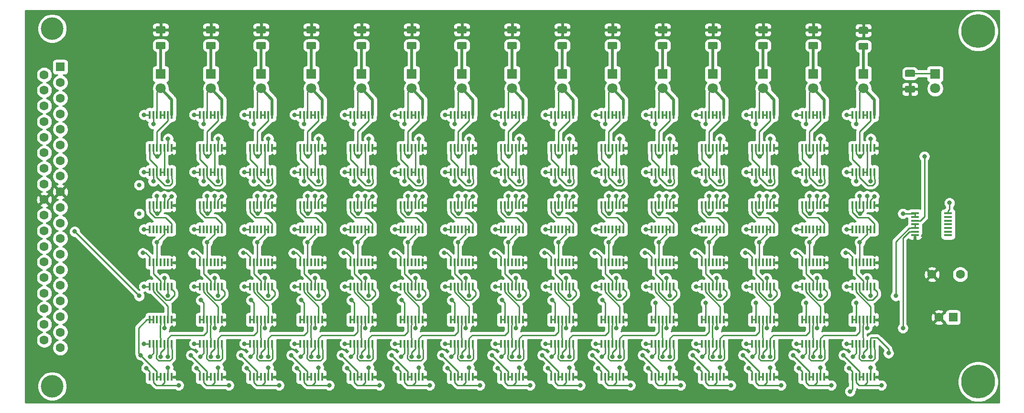
<source format=gbr>
G04 #@! TF.GenerationSoftware,KiCad,Pcbnew,5.1.5-52549c5~84~ubuntu18.04.1*
G04 #@! TF.CreationDate,2020-05-17T15:51:58-07:00*
G04 #@! TF.ProjectId,program_counter,70726f67-7261-46d5-9f63-6f756e746572,rev?*
G04 #@! TF.SameCoordinates,Original*
G04 #@! TF.FileFunction,Copper,L1,Top*
G04 #@! TF.FilePolarity,Positive*
%FSLAX46Y46*%
G04 Gerber Fmt 4.6, Leading zero omitted, Abs format (unit mm)*
G04 Created by KiCad (PCBNEW 5.1.5-52549c5~84~ubuntu18.04.1) date 2020-05-17 15:51:58*
%MOMM*%
%LPD*%
G04 APERTURE LIST*
%ADD10C,4.000000*%
%ADD11C,1.600000*%
%ADD12R,1.600000X1.600000*%
%ADD13C,0.100000*%
%ADD14C,1.800000*%
%ADD15R,1.800000X1.800000*%
%ADD16R,0.450000X1.450000*%
%ADD17R,1.450000X0.450000*%
%ADD18C,6.000000*%
%ADD19C,0.800000*%
%ADD20C,0.250000*%
%ADD21C,0.500000*%
%ADD22C,0.254000*%
G04 APERTURE END LIST*
D10*
X72240000Y-129070000D03*
X72240000Y-65570000D03*
D11*
X70820000Y-120865000D03*
X70820000Y-118095000D03*
X70820000Y-115325000D03*
X70820000Y-112555000D03*
X70820000Y-109785000D03*
X70820000Y-107015000D03*
X70820000Y-104245000D03*
X70820000Y-101475000D03*
X70820000Y-98705000D03*
X70820000Y-95935000D03*
X70820000Y-93165000D03*
X70820000Y-90395000D03*
X70820000Y-87625000D03*
X70820000Y-84855000D03*
X70820000Y-82085000D03*
X70820000Y-79315000D03*
X70820000Y-76545000D03*
X70820000Y-73775000D03*
X73660000Y-122250000D03*
X73660000Y-119480000D03*
X73660000Y-116710000D03*
X73660000Y-113940000D03*
X73660000Y-111170000D03*
X73660000Y-108400000D03*
X73660000Y-105630000D03*
X73660000Y-102860000D03*
X73660000Y-100090000D03*
X73660000Y-97320000D03*
X73660000Y-94550000D03*
X73660000Y-91780000D03*
X73660000Y-89010000D03*
X73660000Y-86240000D03*
X73660000Y-83470000D03*
X73660000Y-80700000D03*
X73660000Y-77930000D03*
X73660000Y-75160000D03*
D12*
X73660000Y-72390000D03*
G04 #@! TA.AperFunction,SMDPad,CuDef*
D13*
G36*
X224804504Y-72906204D02*
G01*
X224828773Y-72909804D01*
X224852571Y-72915765D01*
X224875671Y-72924030D01*
X224897849Y-72934520D01*
X224918893Y-72947133D01*
X224938598Y-72961747D01*
X224956777Y-72978223D01*
X224973253Y-72996402D01*
X224987867Y-73016107D01*
X225000480Y-73037151D01*
X225010970Y-73059329D01*
X225019235Y-73082429D01*
X225025196Y-73106227D01*
X225028796Y-73130496D01*
X225030000Y-73155000D01*
X225030000Y-73905000D01*
X225028796Y-73929504D01*
X225025196Y-73953773D01*
X225019235Y-73977571D01*
X225010970Y-74000671D01*
X225000480Y-74022849D01*
X224987867Y-74043893D01*
X224973253Y-74063598D01*
X224956777Y-74081777D01*
X224938598Y-74098253D01*
X224918893Y-74112867D01*
X224897849Y-74125480D01*
X224875671Y-74135970D01*
X224852571Y-74144235D01*
X224828773Y-74150196D01*
X224804504Y-74153796D01*
X224780000Y-74155000D01*
X223530000Y-74155000D01*
X223505496Y-74153796D01*
X223481227Y-74150196D01*
X223457429Y-74144235D01*
X223434329Y-74135970D01*
X223412151Y-74125480D01*
X223391107Y-74112867D01*
X223371402Y-74098253D01*
X223353223Y-74081777D01*
X223336747Y-74063598D01*
X223322133Y-74043893D01*
X223309520Y-74022849D01*
X223299030Y-74000671D01*
X223290765Y-73977571D01*
X223284804Y-73953773D01*
X223281204Y-73929504D01*
X223280000Y-73905000D01*
X223280000Y-73155000D01*
X223281204Y-73130496D01*
X223284804Y-73106227D01*
X223290765Y-73082429D01*
X223299030Y-73059329D01*
X223309520Y-73037151D01*
X223322133Y-73016107D01*
X223336747Y-72996402D01*
X223353223Y-72978223D01*
X223371402Y-72961747D01*
X223391107Y-72947133D01*
X223412151Y-72934520D01*
X223434329Y-72924030D01*
X223457429Y-72915765D01*
X223481227Y-72909804D01*
X223505496Y-72906204D01*
X223530000Y-72905000D01*
X224780000Y-72905000D01*
X224804504Y-72906204D01*
G37*
G04 #@! TD.AperFunction*
G04 #@! TA.AperFunction,SMDPad,CuDef*
G36*
X224804504Y-75706204D02*
G01*
X224828773Y-75709804D01*
X224852571Y-75715765D01*
X224875671Y-75724030D01*
X224897849Y-75734520D01*
X224918893Y-75747133D01*
X224938598Y-75761747D01*
X224956777Y-75778223D01*
X224973253Y-75796402D01*
X224987867Y-75816107D01*
X225000480Y-75837151D01*
X225010970Y-75859329D01*
X225019235Y-75882429D01*
X225025196Y-75906227D01*
X225028796Y-75930496D01*
X225030000Y-75955000D01*
X225030000Y-76705000D01*
X225028796Y-76729504D01*
X225025196Y-76753773D01*
X225019235Y-76777571D01*
X225010970Y-76800671D01*
X225000480Y-76822849D01*
X224987867Y-76843893D01*
X224973253Y-76863598D01*
X224956777Y-76881777D01*
X224938598Y-76898253D01*
X224918893Y-76912867D01*
X224897849Y-76925480D01*
X224875671Y-76935970D01*
X224852571Y-76944235D01*
X224828773Y-76950196D01*
X224804504Y-76953796D01*
X224780000Y-76955000D01*
X223530000Y-76955000D01*
X223505496Y-76953796D01*
X223481227Y-76950196D01*
X223457429Y-76944235D01*
X223434329Y-76935970D01*
X223412151Y-76925480D01*
X223391107Y-76912867D01*
X223371402Y-76898253D01*
X223353223Y-76881777D01*
X223336747Y-76863598D01*
X223322133Y-76843893D01*
X223309520Y-76822849D01*
X223299030Y-76800671D01*
X223290765Y-76777571D01*
X223284804Y-76753773D01*
X223281204Y-76729504D01*
X223280000Y-76705000D01*
X223280000Y-75955000D01*
X223281204Y-75930496D01*
X223284804Y-75906227D01*
X223290765Y-75882429D01*
X223299030Y-75859329D01*
X223309520Y-75837151D01*
X223322133Y-75816107D01*
X223336747Y-75796402D01*
X223353223Y-75778223D01*
X223371402Y-75761747D01*
X223391107Y-75747133D01*
X223412151Y-75734520D01*
X223434329Y-75724030D01*
X223457429Y-75715765D01*
X223481227Y-75709804D01*
X223505496Y-75706204D01*
X223530000Y-75705000D01*
X224780000Y-75705000D01*
X224804504Y-75706204D01*
G37*
G04 #@! TD.AperFunction*
D14*
X228600000Y-76200000D03*
D15*
X228600000Y-73660000D03*
D16*
X89490000Y-111350000D03*
X90140000Y-111350000D03*
X90790000Y-111350000D03*
X91440000Y-111350000D03*
X92090000Y-111350000D03*
X92740000Y-111350000D03*
X93390000Y-111350000D03*
X93390000Y-117250000D03*
X92740000Y-117250000D03*
X92090000Y-117250000D03*
X91440000Y-117250000D03*
X90790000Y-117250000D03*
X90140000Y-117250000D03*
X89490000Y-117250000D03*
D17*
X230915000Y-98380000D03*
X230915000Y-99030000D03*
X230915000Y-99680000D03*
X230915000Y-100330000D03*
X230915000Y-100980000D03*
X230915000Y-101630000D03*
X230915000Y-102280000D03*
X225015000Y-102280000D03*
X225015000Y-101630000D03*
X225015000Y-100980000D03*
X225015000Y-100330000D03*
X225015000Y-99680000D03*
X225015000Y-99030000D03*
X225015000Y-98380000D03*
D16*
X205060000Y-80870000D03*
X205710000Y-80870000D03*
X206360000Y-80870000D03*
X207010000Y-80870000D03*
X207660000Y-80870000D03*
X208310000Y-80870000D03*
X208960000Y-80870000D03*
X208960000Y-86770000D03*
X208310000Y-86770000D03*
X207660000Y-86770000D03*
X207010000Y-86770000D03*
X206360000Y-86770000D03*
X205710000Y-86770000D03*
X205060000Y-86770000D03*
X205060000Y-91030000D03*
X205710000Y-91030000D03*
X206360000Y-91030000D03*
X207010000Y-91030000D03*
X207660000Y-91030000D03*
X208310000Y-91030000D03*
X208960000Y-91030000D03*
X208960000Y-96930000D03*
X208310000Y-96930000D03*
X207660000Y-96930000D03*
X207010000Y-96930000D03*
X206360000Y-96930000D03*
X205710000Y-96930000D03*
X205060000Y-96930000D03*
X205060000Y-101190000D03*
X205710000Y-101190000D03*
X206360000Y-101190000D03*
X207010000Y-101190000D03*
X207660000Y-101190000D03*
X208310000Y-101190000D03*
X208960000Y-101190000D03*
X208960000Y-107090000D03*
X208310000Y-107090000D03*
X207660000Y-107090000D03*
X207010000Y-107090000D03*
X206360000Y-107090000D03*
X205710000Y-107090000D03*
X205060000Y-107090000D03*
X205060000Y-111350000D03*
X205710000Y-111350000D03*
X206360000Y-111350000D03*
X207010000Y-111350000D03*
X207660000Y-111350000D03*
X208310000Y-111350000D03*
X208960000Y-111350000D03*
X208960000Y-117250000D03*
X208310000Y-117250000D03*
X207660000Y-117250000D03*
X207010000Y-117250000D03*
X206360000Y-117250000D03*
X205710000Y-117250000D03*
X205060000Y-117250000D03*
X205060000Y-121510000D03*
X205710000Y-121510000D03*
X206360000Y-121510000D03*
X207010000Y-121510000D03*
X207660000Y-121510000D03*
X208310000Y-121510000D03*
X208960000Y-121510000D03*
X208960000Y-127410000D03*
X208310000Y-127410000D03*
X207660000Y-127410000D03*
X207010000Y-127410000D03*
X206360000Y-127410000D03*
X205710000Y-127410000D03*
X205060000Y-127410000D03*
X196170000Y-80870000D03*
X196820000Y-80870000D03*
X197470000Y-80870000D03*
X198120000Y-80870000D03*
X198770000Y-80870000D03*
X199420000Y-80870000D03*
X200070000Y-80870000D03*
X200070000Y-86770000D03*
X199420000Y-86770000D03*
X198770000Y-86770000D03*
X198120000Y-86770000D03*
X197470000Y-86770000D03*
X196820000Y-86770000D03*
X196170000Y-86770000D03*
X196170000Y-91030000D03*
X196820000Y-91030000D03*
X197470000Y-91030000D03*
X198120000Y-91030000D03*
X198770000Y-91030000D03*
X199420000Y-91030000D03*
X200070000Y-91030000D03*
X200070000Y-96930000D03*
X199420000Y-96930000D03*
X198770000Y-96930000D03*
X198120000Y-96930000D03*
X197470000Y-96930000D03*
X196820000Y-96930000D03*
X196170000Y-96930000D03*
X196170000Y-101190000D03*
X196820000Y-101190000D03*
X197470000Y-101190000D03*
X198120000Y-101190000D03*
X198770000Y-101190000D03*
X199420000Y-101190000D03*
X200070000Y-101190000D03*
X200070000Y-107090000D03*
X199420000Y-107090000D03*
X198770000Y-107090000D03*
X198120000Y-107090000D03*
X197470000Y-107090000D03*
X196820000Y-107090000D03*
X196170000Y-107090000D03*
X196170000Y-111350000D03*
X196820000Y-111350000D03*
X197470000Y-111350000D03*
X198120000Y-111350000D03*
X198770000Y-111350000D03*
X199420000Y-111350000D03*
X200070000Y-111350000D03*
X200070000Y-117250000D03*
X199420000Y-117250000D03*
X198770000Y-117250000D03*
X198120000Y-117250000D03*
X197470000Y-117250000D03*
X196820000Y-117250000D03*
X196170000Y-117250000D03*
X196170000Y-121510000D03*
X196820000Y-121510000D03*
X197470000Y-121510000D03*
X198120000Y-121510000D03*
X198770000Y-121510000D03*
X199420000Y-121510000D03*
X200070000Y-121510000D03*
X200070000Y-127410000D03*
X199420000Y-127410000D03*
X198770000Y-127410000D03*
X198120000Y-127410000D03*
X197470000Y-127410000D03*
X196820000Y-127410000D03*
X196170000Y-127410000D03*
X187280000Y-80870000D03*
X187930000Y-80870000D03*
X188580000Y-80870000D03*
X189230000Y-80870000D03*
X189880000Y-80870000D03*
X190530000Y-80870000D03*
X191180000Y-80870000D03*
X191180000Y-86770000D03*
X190530000Y-86770000D03*
X189880000Y-86770000D03*
X189230000Y-86770000D03*
X188580000Y-86770000D03*
X187930000Y-86770000D03*
X187280000Y-86770000D03*
X187280000Y-91030000D03*
X187930000Y-91030000D03*
X188580000Y-91030000D03*
X189230000Y-91030000D03*
X189880000Y-91030000D03*
X190530000Y-91030000D03*
X191180000Y-91030000D03*
X191180000Y-96930000D03*
X190530000Y-96930000D03*
X189880000Y-96930000D03*
X189230000Y-96930000D03*
X188580000Y-96930000D03*
X187930000Y-96930000D03*
X187280000Y-96930000D03*
X187280000Y-101190000D03*
X187930000Y-101190000D03*
X188580000Y-101190000D03*
X189230000Y-101190000D03*
X189880000Y-101190000D03*
X190530000Y-101190000D03*
X191180000Y-101190000D03*
X191180000Y-107090000D03*
X190530000Y-107090000D03*
X189880000Y-107090000D03*
X189230000Y-107090000D03*
X188580000Y-107090000D03*
X187930000Y-107090000D03*
X187280000Y-107090000D03*
X187280000Y-111350000D03*
X187930000Y-111350000D03*
X188580000Y-111350000D03*
X189230000Y-111350000D03*
X189880000Y-111350000D03*
X190530000Y-111350000D03*
X191180000Y-111350000D03*
X191180000Y-117250000D03*
X190530000Y-117250000D03*
X189880000Y-117250000D03*
X189230000Y-117250000D03*
X188580000Y-117250000D03*
X187930000Y-117250000D03*
X187280000Y-117250000D03*
X187280000Y-121510000D03*
X187930000Y-121510000D03*
X188580000Y-121510000D03*
X189230000Y-121510000D03*
X189880000Y-121510000D03*
X190530000Y-121510000D03*
X191180000Y-121510000D03*
X191180000Y-127410000D03*
X190530000Y-127410000D03*
X189880000Y-127410000D03*
X189230000Y-127410000D03*
X188580000Y-127410000D03*
X187930000Y-127410000D03*
X187280000Y-127410000D03*
X178390000Y-80870000D03*
X179040000Y-80870000D03*
X179690000Y-80870000D03*
X180340000Y-80870000D03*
X180990000Y-80870000D03*
X181640000Y-80870000D03*
X182290000Y-80870000D03*
X182290000Y-86770000D03*
X181640000Y-86770000D03*
X180990000Y-86770000D03*
X180340000Y-86770000D03*
X179690000Y-86770000D03*
X179040000Y-86770000D03*
X178390000Y-86770000D03*
X178390000Y-91030000D03*
X179040000Y-91030000D03*
X179690000Y-91030000D03*
X180340000Y-91030000D03*
X180990000Y-91030000D03*
X181640000Y-91030000D03*
X182290000Y-91030000D03*
X182290000Y-96930000D03*
X181640000Y-96930000D03*
X180990000Y-96930000D03*
X180340000Y-96930000D03*
X179690000Y-96930000D03*
X179040000Y-96930000D03*
X178390000Y-96930000D03*
X178390000Y-101190000D03*
X179040000Y-101190000D03*
X179690000Y-101190000D03*
X180340000Y-101190000D03*
X180990000Y-101190000D03*
X181640000Y-101190000D03*
X182290000Y-101190000D03*
X182290000Y-107090000D03*
X181640000Y-107090000D03*
X180990000Y-107090000D03*
X180340000Y-107090000D03*
X179690000Y-107090000D03*
X179040000Y-107090000D03*
X178390000Y-107090000D03*
X178390000Y-111350000D03*
X179040000Y-111350000D03*
X179690000Y-111350000D03*
X180340000Y-111350000D03*
X180990000Y-111350000D03*
X181640000Y-111350000D03*
X182290000Y-111350000D03*
X182290000Y-117250000D03*
X181640000Y-117250000D03*
X180990000Y-117250000D03*
X180340000Y-117250000D03*
X179690000Y-117250000D03*
X179040000Y-117250000D03*
X178390000Y-117250000D03*
X178390000Y-121510000D03*
X179040000Y-121510000D03*
X179690000Y-121510000D03*
X180340000Y-121510000D03*
X180990000Y-121510000D03*
X181640000Y-121510000D03*
X182290000Y-121510000D03*
X182290000Y-127410000D03*
X181640000Y-127410000D03*
X180990000Y-127410000D03*
X180340000Y-127410000D03*
X179690000Y-127410000D03*
X179040000Y-127410000D03*
X178390000Y-127410000D03*
X169500000Y-80870000D03*
X170150000Y-80870000D03*
X170800000Y-80870000D03*
X171450000Y-80870000D03*
X172100000Y-80870000D03*
X172750000Y-80870000D03*
X173400000Y-80870000D03*
X173400000Y-86770000D03*
X172750000Y-86770000D03*
X172100000Y-86770000D03*
X171450000Y-86770000D03*
X170800000Y-86770000D03*
X170150000Y-86770000D03*
X169500000Y-86770000D03*
X169500000Y-91030000D03*
X170150000Y-91030000D03*
X170800000Y-91030000D03*
X171450000Y-91030000D03*
X172100000Y-91030000D03*
X172750000Y-91030000D03*
X173400000Y-91030000D03*
X173400000Y-96930000D03*
X172750000Y-96930000D03*
X172100000Y-96930000D03*
X171450000Y-96930000D03*
X170800000Y-96930000D03*
X170150000Y-96930000D03*
X169500000Y-96930000D03*
X169500000Y-101190000D03*
X170150000Y-101190000D03*
X170800000Y-101190000D03*
X171450000Y-101190000D03*
X172100000Y-101190000D03*
X172750000Y-101190000D03*
X173400000Y-101190000D03*
X173400000Y-107090000D03*
X172750000Y-107090000D03*
X172100000Y-107090000D03*
X171450000Y-107090000D03*
X170800000Y-107090000D03*
X170150000Y-107090000D03*
X169500000Y-107090000D03*
X169500000Y-111350000D03*
X170150000Y-111350000D03*
X170800000Y-111350000D03*
X171450000Y-111350000D03*
X172100000Y-111350000D03*
X172750000Y-111350000D03*
X173400000Y-111350000D03*
X173400000Y-117250000D03*
X172750000Y-117250000D03*
X172100000Y-117250000D03*
X171450000Y-117250000D03*
X170800000Y-117250000D03*
X170150000Y-117250000D03*
X169500000Y-117250000D03*
X169500000Y-121510000D03*
X170150000Y-121510000D03*
X170800000Y-121510000D03*
X171450000Y-121510000D03*
X172100000Y-121510000D03*
X172750000Y-121510000D03*
X173400000Y-121510000D03*
X173400000Y-127410000D03*
X172750000Y-127410000D03*
X172100000Y-127410000D03*
X171450000Y-127410000D03*
X170800000Y-127410000D03*
X170150000Y-127410000D03*
X169500000Y-127410000D03*
X160610000Y-80870000D03*
X161260000Y-80870000D03*
X161910000Y-80870000D03*
X162560000Y-80870000D03*
X163210000Y-80870000D03*
X163860000Y-80870000D03*
X164510000Y-80870000D03*
X164510000Y-86770000D03*
X163860000Y-86770000D03*
X163210000Y-86770000D03*
X162560000Y-86770000D03*
X161910000Y-86770000D03*
X161260000Y-86770000D03*
X160610000Y-86770000D03*
X160610000Y-91030000D03*
X161260000Y-91030000D03*
X161910000Y-91030000D03*
X162560000Y-91030000D03*
X163210000Y-91030000D03*
X163860000Y-91030000D03*
X164510000Y-91030000D03*
X164510000Y-96930000D03*
X163860000Y-96930000D03*
X163210000Y-96930000D03*
X162560000Y-96930000D03*
X161910000Y-96930000D03*
X161260000Y-96930000D03*
X160610000Y-96930000D03*
X160610000Y-101190000D03*
X161260000Y-101190000D03*
X161910000Y-101190000D03*
X162560000Y-101190000D03*
X163210000Y-101190000D03*
X163860000Y-101190000D03*
X164510000Y-101190000D03*
X164510000Y-107090000D03*
X163860000Y-107090000D03*
X163210000Y-107090000D03*
X162560000Y-107090000D03*
X161910000Y-107090000D03*
X161260000Y-107090000D03*
X160610000Y-107090000D03*
X160610000Y-111350000D03*
X161260000Y-111350000D03*
X161910000Y-111350000D03*
X162560000Y-111350000D03*
X163210000Y-111350000D03*
X163860000Y-111350000D03*
X164510000Y-111350000D03*
X164510000Y-117250000D03*
X163860000Y-117250000D03*
X163210000Y-117250000D03*
X162560000Y-117250000D03*
X161910000Y-117250000D03*
X161260000Y-117250000D03*
X160610000Y-117250000D03*
X160610000Y-121510000D03*
X161260000Y-121510000D03*
X161910000Y-121510000D03*
X162560000Y-121510000D03*
X163210000Y-121510000D03*
X163860000Y-121510000D03*
X164510000Y-121510000D03*
X164510000Y-127410000D03*
X163860000Y-127410000D03*
X163210000Y-127410000D03*
X162560000Y-127410000D03*
X161910000Y-127410000D03*
X161260000Y-127410000D03*
X160610000Y-127410000D03*
X151720000Y-80870000D03*
X152370000Y-80870000D03*
X153020000Y-80870000D03*
X153670000Y-80870000D03*
X154320000Y-80870000D03*
X154970000Y-80870000D03*
X155620000Y-80870000D03*
X155620000Y-86770000D03*
X154970000Y-86770000D03*
X154320000Y-86770000D03*
X153670000Y-86770000D03*
X153020000Y-86770000D03*
X152370000Y-86770000D03*
X151720000Y-86770000D03*
X151720000Y-91030000D03*
X152370000Y-91030000D03*
X153020000Y-91030000D03*
X153670000Y-91030000D03*
X154320000Y-91030000D03*
X154970000Y-91030000D03*
X155620000Y-91030000D03*
X155620000Y-96930000D03*
X154970000Y-96930000D03*
X154320000Y-96930000D03*
X153670000Y-96930000D03*
X153020000Y-96930000D03*
X152370000Y-96930000D03*
X151720000Y-96930000D03*
X151720000Y-101190000D03*
X152370000Y-101190000D03*
X153020000Y-101190000D03*
X153670000Y-101190000D03*
X154320000Y-101190000D03*
X154970000Y-101190000D03*
X155620000Y-101190000D03*
X155620000Y-107090000D03*
X154970000Y-107090000D03*
X154320000Y-107090000D03*
X153670000Y-107090000D03*
X153020000Y-107090000D03*
X152370000Y-107090000D03*
X151720000Y-107090000D03*
X151720000Y-111350000D03*
X152370000Y-111350000D03*
X153020000Y-111350000D03*
X153670000Y-111350000D03*
X154320000Y-111350000D03*
X154970000Y-111350000D03*
X155620000Y-111350000D03*
X155620000Y-117250000D03*
X154970000Y-117250000D03*
X154320000Y-117250000D03*
X153670000Y-117250000D03*
X153020000Y-117250000D03*
X152370000Y-117250000D03*
X151720000Y-117250000D03*
X151720000Y-121510000D03*
X152370000Y-121510000D03*
X153020000Y-121510000D03*
X153670000Y-121510000D03*
X154320000Y-121510000D03*
X154970000Y-121510000D03*
X155620000Y-121510000D03*
X155620000Y-127410000D03*
X154970000Y-127410000D03*
X154320000Y-127410000D03*
X153670000Y-127410000D03*
X153020000Y-127410000D03*
X152370000Y-127410000D03*
X151720000Y-127410000D03*
X142830000Y-80870000D03*
X143480000Y-80870000D03*
X144130000Y-80870000D03*
X144780000Y-80870000D03*
X145430000Y-80870000D03*
X146080000Y-80870000D03*
X146730000Y-80870000D03*
X146730000Y-86770000D03*
X146080000Y-86770000D03*
X145430000Y-86770000D03*
X144780000Y-86770000D03*
X144130000Y-86770000D03*
X143480000Y-86770000D03*
X142830000Y-86770000D03*
X142830000Y-91030000D03*
X143480000Y-91030000D03*
X144130000Y-91030000D03*
X144780000Y-91030000D03*
X145430000Y-91030000D03*
X146080000Y-91030000D03*
X146730000Y-91030000D03*
X146730000Y-96930000D03*
X146080000Y-96930000D03*
X145430000Y-96930000D03*
X144780000Y-96930000D03*
X144130000Y-96930000D03*
X143480000Y-96930000D03*
X142830000Y-96930000D03*
X142830000Y-101190000D03*
X143480000Y-101190000D03*
X144130000Y-101190000D03*
X144780000Y-101190000D03*
X145430000Y-101190000D03*
X146080000Y-101190000D03*
X146730000Y-101190000D03*
X146730000Y-107090000D03*
X146080000Y-107090000D03*
X145430000Y-107090000D03*
X144780000Y-107090000D03*
X144130000Y-107090000D03*
X143480000Y-107090000D03*
X142830000Y-107090000D03*
X142830000Y-111350000D03*
X143480000Y-111350000D03*
X144130000Y-111350000D03*
X144780000Y-111350000D03*
X145430000Y-111350000D03*
X146080000Y-111350000D03*
X146730000Y-111350000D03*
X146730000Y-117250000D03*
X146080000Y-117250000D03*
X145430000Y-117250000D03*
X144780000Y-117250000D03*
X144130000Y-117250000D03*
X143480000Y-117250000D03*
X142830000Y-117250000D03*
X142830000Y-121510000D03*
X143480000Y-121510000D03*
X144130000Y-121510000D03*
X144780000Y-121510000D03*
X145430000Y-121510000D03*
X146080000Y-121510000D03*
X146730000Y-121510000D03*
X146730000Y-127410000D03*
X146080000Y-127410000D03*
X145430000Y-127410000D03*
X144780000Y-127410000D03*
X144130000Y-127410000D03*
X143480000Y-127410000D03*
X142830000Y-127410000D03*
X133940000Y-80870000D03*
X134590000Y-80870000D03*
X135240000Y-80870000D03*
X135890000Y-80870000D03*
X136540000Y-80870000D03*
X137190000Y-80870000D03*
X137840000Y-80870000D03*
X137840000Y-86770000D03*
X137190000Y-86770000D03*
X136540000Y-86770000D03*
X135890000Y-86770000D03*
X135240000Y-86770000D03*
X134590000Y-86770000D03*
X133940000Y-86770000D03*
X133940000Y-91030000D03*
X134590000Y-91030000D03*
X135240000Y-91030000D03*
X135890000Y-91030000D03*
X136540000Y-91030000D03*
X137190000Y-91030000D03*
X137840000Y-91030000D03*
X137840000Y-96930000D03*
X137190000Y-96930000D03*
X136540000Y-96930000D03*
X135890000Y-96930000D03*
X135240000Y-96930000D03*
X134590000Y-96930000D03*
X133940000Y-96930000D03*
X133940000Y-101190000D03*
X134590000Y-101190000D03*
X135240000Y-101190000D03*
X135890000Y-101190000D03*
X136540000Y-101190000D03*
X137190000Y-101190000D03*
X137840000Y-101190000D03*
X137840000Y-107090000D03*
X137190000Y-107090000D03*
X136540000Y-107090000D03*
X135890000Y-107090000D03*
X135240000Y-107090000D03*
X134590000Y-107090000D03*
X133940000Y-107090000D03*
X133940000Y-111350000D03*
X134590000Y-111350000D03*
X135240000Y-111350000D03*
X135890000Y-111350000D03*
X136540000Y-111350000D03*
X137190000Y-111350000D03*
X137840000Y-111350000D03*
X137840000Y-117250000D03*
X137190000Y-117250000D03*
X136540000Y-117250000D03*
X135890000Y-117250000D03*
X135240000Y-117250000D03*
X134590000Y-117250000D03*
X133940000Y-117250000D03*
X133940000Y-121510000D03*
X134590000Y-121510000D03*
X135240000Y-121510000D03*
X135890000Y-121510000D03*
X136540000Y-121510000D03*
X137190000Y-121510000D03*
X137840000Y-121510000D03*
X137840000Y-127410000D03*
X137190000Y-127410000D03*
X136540000Y-127410000D03*
X135890000Y-127410000D03*
X135240000Y-127410000D03*
X134590000Y-127410000D03*
X133940000Y-127410000D03*
X125050000Y-80870000D03*
X125700000Y-80870000D03*
X126350000Y-80870000D03*
X127000000Y-80870000D03*
X127650000Y-80870000D03*
X128300000Y-80870000D03*
X128950000Y-80870000D03*
X128950000Y-86770000D03*
X128300000Y-86770000D03*
X127650000Y-86770000D03*
X127000000Y-86770000D03*
X126350000Y-86770000D03*
X125700000Y-86770000D03*
X125050000Y-86770000D03*
X125050000Y-91030000D03*
X125700000Y-91030000D03*
X126350000Y-91030000D03*
X127000000Y-91030000D03*
X127650000Y-91030000D03*
X128300000Y-91030000D03*
X128950000Y-91030000D03*
X128950000Y-96930000D03*
X128300000Y-96930000D03*
X127650000Y-96930000D03*
X127000000Y-96930000D03*
X126350000Y-96930000D03*
X125700000Y-96930000D03*
X125050000Y-96930000D03*
X125050000Y-101190000D03*
X125700000Y-101190000D03*
X126350000Y-101190000D03*
X127000000Y-101190000D03*
X127650000Y-101190000D03*
X128300000Y-101190000D03*
X128950000Y-101190000D03*
X128950000Y-107090000D03*
X128300000Y-107090000D03*
X127650000Y-107090000D03*
X127000000Y-107090000D03*
X126350000Y-107090000D03*
X125700000Y-107090000D03*
X125050000Y-107090000D03*
X125050000Y-111350000D03*
X125700000Y-111350000D03*
X126350000Y-111350000D03*
X127000000Y-111350000D03*
X127650000Y-111350000D03*
X128300000Y-111350000D03*
X128950000Y-111350000D03*
X128950000Y-117250000D03*
X128300000Y-117250000D03*
X127650000Y-117250000D03*
X127000000Y-117250000D03*
X126350000Y-117250000D03*
X125700000Y-117250000D03*
X125050000Y-117250000D03*
X125050000Y-121510000D03*
X125700000Y-121510000D03*
X126350000Y-121510000D03*
X127000000Y-121510000D03*
X127650000Y-121510000D03*
X128300000Y-121510000D03*
X128950000Y-121510000D03*
X128950000Y-127410000D03*
X128300000Y-127410000D03*
X127650000Y-127410000D03*
X127000000Y-127410000D03*
X126350000Y-127410000D03*
X125700000Y-127410000D03*
X125050000Y-127410000D03*
X116160000Y-80870000D03*
X116810000Y-80870000D03*
X117460000Y-80870000D03*
X118110000Y-80870000D03*
X118760000Y-80870000D03*
X119410000Y-80870000D03*
X120060000Y-80870000D03*
X120060000Y-86770000D03*
X119410000Y-86770000D03*
X118760000Y-86770000D03*
X118110000Y-86770000D03*
X117460000Y-86770000D03*
X116810000Y-86770000D03*
X116160000Y-86770000D03*
X116160000Y-91030000D03*
X116810000Y-91030000D03*
X117460000Y-91030000D03*
X118110000Y-91030000D03*
X118760000Y-91030000D03*
X119410000Y-91030000D03*
X120060000Y-91030000D03*
X120060000Y-96930000D03*
X119410000Y-96930000D03*
X118760000Y-96930000D03*
X118110000Y-96930000D03*
X117460000Y-96930000D03*
X116810000Y-96930000D03*
X116160000Y-96930000D03*
X116160000Y-101190000D03*
X116810000Y-101190000D03*
X117460000Y-101190000D03*
X118110000Y-101190000D03*
X118760000Y-101190000D03*
X119410000Y-101190000D03*
X120060000Y-101190000D03*
X120060000Y-107090000D03*
X119410000Y-107090000D03*
X118760000Y-107090000D03*
X118110000Y-107090000D03*
X117460000Y-107090000D03*
X116810000Y-107090000D03*
X116160000Y-107090000D03*
X116160000Y-111350000D03*
X116810000Y-111350000D03*
X117460000Y-111350000D03*
X118110000Y-111350000D03*
X118760000Y-111350000D03*
X119410000Y-111350000D03*
X120060000Y-111350000D03*
X120060000Y-117250000D03*
X119410000Y-117250000D03*
X118760000Y-117250000D03*
X118110000Y-117250000D03*
X117460000Y-117250000D03*
X116810000Y-117250000D03*
X116160000Y-117250000D03*
X116160000Y-121510000D03*
X116810000Y-121510000D03*
X117460000Y-121510000D03*
X118110000Y-121510000D03*
X118760000Y-121510000D03*
X119410000Y-121510000D03*
X120060000Y-121510000D03*
X120060000Y-127410000D03*
X119410000Y-127410000D03*
X118760000Y-127410000D03*
X118110000Y-127410000D03*
X117460000Y-127410000D03*
X116810000Y-127410000D03*
X116160000Y-127410000D03*
X107270000Y-80870000D03*
X107920000Y-80870000D03*
X108570000Y-80870000D03*
X109220000Y-80870000D03*
X109870000Y-80870000D03*
X110520000Y-80870000D03*
X111170000Y-80870000D03*
X111170000Y-86770000D03*
X110520000Y-86770000D03*
X109870000Y-86770000D03*
X109220000Y-86770000D03*
X108570000Y-86770000D03*
X107920000Y-86770000D03*
X107270000Y-86770000D03*
X107270000Y-91030000D03*
X107920000Y-91030000D03*
X108570000Y-91030000D03*
X109220000Y-91030000D03*
X109870000Y-91030000D03*
X110520000Y-91030000D03*
X111170000Y-91030000D03*
X111170000Y-96930000D03*
X110520000Y-96930000D03*
X109870000Y-96930000D03*
X109220000Y-96930000D03*
X108570000Y-96930000D03*
X107920000Y-96930000D03*
X107270000Y-96930000D03*
X107270000Y-101190000D03*
X107920000Y-101190000D03*
X108570000Y-101190000D03*
X109220000Y-101190000D03*
X109870000Y-101190000D03*
X110520000Y-101190000D03*
X111170000Y-101190000D03*
X111170000Y-107090000D03*
X110520000Y-107090000D03*
X109870000Y-107090000D03*
X109220000Y-107090000D03*
X108570000Y-107090000D03*
X107920000Y-107090000D03*
X107270000Y-107090000D03*
X107270000Y-111350000D03*
X107920000Y-111350000D03*
X108570000Y-111350000D03*
X109220000Y-111350000D03*
X109870000Y-111350000D03*
X110520000Y-111350000D03*
X111170000Y-111350000D03*
X111170000Y-117250000D03*
X110520000Y-117250000D03*
X109870000Y-117250000D03*
X109220000Y-117250000D03*
X108570000Y-117250000D03*
X107920000Y-117250000D03*
X107270000Y-117250000D03*
X107270000Y-121510000D03*
X107920000Y-121510000D03*
X108570000Y-121510000D03*
X109220000Y-121510000D03*
X109870000Y-121510000D03*
X110520000Y-121510000D03*
X111170000Y-121510000D03*
X111170000Y-127410000D03*
X110520000Y-127410000D03*
X109870000Y-127410000D03*
X109220000Y-127410000D03*
X108570000Y-127410000D03*
X107920000Y-127410000D03*
X107270000Y-127410000D03*
X98380000Y-80870000D03*
X99030000Y-80870000D03*
X99680000Y-80870000D03*
X100330000Y-80870000D03*
X100980000Y-80870000D03*
X101630000Y-80870000D03*
X102280000Y-80870000D03*
X102280000Y-86770000D03*
X101630000Y-86770000D03*
X100980000Y-86770000D03*
X100330000Y-86770000D03*
X99680000Y-86770000D03*
X99030000Y-86770000D03*
X98380000Y-86770000D03*
X98380000Y-91030000D03*
X99030000Y-91030000D03*
X99680000Y-91030000D03*
X100330000Y-91030000D03*
X100980000Y-91030000D03*
X101630000Y-91030000D03*
X102280000Y-91030000D03*
X102280000Y-96930000D03*
X101630000Y-96930000D03*
X100980000Y-96930000D03*
X100330000Y-96930000D03*
X99680000Y-96930000D03*
X99030000Y-96930000D03*
X98380000Y-96930000D03*
X98380000Y-101190000D03*
X99030000Y-101190000D03*
X99680000Y-101190000D03*
X100330000Y-101190000D03*
X100980000Y-101190000D03*
X101630000Y-101190000D03*
X102280000Y-101190000D03*
X102280000Y-107090000D03*
X101630000Y-107090000D03*
X100980000Y-107090000D03*
X100330000Y-107090000D03*
X99680000Y-107090000D03*
X99030000Y-107090000D03*
X98380000Y-107090000D03*
X98380000Y-111350000D03*
X99030000Y-111350000D03*
X99680000Y-111350000D03*
X100330000Y-111350000D03*
X100980000Y-111350000D03*
X101630000Y-111350000D03*
X102280000Y-111350000D03*
X102280000Y-117250000D03*
X101630000Y-117250000D03*
X100980000Y-117250000D03*
X100330000Y-117250000D03*
X99680000Y-117250000D03*
X99030000Y-117250000D03*
X98380000Y-117250000D03*
X98380000Y-121510000D03*
X99030000Y-121510000D03*
X99680000Y-121510000D03*
X100330000Y-121510000D03*
X100980000Y-121510000D03*
X101630000Y-121510000D03*
X102280000Y-121510000D03*
X102280000Y-127410000D03*
X101630000Y-127410000D03*
X100980000Y-127410000D03*
X100330000Y-127410000D03*
X99680000Y-127410000D03*
X99030000Y-127410000D03*
X98380000Y-127410000D03*
X89490000Y-80870000D03*
X90140000Y-80870000D03*
X90790000Y-80870000D03*
X91440000Y-80870000D03*
X92090000Y-80870000D03*
X92740000Y-80870000D03*
X93390000Y-80870000D03*
X93390000Y-86770000D03*
X92740000Y-86770000D03*
X92090000Y-86770000D03*
X91440000Y-86770000D03*
X90790000Y-86770000D03*
X90140000Y-86770000D03*
X89490000Y-86770000D03*
X89490000Y-91030000D03*
X90140000Y-91030000D03*
X90790000Y-91030000D03*
X91440000Y-91030000D03*
X92090000Y-91030000D03*
X92740000Y-91030000D03*
X93390000Y-91030000D03*
X93390000Y-96930000D03*
X92740000Y-96930000D03*
X92090000Y-96930000D03*
X91440000Y-96930000D03*
X90790000Y-96930000D03*
X90140000Y-96930000D03*
X89490000Y-96930000D03*
X89490000Y-101190000D03*
X90140000Y-101190000D03*
X90790000Y-101190000D03*
X91440000Y-101190000D03*
X92090000Y-101190000D03*
X92740000Y-101190000D03*
X93390000Y-101190000D03*
X93390000Y-107090000D03*
X92740000Y-107090000D03*
X92090000Y-107090000D03*
X91440000Y-107090000D03*
X90790000Y-107090000D03*
X90140000Y-107090000D03*
X89490000Y-107090000D03*
X89490000Y-121510000D03*
X90140000Y-121510000D03*
X90790000Y-121510000D03*
X91440000Y-121510000D03*
X92090000Y-121510000D03*
X92740000Y-121510000D03*
X93390000Y-121510000D03*
X93390000Y-127410000D03*
X92740000Y-127410000D03*
X92090000Y-127410000D03*
X91440000Y-127410000D03*
X90790000Y-127410000D03*
X90140000Y-127410000D03*
X89490000Y-127410000D03*
X213950000Y-80870000D03*
X214600000Y-80870000D03*
X215250000Y-80870000D03*
X215900000Y-80870000D03*
X216550000Y-80870000D03*
X217200000Y-80870000D03*
X217850000Y-80870000D03*
X217850000Y-86770000D03*
X217200000Y-86770000D03*
X216550000Y-86770000D03*
X215900000Y-86770000D03*
X215250000Y-86770000D03*
X214600000Y-86770000D03*
X213950000Y-86770000D03*
X213950000Y-91030000D03*
X214600000Y-91030000D03*
X215250000Y-91030000D03*
X215900000Y-91030000D03*
X216550000Y-91030000D03*
X217200000Y-91030000D03*
X217850000Y-91030000D03*
X217850000Y-96930000D03*
X217200000Y-96930000D03*
X216550000Y-96930000D03*
X215900000Y-96930000D03*
X215250000Y-96930000D03*
X214600000Y-96930000D03*
X213950000Y-96930000D03*
X213950000Y-101190000D03*
X214600000Y-101190000D03*
X215250000Y-101190000D03*
X215900000Y-101190000D03*
X216550000Y-101190000D03*
X217200000Y-101190000D03*
X217850000Y-101190000D03*
X217850000Y-107090000D03*
X217200000Y-107090000D03*
X216550000Y-107090000D03*
X215900000Y-107090000D03*
X215250000Y-107090000D03*
X214600000Y-107090000D03*
X213950000Y-107090000D03*
X213950000Y-111350000D03*
X214600000Y-111350000D03*
X215250000Y-111350000D03*
X215900000Y-111350000D03*
X216550000Y-111350000D03*
X217200000Y-111350000D03*
X217850000Y-111350000D03*
X217850000Y-117250000D03*
X217200000Y-117250000D03*
X216550000Y-117250000D03*
X215900000Y-117250000D03*
X215250000Y-117250000D03*
X214600000Y-117250000D03*
X213950000Y-117250000D03*
X213950000Y-121510000D03*
X214600000Y-121510000D03*
X215250000Y-121510000D03*
X215900000Y-121510000D03*
X216550000Y-121510000D03*
X217200000Y-121510000D03*
X217850000Y-121510000D03*
X217850000Y-127410000D03*
X217200000Y-127410000D03*
X216550000Y-127410000D03*
X215900000Y-127410000D03*
X215250000Y-127410000D03*
X214600000Y-127410000D03*
X213950000Y-127410000D03*
D11*
X228045000Y-109220000D03*
X233045000Y-109220000D03*
D14*
X207010000Y-76200000D03*
D15*
X207010000Y-73660000D03*
G04 #@! TA.AperFunction,SMDPad,CuDef*
D13*
G36*
X92089504Y-67956204D02*
G01*
X92113773Y-67959804D01*
X92137571Y-67965765D01*
X92160671Y-67974030D01*
X92182849Y-67984520D01*
X92203893Y-67997133D01*
X92223598Y-68011747D01*
X92241777Y-68028223D01*
X92258253Y-68046402D01*
X92272867Y-68066107D01*
X92285480Y-68087151D01*
X92295970Y-68109329D01*
X92304235Y-68132429D01*
X92310196Y-68156227D01*
X92313796Y-68180496D01*
X92315000Y-68205000D01*
X92315000Y-68955000D01*
X92313796Y-68979504D01*
X92310196Y-69003773D01*
X92304235Y-69027571D01*
X92295970Y-69050671D01*
X92285480Y-69072849D01*
X92272867Y-69093893D01*
X92258253Y-69113598D01*
X92241777Y-69131777D01*
X92223598Y-69148253D01*
X92203893Y-69162867D01*
X92182849Y-69175480D01*
X92160671Y-69185970D01*
X92137571Y-69194235D01*
X92113773Y-69200196D01*
X92089504Y-69203796D01*
X92065000Y-69205000D01*
X90815000Y-69205000D01*
X90790496Y-69203796D01*
X90766227Y-69200196D01*
X90742429Y-69194235D01*
X90719329Y-69185970D01*
X90697151Y-69175480D01*
X90676107Y-69162867D01*
X90656402Y-69148253D01*
X90638223Y-69131777D01*
X90621747Y-69113598D01*
X90607133Y-69093893D01*
X90594520Y-69072849D01*
X90584030Y-69050671D01*
X90575765Y-69027571D01*
X90569804Y-69003773D01*
X90566204Y-68979504D01*
X90565000Y-68955000D01*
X90565000Y-68205000D01*
X90566204Y-68180496D01*
X90569804Y-68156227D01*
X90575765Y-68132429D01*
X90584030Y-68109329D01*
X90594520Y-68087151D01*
X90607133Y-68066107D01*
X90621747Y-68046402D01*
X90638223Y-68028223D01*
X90656402Y-68011747D01*
X90676107Y-67997133D01*
X90697151Y-67984520D01*
X90719329Y-67974030D01*
X90742429Y-67965765D01*
X90766227Y-67959804D01*
X90790496Y-67956204D01*
X90815000Y-67955000D01*
X92065000Y-67955000D01*
X92089504Y-67956204D01*
G37*
G04 #@! TD.AperFunction*
G04 #@! TA.AperFunction,SMDPad,CuDef*
G36*
X92089504Y-65156204D02*
G01*
X92113773Y-65159804D01*
X92137571Y-65165765D01*
X92160671Y-65174030D01*
X92182849Y-65184520D01*
X92203893Y-65197133D01*
X92223598Y-65211747D01*
X92241777Y-65228223D01*
X92258253Y-65246402D01*
X92272867Y-65266107D01*
X92285480Y-65287151D01*
X92295970Y-65309329D01*
X92304235Y-65332429D01*
X92310196Y-65356227D01*
X92313796Y-65380496D01*
X92315000Y-65405000D01*
X92315000Y-66155000D01*
X92313796Y-66179504D01*
X92310196Y-66203773D01*
X92304235Y-66227571D01*
X92295970Y-66250671D01*
X92285480Y-66272849D01*
X92272867Y-66293893D01*
X92258253Y-66313598D01*
X92241777Y-66331777D01*
X92223598Y-66348253D01*
X92203893Y-66362867D01*
X92182849Y-66375480D01*
X92160671Y-66385970D01*
X92137571Y-66394235D01*
X92113773Y-66400196D01*
X92089504Y-66403796D01*
X92065000Y-66405000D01*
X90815000Y-66405000D01*
X90790496Y-66403796D01*
X90766227Y-66400196D01*
X90742429Y-66394235D01*
X90719329Y-66385970D01*
X90697151Y-66375480D01*
X90676107Y-66362867D01*
X90656402Y-66348253D01*
X90638223Y-66331777D01*
X90621747Y-66313598D01*
X90607133Y-66293893D01*
X90594520Y-66272849D01*
X90584030Y-66250671D01*
X90575765Y-66227571D01*
X90569804Y-66203773D01*
X90566204Y-66179504D01*
X90565000Y-66155000D01*
X90565000Y-65405000D01*
X90566204Y-65380496D01*
X90569804Y-65356227D01*
X90575765Y-65332429D01*
X90584030Y-65309329D01*
X90594520Y-65287151D01*
X90607133Y-65266107D01*
X90621747Y-65246402D01*
X90638223Y-65228223D01*
X90656402Y-65211747D01*
X90676107Y-65197133D01*
X90697151Y-65184520D01*
X90719329Y-65174030D01*
X90742429Y-65165765D01*
X90766227Y-65159804D01*
X90790496Y-65156204D01*
X90815000Y-65155000D01*
X92065000Y-65155000D01*
X92089504Y-65156204D01*
G37*
G04 #@! TD.AperFunction*
G04 #@! TA.AperFunction,SMDPad,CuDef*
G36*
X100979504Y-67956204D02*
G01*
X101003773Y-67959804D01*
X101027571Y-67965765D01*
X101050671Y-67974030D01*
X101072849Y-67984520D01*
X101093893Y-67997133D01*
X101113598Y-68011747D01*
X101131777Y-68028223D01*
X101148253Y-68046402D01*
X101162867Y-68066107D01*
X101175480Y-68087151D01*
X101185970Y-68109329D01*
X101194235Y-68132429D01*
X101200196Y-68156227D01*
X101203796Y-68180496D01*
X101205000Y-68205000D01*
X101205000Y-68955000D01*
X101203796Y-68979504D01*
X101200196Y-69003773D01*
X101194235Y-69027571D01*
X101185970Y-69050671D01*
X101175480Y-69072849D01*
X101162867Y-69093893D01*
X101148253Y-69113598D01*
X101131777Y-69131777D01*
X101113598Y-69148253D01*
X101093893Y-69162867D01*
X101072849Y-69175480D01*
X101050671Y-69185970D01*
X101027571Y-69194235D01*
X101003773Y-69200196D01*
X100979504Y-69203796D01*
X100955000Y-69205000D01*
X99705000Y-69205000D01*
X99680496Y-69203796D01*
X99656227Y-69200196D01*
X99632429Y-69194235D01*
X99609329Y-69185970D01*
X99587151Y-69175480D01*
X99566107Y-69162867D01*
X99546402Y-69148253D01*
X99528223Y-69131777D01*
X99511747Y-69113598D01*
X99497133Y-69093893D01*
X99484520Y-69072849D01*
X99474030Y-69050671D01*
X99465765Y-69027571D01*
X99459804Y-69003773D01*
X99456204Y-68979504D01*
X99455000Y-68955000D01*
X99455000Y-68205000D01*
X99456204Y-68180496D01*
X99459804Y-68156227D01*
X99465765Y-68132429D01*
X99474030Y-68109329D01*
X99484520Y-68087151D01*
X99497133Y-68066107D01*
X99511747Y-68046402D01*
X99528223Y-68028223D01*
X99546402Y-68011747D01*
X99566107Y-67997133D01*
X99587151Y-67984520D01*
X99609329Y-67974030D01*
X99632429Y-67965765D01*
X99656227Y-67959804D01*
X99680496Y-67956204D01*
X99705000Y-67955000D01*
X100955000Y-67955000D01*
X100979504Y-67956204D01*
G37*
G04 #@! TD.AperFunction*
G04 #@! TA.AperFunction,SMDPad,CuDef*
G36*
X100979504Y-65156204D02*
G01*
X101003773Y-65159804D01*
X101027571Y-65165765D01*
X101050671Y-65174030D01*
X101072849Y-65184520D01*
X101093893Y-65197133D01*
X101113598Y-65211747D01*
X101131777Y-65228223D01*
X101148253Y-65246402D01*
X101162867Y-65266107D01*
X101175480Y-65287151D01*
X101185970Y-65309329D01*
X101194235Y-65332429D01*
X101200196Y-65356227D01*
X101203796Y-65380496D01*
X101205000Y-65405000D01*
X101205000Y-66155000D01*
X101203796Y-66179504D01*
X101200196Y-66203773D01*
X101194235Y-66227571D01*
X101185970Y-66250671D01*
X101175480Y-66272849D01*
X101162867Y-66293893D01*
X101148253Y-66313598D01*
X101131777Y-66331777D01*
X101113598Y-66348253D01*
X101093893Y-66362867D01*
X101072849Y-66375480D01*
X101050671Y-66385970D01*
X101027571Y-66394235D01*
X101003773Y-66400196D01*
X100979504Y-66403796D01*
X100955000Y-66405000D01*
X99705000Y-66405000D01*
X99680496Y-66403796D01*
X99656227Y-66400196D01*
X99632429Y-66394235D01*
X99609329Y-66385970D01*
X99587151Y-66375480D01*
X99566107Y-66362867D01*
X99546402Y-66348253D01*
X99528223Y-66331777D01*
X99511747Y-66313598D01*
X99497133Y-66293893D01*
X99484520Y-66272849D01*
X99474030Y-66250671D01*
X99465765Y-66227571D01*
X99459804Y-66203773D01*
X99456204Y-66179504D01*
X99455000Y-66155000D01*
X99455000Y-65405000D01*
X99456204Y-65380496D01*
X99459804Y-65356227D01*
X99465765Y-65332429D01*
X99474030Y-65309329D01*
X99484520Y-65287151D01*
X99497133Y-65266107D01*
X99511747Y-65246402D01*
X99528223Y-65228223D01*
X99546402Y-65211747D01*
X99566107Y-65197133D01*
X99587151Y-65184520D01*
X99609329Y-65174030D01*
X99632429Y-65165765D01*
X99656227Y-65159804D01*
X99680496Y-65156204D01*
X99705000Y-65155000D01*
X100955000Y-65155000D01*
X100979504Y-65156204D01*
G37*
G04 #@! TD.AperFunction*
G04 #@! TA.AperFunction,SMDPad,CuDef*
G36*
X109869504Y-67956204D02*
G01*
X109893773Y-67959804D01*
X109917571Y-67965765D01*
X109940671Y-67974030D01*
X109962849Y-67984520D01*
X109983893Y-67997133D01*
X110003598Y-68011747D01*
X110021777Y-68028223D01*
X110038253Y-68046402D01*
X110052867Y-68066107D01*
X110065480Y-68087151D01*
X110075970Y-68109329D01*
X110084235Y-68132429D01*
X110090196Y-68156227D01*
X110093796Y-68180496D01*
X110095000Y-68205000D01*
X110095000Y-68955000D01*
X110093796Y-68979504D01*
X110090196Y-69003773D01*
X110084235Y-69027571D01*
X110075970Y-69050671D01*
X110065480Y-69072849D01*
X110052867Y-69093893D01*
X110038253Y-69113598D01*
X110021777Y-69131777D01*
X110003598Y-69148253D01*
X109983893Y-69162867D01*
X109962849Y-69175480D01*
X109940671Y-69185970D01*
X109917571Y-69194235D01*
X109893773Y-69200196D01*
X109869504Y-69203796D01*
X109845000Y-69205000D01*
X108595000Y-69205000D01*
X108570496Y-69203796D01*
X108546227Y-69200196D01*
X108522429Y-69194235D01*
X108499329Y-69185970D01*
X108477151Y-69175480D01*
X108456107Y-69162867D01*
X108436402Y-69148253D01*
X108418223Y-69131777D01*
X108401747Y-69113598D01*
X108387133Y-69093893D01*
X108374520Y-69072849D01*
X108364030Y-69050671D01*
X108355765Y-69027571D01*
X108349804Y-69003773D01*
X108346204Y-68979504D01*
X108345000Y-68955000D01*
X108345000Y-68205000D01*
X108346204Y-68180496D01*
X108349804Y-68156227D01*
X108355765Y-68132429D01*
X108364030Y-68109329D01*
X108374520Y-68087151D01*
X108387133Y-68066107D01*
X108401747Y-68046402D01*
X108418223Y-68028223D01*
X108436402Y-68011747D01*
X108456107Y-67997133D01*
X108477151Y-67984520D01*
X108499329Y-67974030D01*
X108522429Y-67965765D01*
X108546227Y-67959804D01*
X108570496Y-67956204D01*
X108595000Y-67955000D01*
X109845000Y-67955000D01*
X109869504Y-67956204D01*
G37*
G04 #@! TD.AperFunction*
G04 #@! TA.AperFunction,SMDPad,CuDef*
G36*
X109869504Y-65156204D02*
G01*
X109893773Y-65159804D01*
X109917571Y-65165765D01*
X109940671Y-65174030D01*
X109962849Y-65184520D01*
X109983893Y-65197133D01*
X110003598Y-65211747D01*
X110021777Y-65228223D01*
X110038253Y-65246402D01*
X110052867Y-65266107D01*
X110065480Y-65287151D01*
X110075970Y-65309329D01*
X110084235Y-65332429D01*
X110090196Y-65356227D01*
X110093796Y-65380496D01*
X110095000Y-65405000D01*
X110095000Y-66155000D01*
X110093796Y-66179504D01*
X110090196Y-66203773D01*
X110084235Y-66227571D01*
X110075970Y-66250671D01*
X110065480Y-66272849D01*
X110052867Y-66293893D01*
X110038253Y-66313598D01*
X110021777Y-66331777D01*
X110003598Y-66348253D01*
X109983893Y-66362867D01*
X109962849Y-66375480D01*
X109940671Y-66385970D01*
X109917571Y-66394235D01*
X109893773Y-66400196D01*
X109869504Y-66403796D01*
X109845000Y-66405000D01*
X108595000Y-66405000D01*
X108570496Y-66403796D01*
X108546227Y-66400196D01*
X108522429Y-66394235D01*
X108499329Y-66385970D01*
X108477151Y-66375480D01*
X108456107Y-66362867D01*
X108436402Y-66348253D01*
X108418223Y-66331777D01*
X108401747Y-66313598D01*
X108387133Y-66293893D01*
X108374520Y-66272849D01*
X108364030Y-66250671D01*
X108355765Y-66227571D01*
X108349804Y-66203773D01*
X108346204Y-66179504D01*
X108345000Y-66155000D01*
X108345000Y-65405000D01*
X108346204Y-65380496D01*
X108349804Y-65356227D01*
X108355765Y-65332429D01*
X108364030Y-65309329D01*
X108374520Y-65287151D01*
X108387133Y-65266107D01*
X108401747Y-65246402D01*
X108418223Y-65228223D01*
X108436402Y-65211747D01*
X108456107Y-65197133D01*
X108477151Y-65184520D01*
X108499329Y-65174030D01*
X108522429Y-65165765D01*
X108546227Y-65159804D01*
X108570496Y-65156204D01*
X108595000Y-65155000D01*
X109845000Y-65155000D01*
X109869504Y-65156204D01*
G37*
G04 #@! TD.AperFunction*
G04 #@! TA.AperFunction,SMDPad,CuDef*
G36*
X118759504Y-67956204D02*
G01*
X118783773Y-67959804D01*
X118807571Y-67965765D01*
X118830671Y-67974030D01*
X118852849Y-67984520D01*
X118873893Y-67997133D01*
X118893598Y-68011747D01*
X118911777Y-68028223D01*
X118928253Y-68046402D01*
X118942867Y-68066107D01*
X118955480Y-68087151D01*
X118965970Y-68109329D01*
X118974235Y-68132429D01*
X118980196Y-68156227D01*
X118983796Y-68180496D01*
X118985000Y-68205000D01*
X118985000Y-68955000D01*
X118983796Y-68979504D01*
X118980196Y-69003773D01*
X118974235Y-69027571D01*
X118965970Y-69050671D01*
X118955480Y-69072849D01*
X118942867Y-69093893D01*
X118928253Y-69113598D01*
X118911777Y-69131777D01*
X118893598Y-69148253D01*
X118873893Y-69162867D01*
X118852849Y-69175480D01*
X118830671Y-69185970D01*
X118807571Y-69194235D01*
X118783773Y-69200196D01*
X118759504Y-69203796D01*
X118735000Y-69205000D01*
X117485000Y-69205000D01*
X117460496Y-69203796D01*
X117436227Y-69200196D01*
X117412429Y-69194235D01*
X117389329Y-69185970D01*
X117367151Y-69175480D01*
X117346107Y-69162867D01*
X117326402Y-69148253D01*
X117308223Y-69131777D01*
X117291747Y-69113598D01*
X117277133Y-69093893D01*
X117264520Y-69072849D01*
X117254030Y-69050671D01*
X117245765Y-69027571D01*
X117239804Y-69003773D01*
X117236204Y-68979504D01*
X117235000Y-68955000D01*
X117235000Y-68205000D01*
X117236204Y-68180496D01*
X117239804Y-68156227D01*
X117245765Y-68132429D01*
X117254030Y-68109329D01*
X117264520Y-68087151D01*
X117277133Y-68066107D01*
X117291747Y-68046402D01*
X117308223Y-68028223D01*
X117326402Y-68011747D01*
X117346107Y-67997133D01*
X117367151Y-67984520D01*
X117389329Y-67974030D01*
X117412429Y-67965765D01*
X117436227Y-67959804D01*
X117460496Y-67956204D01*
X117485000Y-67955000D01*
X118735000Y-67955000D01*
X118759504Y-67956204D01*
G37*
G04 #@! TD.AperFunction*
G04 #@! TA.AperFunction,SMDPad,CuDef*
G36*
X118759504Y-65156204D02*
G01*
X118783773Y-65159804D01*
X118807571Y-65165765D01*
X118830671Y-65174030D01*
X118852849Y-65184520D01*
X118873893Y-65197133D01*
X118893598Y-65211747D01*
X118911777Y-65228223D01*
X118928253Y-65246402D01*
X118942867Y-65266107D01*
X118955480Y-65287151D01*
X118965970Y-65309329D01*
X118974235Y-65332429D01*
X118980196Y-65356227D01*
X118983796Y-65380496D01*
X118985000Y-65405000D01*
X118985000Y-66155000D01*
X118983796Y-66179504D01*
X118980196Y-66203773D01*
X118974235Y-66227571D01*
X118965970Y-66250671D01*
X118955480Y-66272849D01*
X118942867Y-66293893D01*
X118928253Y-66313598D01*
X118911777Y-66331777D01*
X118893598Y-66348253D01*
X118873893Y-66362867D01*
X118852849Y-66375480D01*
X118830671Y-66385970D01*
X118807571Y-66394235D01*
X118783773Y-66400196D01*
X118759504Y-66403796D01*
X118735000Y-66405000D01*
X117485000Y-66405000D01*
X117460496Y-66403796D01*
X117436227Y-66400196D01*
X117412429Y-66394235D01*
X117389329Y-66385970D01*
X117367151Y-66375480D01*
X117346107Y-66362867D01*
X117326402Y-66348253D01*
X117308223Y-66331777D01*
X117291747Y-66313598D01*
X117277133Y-66293893D01*
X117264520Y-66272849D01*
X117254030Y-66250671D01*
X117245765Y-66227571D01*
X117239804Y-66203773D01*
X117236204Y-66179504D01*
X117235000Y-66155000D01*
X117235000Y-65405000D01*
X117236204Y-65380496D01*
X117239804Y-65356227D01*
X117245765Y-65332429D01*
X117254030Y-65309329D01*
X117264520Y-65287151D01*
X117277133Y-65266107D01*
X117291747Y-65246402D01*
X117308223Y-65228223D01*
X117326402Y-65211747D01*
X117346107Y-65197133D01*
X117367151Y-65184520D01*
X117389329Y-65174030D01*
X117412429Y-65165765D01*
X117436227Y-65159804D01*
X117460496Y-65156204D01*
X117485000Y-65155000D01*
X118735000Y-65155000D01*
X118759504Y-65156204D01*
G37*
G04 #@! TD.AperFunction*
G04 #@! TA.AperFunction,SMDPad,CuDef*
G36*
X127649504Y-67956204D02*
G01*
X127673773Y-67959804D01*
X127697571Y-67965765D01*
X127720671Y-67974030D01*
X127742849Y-67984520D01*
X127763893Y-67997133D01*
X127783598Y-68011747D01*
X127801777Y-68028223D01*
X127818253Y-68046402D01*
X127832867Y-68066107D01*
X127845480Y-68087151D01*
X127855970Y-68109329D01*
X127864235Y-68132429D01*
X127870196Y-68156227D01*
X127873796Y-68180496D01*
X127875000Y-68205000D01*
X127875000Y-68955000D01*
X127873796Y-68979504D01*
X127870196Y-69003773D01*
X127864235Y-69027571D01*
X127855970Y-69050671D01*
X127845480Y-69072849D01*
X127832867Y-69093893D01*
X127818253Y-69113598D01*
X127801777Y-69131777D01*
X127783598Y-69148253D01*
X127763893Y-69162867D01*
X127742849Y-69175480D01*
X127720671Y-69185970D01*
X127697571Y-69194235D01*
X127673773Y-69200196D01*
X127649504Y-69203796D01*
X127625000Y-69205000D01*
X126375000Y-69205000D01*
X126350496Y-69203796D01*
X126326227Y-69200196D01*
X126302429Y-69194235D01*
X126279329Y-69185970D01*
X126257151Y-69175480D01*
X126236107Y-69162867D01*
X126216402Y-69148253D01*
X126198223Y-69131777D01*
X126181747Y-69113598D01*
X126167133Y-69093893D01*
X126154520Y-69072849D01*
X126144030Y-69050671D01*
X126135765Y-69027571D01*
X126129804Y-69003773D01*
X126126204Y-68979504D01*
X126125000Y-68955000D01*
X126125000Y-68205000D01*
X126126204Y-68180496D01*
X126129804Y-68156227D01*
X126135765Y-68132429D01*
X126144030Y-68109329D01*
X126154520Y-68087151D01*
X126167133Y-68066107D01*
X126181747Y-68046402D01*
X126198223Y-68028223D01*
X126216402Y-68011747D01*
X126236107Y-67997133D01*
X126257151Y-67984520D01*
X126279329Y-67974030D01*
X126302429Y-67965765D01*
X126326227Y-67959804D01*
X126350496Y-67956204D01*
X126375000Y-67955000D01*
X127625000Y-67955000D01*
X127649504Y-67956204D01*
G37*
G04 #@! TD.AperFunction*
G04 #@! TA.AperFunction,SMDPad,CuDef*
G36*
X127649504Y-65156204D02*
G01*
X127673773Y-65159804D01*
X127697571Y-65165765D01*
X127720671Y-65174030D01*
X127742849Y-65184520D01*
X127763893Y-65197133D01*
X127783598Y-65211747D01*
X127801777Y-65228223D01*
X127818253Y-65246402D01*
X127832867Y-65266107D01*
X127845480Y-65287151D01*
X127855970Y-65309329D01*
X127864235Y-65332429D01*
X127870196Y-65356227D01*
X127873796Y-65380496D01*
X127875000Y-65405000D01*
X127875000Y-66155000D01*
X127873796Y-66179504D01*
X127870196Y-66203773D01*
X127864235Y-66227571D01*
X127855970Y-66250671D01*
X127845480Y-66272849D01*
X127832867Y-66293893D01*
X127818253Y-66313598D01*
X127801777Y-66331777D01*
X127783598Y-66348253D01*
X127763893Y-66362867D01*
X127742849Y-66375480D01*
X127720671Y-66385970D01*
X127697571Y-66394235D01*
X127673773Y-66400196D01*
X127649504Y-66403796D01*
X127625000Y-66405000D01*
X126375000Y-66405000D01*
X126350496Y-66403796D01*
X126326227Y-66400196D01*
X126302429Y-66394235D01*
X126279329Y-66385970D01*
X126257151Y-66375480D01*
X126236107Y-66362867D01*
X126216402Y-66348253D01*
X126198223Y-66331777D01*
X126181747Y-66313598D01*
X126167133Y-66293893D01*
X126154520Y-66272849D01*
X126144030Y-66250671D01*
X126135765Y-66227571D01*
X126129804Y-66203773D01*
X126126204Y-66179504D01*
X126125000Y-66155000D01*
X126125000Y-65405000D01*
X126126204Y-65380496D01*
X126129804Y-65356227D01*
X126135765Y-65332429D01*
X126144030Y-65309329D01*
X126154520Y-65287151D01*
X126167133Y-65266107D01*
X126181747Y-65246402D01*
X126198223Y-65228223D01*
X126216402Y-65211747D01*
X126236107Y-65197133D01*
X126257151Y-65184520D01*
X126279329Y-65174030D01*
X126302429Y-65165765D01*
X126326227Y-65159804D01*
X126350496Y-65156204D01*
X126375000Y-65155000D01*
X127625000Y-65155000D01*
X127649504Y-65156204D01*
G37*
G04 #@! TD.AperFunction*
G04 #@! TA.AperFunction,SMDPad,CuDef*
G36*
X136539504Y-67956204D02*
G01*
X136563773Y-67959804D01*
X136587571Y-67965765D01*
X136610671Y-67974030D01*
X136632849Y-67984520D01*
X136653893Y-67997133D01*
X136673598Y-68011747D01*
X136691777Y-68028223D01*
X136708253Y-68046402D01*
X136722867Y-68066107D01*
X136735480Y-68087151D01*
X136745970Y-68109329D01*
X136754235Y-68132429D01*
X136760196Y-68156227D01*
X136763796Y-68180496D01*
X136765000Y-68205000D01*
X136765000Y-68955000D01*
X136763796Y-68979504D01*
X136760196Y-69003773D01*
X136754235Y-69027571D01*
X136745970Y-69050671D01*
X136735480Y-69072849D01*
X136722867Y-69093893D01*
X136708253Y-69113598D01*
X136691777Y-69131777D01*
X136673598Y-69148253D01*
X136653893Y-69162867D01*
X136632849Y-69175480D01*
X136610671Y-69185970D01*
X136587571Y-69194235D01*
X136563773Y-69200196D01*
X136539504Y-69203796D01*
X136515000Y-69205000D01*
X135265000Y-69205000D01*
X135240496Y-69203796D01*
X135216227Y-69200196D01*
X135192429Y-69194235D01*
X135169329Y-69185970D01*
X135147151Y-69175480D01*
X135126107Y-69162867D01*
X135106402Y-69148253D01*
X135088223Y-69131777D01*
X135071747Y-69113598D01*
X135057133Y-69093893D01*
X135044520Y-69072849D01*
X135034030Y-69050671D01*
X135025765Y-69027571D01*
X135019804Y-69003773D01*
X135016204Y-68979504D01*
X135015000Y-68955000D01*
X135015000Y-68205000D01*
X135016204Y-68180496D01*
X135019804Y-68156227D01*
X135025765Y-68132429D01*
X135034030Y-68109329D01*
X135044520Y-68087151D01*
X135057133Y-68066107D01*
X135071747Y-68046402D01*
X135088223Y-68028223D01*
X135106402Y-68011747D01*
X135126107Y-67997133D01*
X135147151Y-67984520D01*
X135169329Y-67974030D01*
X135192429Y-67965765D01*
X135216227Y-67959804D01*
X135240496Y-67956204D01*
X135265000Y-67955000D01*
X136515000Y-67955000D01*
X136539504Y-67956204D01*
G37*
G04 #@! TD.AperFunction*
G04 #@! TA.AperFunction,SMDPad,CuDef*
G36*
X136539504Y-65156204D02*
G01*
X136563773Y-65159804D01*
X136587571Y-65165765D01*
X136610671Y-65174030D01*
X136632849Y-65184520D01*
X136653893Y-65197133D01*
X136673598Y-65211747D01*
X136691777Y-65228223D01*
X136708253Y-65246402D01*
X136722867Y-65266107D01*
X136735480Y-65287151D01*
X136745970Y-65309329D01*
X136754235Y-65332429D01*
X136760196Y-65356227D01*
X136763796Y-65380496D01*
X136765000Y-65405000D01*
X136765000Y-66155000D01*
X136763796Y-66179504D01*
X136760196Y-66203773D01*
X136754235Y-66227571D01*
X136745970Y-66250671D01*
X136735480Y-66272849D01*
X136722867Y-66293893D01*
X136708253Y-66313598D01*
X136691777Y-66331777D01*
X136673598Y-66348253D01*
X136653893Y-66362867D01*
X136632849Y-66375480D01*
X136610671Y-66385970D01*
X136587571Y-66394235D01*
X136563773Y-66400196D01*
X136539504Y-66403796D01*
X136515000Y-66405000D01*
X135265000Y-66405000D01*
X135240496Y-66403796D01*
X135216227Y-66400196D01*
X135192429Y-66394235D01*
X135169329Y-66385970D01*
X135147151Y-66375480D01*
X135126107Y-66362867D01*
X135106402Y-66348253D01*
X135088223Y-66331777D01*
X135071747Y-66313598D01*
X135057133Y-66293893D01*
X135044520Y-66272849D01*
X135034030Y-66250671D01*
X135025765Y-66227571D01*
X135019804Y-66203773D01*
X135016204Y-66179504D01*
X135015000Y-66155000D01*
X135015000Y-65405000D01*
X135016204Y-65380496D01*
X135019804Y-65356227D01*
X135025765Y-65332429D01*
X135034030Y-65309329D01*
X135044520Y-65287151D01*
X135057133Y-65266107D01*
X135071747Y-65246402D01*
X135088223Y-65228223D01*
X135106402Y-65211747D01*
X135126107Y-65197133D01*
X135147151Y-65184520D01*
X135169329Y-65174030D01*
X135192429Y-65165765D01*
X135216227Y-65159804D01*
X135240496Y-65156204D01*
X135265000Y-65155000D01*
X136515000Y-65155000D01*
X136539504Y-65156204D01*
G37*
G04 #@! TD.AperFunction*
G04 #@! TA.AperFunction,SMDPad,CuDef*
G36*
X145429504Y-67956204D02*
G01*
X145453773Y-67959804D01*
X145477571Y-67965765D01*
X145500671Y-67974030D01*
X145522849Y-67984520D01*
X145543893Y-67997133D01*
X145563598Y-68011747D01*
X145581777Y-68028223D01*
X145598253Y-68046402D01*
X145612867Y-68066107D01*
X145625480Y-68087151D01*
X145635970Y-68109329D01*
X145644235Y-68132429D01*
X145650196Y-68156227D01*
X145653796Y-68180496D01*
X145655000Y-68205000D01*
X145655000Y-68955000D01*
X145653796Y-68979504D01*
X145650196Y-69003773D01*
X145644235Y-69027571D01*
X145635970Y-69050671D01*
X145625480Y-69072849D01*
X145612867Y-69093893D01*
X145598253Y-69113598D01*
X145581777Y-69131777D01*
X145563598Y-69148253D01*
X145543893Y-69162867D01*
X145522849Y-69175480D01*
X145500671Y-69185970D01*
X145477571Y-69194235D01*
X145453773Y-69200196D01*
X145429504Y-69203796D01*
X145405000Y-69205000D01*
X144155000Y-69205000D01*
X144130496Y-69203796D01*
X144106227Y-69200196D01*
X144082429Y-69194235D01*
X144059329Y-69185970D01*
X144037151Y-69175480D01*
X144016107Y-69162867D01*
X143996402Y-69148253D01*
X143978223Y-69131777D01*
X143961747Y-69113598D01*
X143947133Y-69093893D01*
X143934520Y-69072849D01*
X143924030Y-69050671D01*
X143915765Y-69027571D01*
X143909804Y-69003773D01*
X143906204Y-68979504D01*
X143905000Y-68955000D01*
X143905000Y-68205000D01*
X143906204Y-68180496D01*
X143909804Y-68156227D01*
X143915765Y-68132429D01*
X143924030Y-68109329D01*
X143934520Y-68087151D01*
X143947133Y-68066107D01*
X143961747Y-68046402D01*
X143978223Y-68028223D01*
X143996402Y-68011747D01*
X144016107Y-67997133D01*
X144037151Y-67984520D01*
X144059329Y-67974030D01*
X144082429Y-67965765D01*
X144106227Y-67959804D01*
X144130496Y-67956204D01*
X144155000Y-67955000D01*
X145405000Y-67955000D01*
X145429504Y-67956204D01*
G37*
G04 #@! TD.AperFunction*
G04 #@! TA.AperFunction,SMDPad,CuDef*
G36*
X145429504Y-65156204D02*
G01*
X145453773Y-65159804D01*
X145477571Y-65165765D01*
X145500671Y-65174030D01*
X145522849Y-65184520D01*
X145543893Y-65197133D01*
X145563598Y-65211747D01*
X145581777Y-65228223D01*
X145598253Y-65246402D01*
X145612867Y-65266107D01*
X145625480Y-65287151D01*
X145635970Y-65309329D01*
X145644235Y-65332429D01*
X145650196Y-65356227D01*
X145653796Y-65380496D01*
X145655000Y-65405000D01*
X145655000Y-66155000D01*
X145653796Y-66179504D01*
X145650196Y-66203773D01*
X145644235Y-66227571D01*
X145635970Y-66250671D01*
X145625480Y-66272849D01*
X145612867Y-66293893D01*
X145598253Y-66313598D01*
X145581777Y-66331777D01*
X145563598Y-66348253D01*
X145543893Y-66362867D01*
X145522849Y-66375480D01*
X145500671Y-66385970D01*
X145477571Y-66394235D01*
X145453773Y-66400196D01*
X145429504Y-66403796D01*
X145405000Y-66405000D01*
X144155000Y-66405000D01*
X144130496Y-66403796D01*
X144106227Y-66400196D01*
X144082429Y-66394235D01*
X144059329Y-66385970D01*
X144037151Y-66375480D01*
X144016107Y-66362867D01*
X143996402Y-66348253D01*
X143978223Y-66331777D01*
X143961747Y-66313598D01*
X143947133Y-66293893D01*
X143934520Y-66272849D01*
X143924030Y-66250671D01*
X143915765Y-66227571D01*
X143909804Y-66203773D01*
X143906204Y-66179504D01*
X143905000Y-66155000D01*
X143905000Y-65405000D01*
X143906204Y-65380496D01*
X143909804Y-65356227D01*
X143915765Y-65332429D01*
X143924030Y-65309329D01*
X143934520Y-65287151D01*
X143947133Y-65266107D01*
X143961747Y-65246402D01*
X143978223Y-65228223D01*
X143996402Y-65211747D01*
X144016107Y-65197133D01*
X144037151Y-65184520D01*
X144059329Y-65174030D01*
X144082429Y-65165765D01*
X144106227Y-65159804D01*
X144130496Y-65156204D01*
X144155000Y-65155000D01*
X145405000Y-65155000D01*
X145429504Y-65156204D01*
G37*
G04 #@! TD.AperFunction*
G04 #@! TA.AperFunction,SMDPad,CuDef*
G36*
X154319504Y-67956204D02*
G01*
X154343773Y-67959804D01*
X154367571Y-67965765D01*
X154390671Y-67974030D01*
X154412849Y-67984520D01*
X154433893Y-67997133D01*
X154453598Y-68011747D01*
X154471777Y-68028223D01*
X154488253Y-68046402D01*
X154502867Y-68066107D01*
X154515480Y-68087151D01*
X154525970Y-68109329D01*
X154534235Y-68132429D01*
X154540196Y-68156227D01*
X154543796Y-68180496D01*
X154545000Y-68205000D01*
X154545000Y-68955000D01*
X154543796Y-68979504D01*
X154540196Y-69003773D01*
X154534235Y-69027571D01*
X154525970Y-69050671D01*
X154515480Y-69072849D01*
X154502867Y-69093893D01*
X154488253Y-69113598D01*
X154471777Y-69131777D01*
X154453598Y-69148253D01*
X154433893Y-69162867D01*
X154412849Y-69175480D01*
X154390671Y-69185970D01*
X154367571Y-69194235D01*
X154343773Y-69200196D01*
X154319504Y-69203796D01*
X154295000Y-69205000D01*
X153045000Y-69205000D01*
X153020496Y-69203796D01*
X152996227Y-69200196D01*
X152972429Y-69194235D01*
X152949329Y-69185970D01*
X152927151Y-69175480D01*
X152906107Y-69162867D01*
X152886402Y-69148253D01*
X152868223Y-69131777D01*
X152851747Y-69113598D01*
X152837133Y-69093893D01*
X152824520Y-69072849D01*
X152814030Y-69050671D01*
X152805765Y-69027571D01*
X152799804Y-69003773D01*
X152796204Y-68979504D01*
X152795000Y-68955000D01*
X152795000Y-68205000D01*
X152796204Y-68180496D01*
X152799804Y-68156227D01*
X152805765Y-68132429D01*
X152814030Y-68109329D01*
X152824520Y-68087151D01*
X152837133Y-68066107D01*
X152851747Y-68046402D01*
X152868223Y-68028223D01*
X152886402Y-68011747D01*
X152906107Y-67997133D01*
X152927151Y-67984520D01*
X152949329Y-67974030D01*
X152972429Y-67965765D01*
X152996227Y-67959804D01*
X153020496Y-67956204D01*
X153045000Y-67955000D01*
X154295000Y-67955000D01*
X154319504Y-67956204D01*
G37*
G04 #@! TD.AperFunction*
G04 #@! TA.AperFunction,SMDPad,CuDef*
G36*
X154319504Y-65156204D02*
G01*
X154343773Y-65159804D01*
X154367571Y-65165765D01*
X154390671Y-65174030D01*
X154412849Y-65184520D01*
X154433893Y-65197133D01*
X154453598Y-65211747D01*
X154471777Y-65228223D01*
X154488253Y-65246402D01*
X154502867Y-65266107D01*
X154515480Y-65287151D01*
X154525970Y-65309329D01*
X154534235Y-65332429D01*
X154540196Y-65356227D01*
X154543796Y-65380496D01*
X154545000Y-65405000D01*
X154545000Y-66155000D01*
X154543796Y-66179504D01*
X154540196Y-66203773D01*
X154534235Y-66227571D01*
X154525970Y-66250671D01*
X154515480Y-66272849D01*
X154502867Y-66293893D01*
X154488253Y-66313598D01*
X154471777Y-66331777D01*
X154453598Y-66348253D01*
X154433893Y-66362867D01*
X154412849Y-66375480D01*
X154390671Y-66385970D01*
X154367571Y-66394235D01*
X154343773Y-66400196D01*
X154319504Y-66403796D01*
X154295000Y-66405000D01*
X153045000Y-66405000D01*
X153020496Y-66403796D01*
X152996227Y-66400196D01*
X152972429Y-66394235D01*
X152949329Y-66385970D01*
X152927151Y-66375480D01*
X152906107Y-66362867D01*
X152886402Y-66348253D01*
X152868223Y-66331777D01*
X152851747Y-66313598D01*
X152837133Y-66293893D01*
X152824520Y-66272849D01*
X152814030Y-66250671D01*
X152805765Y-66227571D01*
X152799804Y-66203773D01*
X152796204Y-66179504D01*
X152795000Y-66155000D01*
X152795000Y-65405000D01*
X152796204Y-65380496D01*
X152799804Y-65356227D01*
X152805765Y-65332429D01*
X152814030Y-65309329D01*
X152824520Y-65287151D01*
X152837133Y-65266107D01*
X152851747Y-65246402D01*
X152868223Y-65228223D01*
X152886402Y-65211747D01*
X152906107Y-65197133D01*
X152927151Y-65184520D01*
X152949329Y-65174030D01*
X152972429Y-65165765D01*
X152996227Y-65159804D01*
X153020496Y-65156204D01*
X153045000Y-65155000D01*
X154295000Y-65155000D01*
X154319504Y-65156204D01*
G37*
G04 #@! TD.AperFunction*
G04 #@! TA.AperFunction,SMDPad,CuDef*
G36*
X163209504Y-67956204D02*
G01*
X163233773Y-67959804D01*
X163257571Y-67965765D01*
X163280671Y-67974030D01*
X163302849Y-67984520D01*
X163323893Y-67997133D01*
X163343598Y-68011747D01*
X163361777Y-68028223D01*
X163378253Y-68046402D01*
X163392867Y-68066107D01*
X163405480Y-68087151D01*
X163415970Y-68109329D01*
X163424235Y-68132429D01*
X163430196Y-68156227D01*
X163433796Y-68180496D01*
X163435000Y-68205000D01*
X163435000Y-68955000D01*
X163433796Y-68979504D01*
X163430196Y-69003773D01*
X163424235Y-69027571D01*
X163415970Y-69050671D01*
X163405480Y-69072849D01*
X163392867Y-69093893D01*
X163378253Y-69113598D01*
X163361777Y-69131777D01*
X163343598Y-69148253D01*
X163323893Y-69162867D01*
X163302849Y-69175480D01*
X163280671Y-69185970D01*
X163257571Y-69194235D01*
X163233773Y-69200196D01*
X163209504Y-69203796D01*
X163185000Y-69205000D01*
X161935000Y-69205000D01*
X161910496Y-69203796D01*
X161886227Y-69200196D01*
X161862429Y-69194235D01*
X161839329Y-69185970D01*
X161817151Y-69175480D01*
X161796107Y-69162867D01*
X161776402Y-69148253D01*
X161758223Y-69131777D01*
X161741747Y-69113598D01*
X161727133Y-69093893D01*
X161714520Y-69072849D01*
X161704030Y-69050671D01*
X161695765Y-69027571D01*
X161689804Y-69003773D01*
X161686204Y-68979504D01*
X161685000Y-68955000D01*
X161685000Y-68205000D01*
X161686204Y-68180496D01*
X161689804Y-68156227D01*
X161695765Y-68132429D01*
X161704030Y-68109329D01*
X161714520Y-68087151D01*
X161727133Y-68066107D01*
X161741747Y-68046402D01*
X161758223Y-68028223D01*
X161776402Y-68011747D01*
X161796107Y-67997133D01*
X161817151Y-67984520D01*
X161839329Y-67974030D01*
X161862429Y-67965765D01*
X161886227Y-67959804D01*
X161910496Y-67956204D01*
X161935000Y-67955000D01*
X163185000Y-67955000D01*
X163209504Y-67956204D01*
G37*
G04 #@! TD.AperFunction*
G04 #@! TA.AperFunction,SMDPad,CuDef*
G36*
X163209504Y-65156204D02*
G01*
X163233773Y-65159804D01*
X163257571Y-65165765D01*
X163280671Y-65174030D01*
X163302849Y-65184520D01*
X163323893Y-65197133D01*
X163343598Y-65211747D01*
X163361777Y-65228223D01*
X163378253Y-65246402D01*
X163392867Y-65266107D01*
X163405480Y-65287151D01*
X163415970Y-65309329D01*
X163424235Y-65332429D01*
X163430196Y-65356227D01*
X163433796Y-65380496D01*
X163435000Y-65405000D01*
X163435000Y-66155000D01*
X163433796Y-66179504D01*
X163430196Y-66203773D01*
X163424235Y-66227571D01*
X163415970Y-66250671D01*
X163405480Y-66272849D01*
X163392867Y-66293893D01*
X163378253Y-66313598D01*
X163361777Y-66331777D01*
X163343598Y-66348253D01*
X163323893Y-66362867D01*
X163302849Y-66375480D01*
X163280671Y-66385970D01*
X163257571Y-66394235D01*
X163233773Y-66400196D01*
X163209504Y-66403796D01*
X163185000Y-66405000D01*
X161935000Y-66405000D01*
X161910496Y-66403796D01*
X161886227Y-66400196D01*
X161862429Y-66394235D01*
X161839329Y-66385970D01*
X161817151Y-66375480D01*
X161796107Y-66362867D01*
X161776402Y-66348253D01*
X161758223Y-66331777D01*
X161741747Y-66313598D01*
X161727133Y-66293893D01*
X161714520Y-66272849D01*
X161704030Y-66250671D01*
X161695765Y-66227571D01*
X161689804Y-66203773D01*
X161686204Y-66179504D01*
X161685000Y-66155000D01*
X161685000Y-65405000D01*
X161686204Y-65380496D01*
X161689804Y-65356227D01*
X161695765Y-65332429D01*
X161704030Y-65309329D01*
X161714520Y-65287151D01*
X161727133Y-65266107D01*
X161741747Y-65246402D01*
X161758223Y-65228223D01*
X161776402Y-65211747D01*
X161796107Y-65197133D01*
X161817151Y-65184520D01*
X161839329Y-65174030D01*
X161862429Y-65165765D01*
X161886227Y-65159804D01*
X161910496Y-65156204D01*
X161935000Y-65155000D01*
X163185000Y-65155000D01*
X163209504Y-65156204D01*
G37*
G04 #@! TD.AperFunction*
G04 #@! TA.AperFunction,SMDPad,CuDef*
G36*
X172099504Y-67956204D02*
G01*
X172123773Y-67959804D01*
X172147571Y-67965765D01*
X172170671Y-67974030D01*
X172192849Y-67984520D01*
X172213893Y-67997133D01*
X172233598Y-68011747D01*
X172251777Y-68028223D01*
X172268253Y-68046402D01*
X172282867Y-68066107D01*
X172295480Y-68087151D01*
X172305970Y-68109329D01*
X172314235Y-68132429D01*
X172320196Y-68156227D01*
X172323796Y-68180496D01*
X172325000Y-68205000D01*
X172325000Y-68955000D01*
X172323796Y-68979504D01*
X172320196Y-69003773D01*
X172314235Y-69027571D01*
X172305970Y-69050671D01*
X172295480Y-69072849D01*
X172282867Y-69093893D01*
X172268253Y-69113598D01*
X172251777Y-69131777D01*
X172233598Y-69148253D01*
X172213893Y-69162867D01*
X172192849Y-69175480D01*
X172170671Y-69185970D01*
X172147571Y-69194235D01*
X172123773Y-69200196D01*
X172099504Y-69203796D01*
X172075000Y-69205000D01*
X170825000Y-69205000D01*
X170800496Y-69203796D01*
X170776227Y-69200196D01*
X170752429Y-69194235D01*
X170729329Y-69185970D01*
X170707151Y-69175480D01*
X170686107Y-69162867D01*
X170666402Y-69148253D01*
X170648223Y-69131777D01*
X170631747Y-69113598D01*
X170617133Y-69093893D01*
X170604520Y-69072849D01*
X170594030Y-69050671D01*
X170585765Y-69027571D01*
X170579804Y-69003773D01*
X170576204Y-68979504D01*
X170575000Y-68955000D01*
X170575000Y-68205000D01*
X170576204Y-68180496D01*
X170579804Y-68156227D01*
X170585765Y-68132429D01*
X170594030Y-68109329D01*
X170604520Y-68087151D01*
X170617133Y-68066107D01*
X170631747Y-68046402D01*
X170648223Y-68028223D01*
X170666402Y-68011747D01*
X170686107Y-67997133D01*
X170707151Y-67984520D01*
X170729329Y-67974030D01*
X170752429Y-67965765D01*
X170776227Y-67959804D01*
X170800496Y-67956204D01*
X170825000Y-67955000D01*
X172075000Y-67955000D01*
X172099504Y-67956204D01*
G37*
G04 #@! TD.AperFunction*
G04 #@! TA.AperFunction,SMDPad,CuDef*
G36*
X172099504Y-65156204D02*
G01*
X172123773Y-65159804D01*
X172147571Y-65165765D01*
X172170671Y-65174030D01*
X172192849Y-65184520D01*
X172213893Y-65197133D01*
X172233598Y-65211747D01*
X172251777Y-65228223D01*
X172268253Y-65246402D01*
X172282867Y-65266107D01*
X172295480Y-65287151D01*
X172305970Y-65309329D01*
X172314235Y-65332429D01*
X172320196Y-65356227D01*
X172323796Y-65380496D01*
X172325000Y-65405000D01*
X172325000Y-66155000D01*
X172323796Y-66179504D01*
X172320196Y-66203773D01*
X172314235Y-66227571D01*
X172305970Y-66250671D01*
X172295480Y-66272849D01*
X172282867Y-66293893D01*
X172268253Y-66313598D01*
X172251777Y-66331777D01*
X172233598Y-66348253D01*
X172213893Y-66362867D01*
X172192849Y-66375480D01*
X172170671Y-66385970D01*
X172147571Y-66394235D01*
X172123773Y-66400196D01*
X172099504Y-66403796D01*
X172075000Y-66405000D01*
X170825000Y-66405000D01*
X170800496Y-66403796D01*
X170776227Y-66400196D01*
X170752429Y-66394235D01*
X170729329Y-66385970D01*
X170707151Y-66375480D01*
X170686107Y-66362867D01*
X170666402Y-66348253D01*
X170648223Y-66331777D01*
X170631747Y-66313598D01*
X170617133Y-66293893D01*
X170604520Y-66272849D01*
X170594030Y-66250671D01*
X170585765Y-66227571D01*
X170579804Y-66203773D01*
X170576204Y-66179504D01*
X170575000Y-66155000D01*
X170575000Y-65405000D01*
X170576204Y-65380496D01*
X170579804Y-65356227D01*
X170585765Y-65332429D01*
X170594030Y-65309329D01*
X170604520Y-65287151D01*
X170617133Y-65266107D01*
X170631747Y-65246402D01*
X170648223Y-65228223D01*
X170666402Y-65211747D01*
X170686107Y-65197133D01*
X170707151Y-65184520D01*
X170729329Y-65174030D01*
X170752429Y-65165765D01*
X170776227Y-65159804D01*
X170800496Y-65156204D01*
X170825000Y-65155000D01*
X172075000Y-65155000D01*
X172099504Y-65156204D01*
G37*
G04 #@! TD.AperFunction*
G04 #@! TA.AperFunction,SMDPad,CuDef*
G36*
X180989504Y-67956204D02*
G01*
X181013773Y-67959804D01*
X181037571Y-67965765D01*
X181060671Y-67974030D01*
X181082849Y-67984520D01*
X181103893Y-67997133D01*
X181123598Y-68011747D01*
X181141777Y-68028223D01*
X181158253Y-68046402D01*
X181172867Y-68066107D01*
X181185480Y-68087151D01*
X181195970Y-68109329D01*
X181204235Y-68132429D01*
X181210196Y-68156227D01*
X181213796Y-68180496D01*
X181215000Y-68205000D01*
X181215000Y-68955000D01*
X181213796Y-68979504D01*
X181210196Y-69003773D01*
X181204235Y-69027571D01*
X181195970Y-69050671D01*
X181185480Y-69072849D01*
X181172867Y-69093893D01*
X181158253Y-69113598D01*
X181141777Y-69131777D01*
X181123598Y-69148253D01*
X181103893Y-69162867D01*
X181082849Y-69175480D01*
X181060671Y-69185970D01*
X181037571Y-69194235D01*
X181013773Y-69200196D01*
X180989504Y-69203796D01*
X180965000Y-69205000D01*
X179715000Y-69205000D01*
X179690496Y-69203796D01*
X179666227Y-69200196D01*
X179642429Y-69194235D01*
X179619329Y-69185970D01*
X179597151Y-69175480D01*
X179576107Y-69162867D01*
X179556402Y-69148253D01*
X179538223Y-69131777D01*
X179521747Y-69113598D01*
X179507133Y-69093893D01*
X179494520Y-69072849D01*
X179484030Y-69050671D01*
X179475765Y-69027571D01*
X179469804Y-69003773D01*
X179466204Y-68979504D01*
X179465000Y-68955000D01*
X179465000Y-68205000D01*
X179466204Y-68180496D01*
X179469804Y-68156227D01*
X179475765Y-68132429D01*
X179484030Y-68109329D01*
X179494520Y-68087151D01*
X179507133Y-68066107D01*
X179521747Y-68046402D01*
X179538223Y-68028223D01*
X179556402Y-68011747D01*
X179576107Y-67997133D01*
X179597151Y-67984520D01*
X179619329Y-67974030D01*
X179642429Y-67965765D01*
X179666227Y-67959804D01*
X179690496Y-67956204D01*
X179715000Y-67955000D01*
X180965000Y-67955000D01*
X180989504Y-67956204D01*
G37*
G04 #@! TD.AperFunction*
G04 #@! TA.AperFunction,SMDPad,CuDef*
G36*
X180989504Y-65156204D02*
G01*
X181013773Y-65159804D01*
X181037571Y-65165765D01*
X181060671Y-65174030D01*
X181082849Y-65184520D01*
X181103893Y-65197133D01*
X181123598Y-65211747D01*
X181141777Y-65228223D01*
X181158253Y-65246402D01*
X181172867Y-65266107D01*
X181185480Y-65287151D01*
X181195970Y-65309329D01*
X181204235Y-65332429D01*
X181210196Y-65356227D01*
X181213796Y-65380496D01*
X181215000Y-65405000D01*
X181215000Y-66155000D01*
X181213796Y-66179504D01*
X181210196Y-66203773D01*
X181204235Y-66227571D01*
X181195970Y-66250671D01*
X181185480Y-66272849D01*
X181172867Y-66293893D01*
X181158253Y-66313598D01*
X181141777Y-66331777D01*
X181123598Y-66348253D01*
X181103893Y-66362867D01*
X181082849Y-66375480D01*
X181060671Y-66385970D01*
X181037571Y-66394235D01*
X181013773Y-66400196D01*
X180989504Y-66403796D01*
X180965000Y-66405000D01*
X179715000Y-66405000D01*
X179690496Y-66403796D01*
X179666227Y-66400196D01*
X179642429Y-66394235D01*
X179619329Y-66385970D01*
X179597151Y-66375480D01*
X179576107Y-66362867D01*
X179556402Y-66348253D01*
X179538223Y-66331777D01*
X179521747Y-66313598D01*
X179507133Y-66293893D01*
X179494520Y-66272849D01*
X179484030Y-66250671D01*
X179475765Y-66227571D01*
X179469804Y-66203773D01*
X179466204Y-66179504D01*
X179465000Y-66155000D01*
X179465000Y-65405000D01*
X179466204Y-65380496D01*
X179469804Y-65356227D01*
X179475765Y-65332429D01*
X179484030Y-65309329D01*
X179494520Y-65287151D01*
X179507133Y-65266107D01*
X179521747Y-65246402D01*
X179538223Y-65228223D01*
X179556402Y-65211747D01*
X179576107Y-65197133D01*
X179597151Y-65184520D01*
X179619329Y-65174030D01*
X179642429Y-65165765D01*
X179666227Y-65159804D01*
X179690496Y-65156204D01*
X179715000Y-65155000D01*
X180965000Y-65155000D01*
X180989504Y-65156204D01*
G37*
G04 #@! TD.AperFunction*
G04 #@! TA.AperFunction,SMDPad,CuDef*
G36*
X189879504Y-67956204D02*
G01*
X189903773Y-67959804D01*
X189927571Y-67965765D01*
X189950671Y-67974030D01*
X189972849Y-67984520D01*
X189993893Y-67997133D01*
X190013598Y-68011747D01*
X190031777Y-68028223D01*
X190048253Y-68046402D01*
X190062867Y-68066107D01*
X190075480Y-68087151D01*
X190085970Y-68109329D01*
X190094235Y-68132429D01*
X190100196Y-68156227D01*
X190103796Y-68180496D01*
X190105000Y-68205000D01*
X190105000Y-68955000D01*
X190103796Y-68979504D01*
X190100196Y-69003773D01*
X190094235Y-69027571D01*
X190085970Y-69050671D01*
X190075480Y-69072849D01*
X190062867Y-69093893D01*
X190048253Y-69113598D01*
X190031777Y-69131777D01*
X190013598Y-69148253D01*
X189993893Y-69162867D01*
X189972849Y-69175480D01*
X189950671Y-69185970D01*
X189927571Y-69194235D01*
X189903773Y-69200196D01*
X189879504Y-69203796D01*
X189855000Y-69205000D01*
X188605000Y-69205000D01*
X188580496Y-69203796D01*
X188556227Y-69200196D01*
X188532429Y-69194235D01*
X188509329Y-69185970D01*
X188487151Y-69175480D01*
X188466107Y-69162867D01*
X188446402Y-69148253D01*
X188428223Y-69131777D01*
X188411747Y-69113598D01*
X188397133Y-69093893D01*
X188384520Y-69072849D01*
X188374030Y-69050671D01*
X188365765Y-69027571D01*
X188359804Y-69003773D01*
X188356204Y-68979504D01*
X188355000Y-68955000D01*
X188355000Y-68205000D01*
X188356204Y-68180496D01*
X188359804Y-68156227D01*
X188365765Y-68132429D01*
X188374030Y-68109329D01*
X188384520Y-68087151D01*
X188397133Y-68066107D01*
X188411747Y-68046402D01*
X188428223Y-68028223D01*
X188446402Y-68011747D01*
X188466107Y-67997133D01*
X188487151Y-67984520D01*
X188509329Y-67974030D01*
X188532429Y-67965765D01*
X188556227Y-67959804D01*
X188580496Y-67956204D01*
X188605000Y-67955000D01*
X189855000Y-67955000D01*
X189879504Y-67956204D01*
G37*
G04 #@! TD.AperFunction*
G04 #@! TA.AperFunction,SMDPad,CuDef*
G36*
X189879504Y-65156204D02*
G01*
X189903773Y-65159804D01*
X189927571Y-65165765D01*
X189950671Y-65174030D01*
X189972849Y-65184520D01*
X189993893Y-65197133D01*
X190013598Y-65211747D01*
X190031777Y-65228223D01*
X190048253Y-65246402D01*
X190062867Y-65266107D01*
X190075480Y-65287151D01*
X190085970Y-65309329D01*
X190094235Y-65332429D01*
X190100196Y-65356227D01*
X190103796Y-65380496D01*
X190105000Y-65405000D01*
X190105000Y-66155000D01*
X190103796Y-66179504D01*
X190100196Y-66203773D01*
X190094235Y-66227571D01*
X190085970Y-66250671D01*
X190075480Y-66272849D01*
X190062867Y-66293893D01*
X190048253Y-66313598D01*
X190031777Y-66331777D01*
X190013598Y-66348253D01*
X189993893Y-66362867D01*
X189972849Y-66375480D01*
X189950671Y-66385970D01*
X189927571Y-66394235D01*
X189903773Y-66400196D01*
X189879504Y-66403796D01*
X189855000Y-66405000D01*
X188605000Y-66405000D01*
X188580496Y-66403796D01*
X188556227Y-66400196D01*
X188532429Y-66394235D01*
X188509329Y-66385970D01*
X188487151Y-66375480D01*
X188466107Y-66362867D01*
X188446402Y-66348253D01*
X188428223Y-66331777D01*
X188411747Y-66313598D01*
X188397133Y-66293893D01*
X188384520Y-66272849D01*
X188374030Y-66250671D01*
X188365765Y-66227571D01*
X188359804Y-66203773D01*
X188356204Y-66179504D01*
X188355000Y-66155000D01*
X188355000Y-65405000D01*
X188356204Y-65380496D01*
X188359804Y-65356227D01*
X188365765Y-65332429D01*
X188374030Y-65309329D01*
X188384520Y-65287151D01*
X188397133Y-65266107D01*
X188411747Y-65246402D01*
X188428223Y-65228223D01*
X188446402Y-65211747D01*
X188466107Y-65197133D01*
X188487151Y-65184520D01*
X188509329Y-65174030D01*
X188532429Y-65165765D01*
X188556227Y-65159804D01*
X188580496Y-65156204D01*
X188605000Y-65155000D01*
X189855000Y-65155000D01*
X189879504Y-65156204D01*
G37*
G04 #@! TD.AperFunction*
G04 #@! TA.AperFunction,SMDPad,CuDef*
G36*
X198769504Y-67956204D02*
G01*
X198793773Y-67959804D01*
X198817571Y-67965765D01*
X198840671Y-67974030D01*
X198862849Y-67984520D01*
X198883893Y-67997133D01*
X198903598Y-68011747D01*
X198921777Y-68028223D01*
X198938253Y-68046402D01*
X198952867Y-68066107D01*
X198965480Y-68087151D01*
X198975970Y-68109329D01*
X198984235Y-68132429D01*
X198990196Y-68156227D01*
X198993796Y-68180496D01*
X198995000Y-68205000D01*
X198995000Y-68955000D01*
X198993796Y-68979504D01*
X198990196Y-69003773D01*
X198984235Y-69027571D01*
X198975970Y-69050671D01*
X198965480Y-69072849D01*
X198952867Y-69093893D01*
X198938253Y-69113598D01*
X198921777Y-69131777D01*
X198903598Y-69148253D01*
X198883893Y-69162867D01*
X198862849Y-69175480D01*
X198840671Y-69185970D01*
X198817571Y-69194235D01*
X198793773Y-69200196D01*
X198769504Y-69203796D01*
X198745000Y-69205000D01*
X197495000Y-69205000D01*
X197470496Y-69203796D01*
X197446227Y-69200196D01*
X197422429Y-69194235D01*
X197399329Y-69185970D01*
X197377151Y-69175480D01*
X197356107Y-69162867D01*
X197336402Y-69148253D01*
X197318223Y-69131777D01*
X197301747Y-69113598D01*
X197287133Y-69093893D01*
X197274520Y-69072849D01*
X197264030Y-69050671D01*
X197255765Y-69027571D01*
X197249804Y-69003773D01*
X197246204Y-68979504D01*
X197245000Y-68955000D01*
X197245000Y-68205000D01*
X197246204Y-68180496D01*
X197249804Y-68156227D01*
X197255765Y-68132429D01*
X197264030Y-68109329D01*
X197274520Y-68087151D01*
X197287133Y-68066107D01*
X197301747Y-68046402D01*
X197318223Y-68028223D01*
X197336402Y-68011747D01*
X197356107Y-67997133D01*
X197377151Y-67984520D01*
X197399329Y-67974030D01*
X197422429Y-67965765D01*
X197446227Y-67959804D01*
X197470496Y-67956204D01*
X197495000Y-67955000D01*
X198745000Y-67955000D01*
X198769504Y-67956204D01*
G37*
G04 #@! TD.AperFunction*
G04 #@! TA.AperFunction,SMDPad,CuDef*
G36*
X198769504Y-65156204D02*
G01*
X198793773Y-65159804D01*
X198817571Y-65165765D01*
X198840671Y-65174030D01*
X198862849Y-65184520D01*
X198883893Y-65197133D01*
X198903598Y-65211747D01*
X198921777Y-65228223D01*
X198938253Y-65246402D01*
X198952867Y-65266107D01*
X198965480Y-65287151D01*
X198975970Y-65309329D01*
X198984235Y-65332429D01*
X198990196Y-65356227D01*
X198993796Y-65380496D01*
X198995000Y-65405000D01*
X198995000Y-66155000D01*
X198993796Y-66179504D01*
X198990196Y-66203773D01*
X198984235Y-66227571D01*
X198975970Y-66250671D01*
X198965480Y-66272849D01*
X198952867Y-66293893D01*
X198938253Y-66313598D01*
X198921777Y-66331777D01*
X198903598Y-66348253D01*
X198883893Y-66362867D01*
X198862849Y-66375480D01*
X198840671Y-66385970D01*
X198817571Y-66394235D01*
X198793773Y-66400196D01*
X198769504Y-66403796D01*
X198745000Y-66405000D01*
X197495000Y-66405000D01*
X197470496Y-66403796D01*
X197446227Y-66400196D01*
X197422429Y-66394235D01*
X197399329Y-66385970D01*
X197377151Y-66375480D01*
X197356107Y-66362867D01*
X197336402Y-66348253D01*
X197318223Y-66331777D01*
X197301747Y-66313598D01*
X197287133Y-66293893D01*
X197274520Y-66272849D01*
X197264030Y-66250671D01*
X197255765Y-66227571D01*
X197249804Y-66203773D01*
X197246204Y-66179504D01*
X197245000Y-66155000D01*
X197245000Y-65405000D01*
X197246204Y-65380496D01*
X197249804Y-65356227D01*
X197255765Y-65332429D01*
X197264030Y-65309329D01*
X197274520Y-65287151D01*
X197287133Y-65266107D01*
X197301747Y-65246402D01*
X197318223Y-65228223D01*
X197336402Y-65211747D01*
X197356107Y-65197133D01*
X197377151Y-65184520D01*
X197399329Y-65174030D01*
X197422429Y-65165765D01*
X197446227Y-65159804D01*
X197470496Y-65156204D01*
X197495000Y-65155000D01*
X198745000Y-65155000D01*
X198769504Y-65156204D01*
G37*
G04 #@! TD.AperFunction*
G04 #@! TA.AperFunction,SMDPad,CuDef*
G36*
X207659504Y-67956204D02*
G01*
X207683773Y-67959804D01*
X207707571Y-67965765D01*
X207730671Y-67974030D01*
X207752849Y-67984520D01*
X207773893Y-67997133D01*
X207793598Y-68011747D01*
X207811777Y-68028223D01*
X207828253Y-68046402D01*
X207842867Y-68066107D01*
X207855480Y-68087151D01*
X207865970Y-68109329D01*
X207874235Y-68132429D01*
X207880196Y-68156227D01*
X207883796Y-68180496D01*
X207885000Y-68205000D01*
X207885000Y-68955000D01*
X207883796Y-68979504D01*
X207880196Y-69003773D01*
X207874235Y-69027571D01*
X207865970Y-69050671D01*
X207855480Y-69072849D01*
X207842867Y-69093893D01*
X207828253Y-69113598D01*
X207811777Y-69131777D01*
X207793598Y-69148253D01*
X207773893Y-69162867D01*
X207752849Y-69175480D01*
X207730671Y-69185970D01*
X207707571Y-69194235D01*
X207683773Y-69200196D01*
X207659504Y-69203796D01*
X207635000Y-69205000D01*
X206385000Y-69205000D01*
X206360496Y-69203796D01*
X206336227Y-69200196D01*
X206312429Y-69194235D01*
X206289329Y-69185970D01*
X206267151Y-69175480D01*
X206246107Y-69162867D01*
X206226402Y-69148253D01*
X206208223Y-69131777D01*
X206191747Y-69113598D01*
X206177133Y-69093893D01*
X206164520Y-69072849D01*
X206154030Y-69050671D01*
X206145765Y-69027571D01*
X206139804Y-69003773D01*
X206136204Y-68979504D01*
X206135000Y-68955000D01*
X206135000Y-68205000D01*
X206136204Y-68180496D01*
X206139804Y-68156227D01*
X206145765Y-68132429D01*
X206154030Y-68109329D01*
X206164520Y-68087151D01*
X206177133Y-68066107D01*
X206191747Y-68046402D01*
X206208223Y-68028223D01*
X206226402Y-68011747D01*
X206246107Y-67997133D01*
X206267151Y-67984520D01*
X206289329Y-67974030D01*
X206312429Y-67965765D01*
X206336227Y-67959804D01*
X206360496Y-67956204D01*
X206385000Y-67955000D01*
X207635000Y-67955000D01*
X207659504Y-67956204D01*
G37*
G04 #@! TD.AperFunction*
G04 #@! TA.AperFunction,SMDPad,CuDef*
G36*
X207659504Y-65156204D02*
G01*
X207683773Y-65159804D01*
X207707571Y-65165765D01*
X207730671Y-65174030D01*
X207752849Y-65184520D01*
X207773893Y-65197133D01*
X207793598Y-65211747D01*
X207811777Y-65228223D01*
X207828253Y-65246402D01*
X207842867Y-65266107D01*
X207855480Y-65287151D01*
X207865970Y-65309329D01*
X207874235Y-65332429D01*
X207880196Y-65356227D01*
X207883796Y-65380496D01*
X207885000Y-65405000D01*
X207885000Y-66155000D01*
X207883796Y-66179504D01*
X207880196Y-66203773D01*
X207874235Y-66227571D01*
X207865970Y-66250671D01*
X207855480Y-66272849D01*
X207842867Y-66293893D01*
X207828253Y-66313598D01*
X207811777Y-66331777D01*
X207793598Y-66348253D01*
X207773893Y-66362867D01*
X207752849Y-66375480D01*
X207730671Y-66385970D01*
X207707571Y-66394235D01*
X207683773Y-66400196D01*
X207659504Y-66403796D01*
X207635000Y-66405000D01*
X206385000Y-66405000D01*
X206360496Y-66403796D01*
X206336227Y-66400196D01*
X206312429Y-66394235D01*
X206289329Y-66385970D01*
X206267151Y-66375480D01*
X206246107Y-66362867D01*
X206226402Y-66348253D01*
X206208223Y-66331777D01*
X206191747Y-66313598D01*
X206177133Y-66293893D01*
X206164520Y-66272849D01*
X206154030Y-66250671D01*
X206145765Y-66227571D01*
X206139804Y-66203773D01*
X206136204Y-66179504D01*
X206135000Y-66155000D01*
X206135000Y-65405000D01*
X206136204Y-65380496D01*
X206139804Y-65356227D01*
X206145765Y-65332429D01*
X206154030Y-65309329D01*
X206164520Y-65287151D01*
X206177133Y-65266107D01*
X206191747Y-65246402D01*
X206208223Y-65228223D01*
X206226402Y-65211747D01*
X206246107Y-65197133D01*
X206267151Y-65184520D01*
X206289329Y-65174030D01*
X206312429Y-65165765D01*
X206336227Y-65159804D01*
X206360496Y-65156204D01*
X206385000Y-65155000D01*
X207635000Y-65155000D01*
X207659504Y-65156204D01*
G37*
G04 #@! TD.AperFunction*
G04 #@! TA.AperFunction,SMDPad,CuDef*
G36*
X216549504Y-68086204D02*
G01*
X216573773Y-68089804D01*
X216597571Y-68095765D01*
X216620671Y-68104030D01*
X216642849Y-68114520D01*
X216663893Y-68127133D01*
X216683598Y-68141747D01*
X216701777Y-68158223D01*
X216718253Y-68176402D01*
X216732867Y-68196107D01*
X216745480Y-68217151D01*
X216755970Y-68239329D01*
X216764235Y-68262429D01*
X216770196Y-68286227D01*
X216773796Y-68310496D01*
X216775000Y-68335000D01*
X216775000Y-69085000D01*
X216773796Y-69109504D01*
X216770196Y-69133773D01*
X216764235Y-69157571D01*
X216755970Y-69180671D01*
X216745480Y-69202849D01*
X216732867Y-69223893D01*
X216718253Y-69243598D01*
X216701777Y-69261777D01*
X216683598Y-69278253D01*
X216663893Y-69292867D01*
X216642849Y-69305480D01*
X216620671Y-69315970D01*
X216597571Y-69324235D01*
X216573773Y-69330196D01*
X216549504Y-69333796D01*
X216525000Y-69335000D01*
X215275000Y-69335000D01*
X215250496Y-69333796D01*
X215226227Y-69330196D01*
X215202429Y-69324235D01*
X215179329Y-69315970D01*
X215157151Y-69305480D01*
X215136107Y-69292867D01*
X215116402Y-69278253D01*
X215098223Y-69261777D01*
X215081747Y-69243598D01*
X215067133Y-69223893D01*
X215054520Y-69202849D01*
X215044030Y-69180671D01*
X215035765Y-69157571D01*
X215029804Y-69133773D01*
X215026204Y-69109504D01*
X215025000Y-69085000D01*
X215025000Y-68335000D01*
X215026204Y-68310496D01*
X215029804Y-68286227D01*
X215035765Y-68262429D01*
X215044030Y-68239329D01*
X215054520Y-68217151D01*
X215067133Y-68196107D01*
X215081747Y-68176402D01*
X215098223Y-68158223D01*
X215116402Y-68141747D01*
X215136107Y-68127133D01*
X215157151Y-68114520D01*
X215179329Y-68104030D01*
X215202429Y-68095765D01*
X215226227Y-68089804D01*
X215250496Y-68086204D01*
X215275000Y-68085000D01*
X216525000Y-68085000D01*
X216549504Y-68086204D01*
G37*
G04 #@! TD.AperFunction*
G04 #@! TA.AperFunction,SMDPad,CuDef*
G36*
X216549504Y-65286204D02*
G01*
X216573773Y-65289804D01*
X216597571Y-65295765D01*
X216620671Y-65304030D01*
X216642849Y-65314520D01*
X216663893Y-65327133D01*
X216683598Y-65341747D01*
X216701777Y-65358223D01*
X216718253Y-65376402D01*
X216732867Y-65396107D01*
X216745480Y-65417151D01*
X216755970Y-65439329D01*
X216764235Y-65462429D01*
X216770196Y-65486227D01*
X216773796Y-65510496D01*
X216775000Y-65535000D01*
X216775000Y-66285000D01*
X216773796Y-66309504D01*
X216770196Y-66333773D01*
X216764235Y-66357571D01*
X216755970Y-66380671D01*
X216745480Y-66402849D01*
X216732867Y-66423893D01*
X216718253Y-66443598D01*
X216701777Y-66461777D01*
X216683598Y-66478253D01*
X216663893Y-66492867D01*
X216642849Y-66505480D01*
X216620671Y-66515970D01*
X216597571Y-66524235D01*
X216573773Y-66530196D01*
X216549504Y-66533796D01*
X216525000Y-66535000D01*
X215275000Y-66535000D01*
X215250496Y-66533796D01*
X215226227Y-66530196D01*
X215202429Y-66524235D01*
X215179329Y-66515970D01*
X215157151Y-66505480D01*
X215136107Y-66492867D01*
X215116402Y-66478253D01*
X215098223Y-66461777D01*
X215081747Y-66443598D01*
X215067133Y-66423893D01*
X215054520Y-66402849D01*
X215044030Y-66380671D01*
X215035765Y-66357571D01*
X215029804Y-66333773D01*
X215026204Y-66309504D01*
X215025000Y-66285000D01*
X215025000Y-65535000D01*
X215026204Y-65510496D01*
X215029804Y-65486227D01*
X215035765Y-65462429D01*
X215044030Y-65439329D01*
X215054520Y-65417151D01*
X215067133Y-65396107D01*
X215081747Y-65376402D01*
X215098223Y-65358223D01*
X215116402Y-65341747D01*
X215136107Y-65327133D01*
X215157151Y-65314520D01*
X215179329Y-65304030D01*
X215202429Y-65295765D01*
X215226227Y-65289804D01*
X215250496Y-65286204D01*
X215275000Y-65285000D01*
X216525000Y-65285000D01*
X216549504Y-65286204D01*
G37*
G04 #@! TD.AperFunction*
D14*
X91440000Y-76200000D03*
D15*
X91440000Y-73660000D03*
D14*
X100330000Y-76200000D03*
D15*
X100330000Y-73660000D03*
D14*
X109220000Y-76200000D03*
D15*
X109220000Y-73660000D03*
D14*
X118110000Y-76200000D03*
D15*
X118110000Y-73660000D03*
D14*
X127000000Y-76200000D03*
D15*
X127000000Y-73660000D03*
D14*
X135890000Y-76200000D03*
D15*
X135890000Y-73660000D03*
D14*
X144780000Y-76200000D03*
D15*
X144780000Y-73660000D03*
D14*
X153670000Y-76200000D03*
D15*
X153670000Y-73660000D03*
D14*
X162560000Y-76200000D03*
D15*
X162560000Y-73660000D03*
D14*
X171450000Y-76200000D03*
D15*
X171450000Y-73660000D03*
D14*
X180340000Y-76200000D03*
D15*
X180340000Y-73660000D03*
D14*
X189230000Y-76200000D03*
D15*
X189230000Y-73660000D03*
D14*
X198120000Y-76200000D03*
D15*
X198120000Y-73660000D03*
D14*
X215900000Y-76200000D03*
D15*
X215900000Y-73660000D03*
D11*
X229275000Y-116840000D03*
D12*
X231775000Y-116840000D03*
D18*
X236220000Y-66040000D03*
X236220000Y-128270000D03*
D19*
X88490000Y-121510000D03*
X97380000Y-121510000D03*
X106270000Y-121510000D03*
X115160000Y-121510000D03*
X124050000Y-121510000D03*
X132940000Y-121510000D03*
X141830000Y-121510000D03*
X150720000Y-121510000D03*
X159610000Y-121510000D03*
X168500000Y-121510000D03*
X177390000Y-121510000D03*
X186280000Y-121510000D03*
X195170000Y-121510000D03*
X204060000Y-121510000D03*
X212950000Y-121510000D03*
X88490000Y-111350000D03*
X97380000Y-111350000D03*
X106270000Y-111350000D03*
X115160000Y-111350000D03*
X124050000Y-111350000D03*
X132940000Y-111350000D03*
X141830000Y-111350000D03*
X150720000Y-111350000D03*
X159610000Y-111350000D03*
X168500000Y-111350000D03*
X177390000Y-111350000D03*
X186280000Y-111350000D03*
X195170000Y-111350000D03*
X204060000Y-111350000D03*
X212950000Y-111350000D03*
X88490000Y-101190000D03*
X97380000Y-101190000D03*
X106270000Y-101190000D03*
X115160000Y-101190000D03*
X124050000Y-101190000D03*
X132940000Y-101190000D03*
X141830000Y-101190000D03*
X150720000Y-101190000D03*
X159610000Y-101190000D03*
X168500000Y-101190000D03*
X177390000Y-101190000D03*
X186280000Y-101190000D03*
X195170000Y-101190000D03*
X204060000Y-101190000D03*
X212950000Y-101190000D03*
X88490000Y-91030000D03*
X97380000Y-91030000D03*
X106270000Y-91030000D03*
X115160000Y-91030000D03*
X124050000Y-91030000D03*
X132940000Y-91030000D03*
X141830000Y-91030000D03*
X150720000Y-91030000D03*
X159610000Y-91030000D03*
X168500000Y-91030000D03*
X177390000Y-91030000D03*
X186280000Y-91030000D03*
X195170000Y-91030000D03*
X204060000Y-91030000D03*
X212950000Y-91030000D03*
X88490000Y-80870000D03*
X97380000Y-80870000D03*
X106270000Y-80870000D03*
X115160000Y-80870000D03*
X124050000Y-80870000D03*
X132940000Y-80870000D03*
X141830000Y-80870000D03*
X150720000Y-80870000D03*
X159610000Y-80870000D03*
X168500000Y-80870000D03*
X177390000Y-80870000D03*
X186280000Y-80870000D03*
X195170000Y-80870000D03*
X204060000Y-80870000D03*
X212950000Y-80870000D03*
X231140000Y-96520000D03*
X219075000Y-128905000D03*
X210185000Y-128905000D03*
X201295000Y-128905000D03*
X192405000Y-128905000D03*
X183515000Y-128905000D03*
X174625000Y-128905000D03*
X165735000Y-128905000D03*
X156845000Y-128905000D03*
X147955000Y-128905000D03*
X139065000Y-128905000D03*
X130175000Y-128905000D03*
X121285000Y-128905000D03*
X112395000Y-128905000D03*
X103505000Y-128905000D03*
X94615000Y-128905000D03*
X217200000Y-113000000D03*
X208310000Y-113000000D03*
X199420000Y-113000000D03*
X190530000Y-113000000D03*
X181640000Y-113000000D03*
X172750000Y-113000000D03*
X163860000Y-113000000D03*
X154970000Y-113000000D03*
X146080000Y-113000000D03*
X137190000Y-113000000D03*
X128300000Y-113000000D03*
X119410000Y-113000000D03*
X110520000Y-113000000D03*
X101630000Y-113000000D03*
X92740000Y-113000000D03*
X76200000Y-101600000D03*
X87630000Y-113030000D03*
X221615000Y-113030000D03*
X100965000Y-109855000D03*
X118745000Y-109855000D03*
X136525000Y-109855000D03*
X154305000Y-109855000D03*
X172085000Y-109855000D03*
X189865000Y-109855000D03*
X207645000Y-109855000D03*
X90805000Y-98425000D03*
X99695000Y-98425000D03*
X108585000Y-98425000D03*
X117475000Y-98425000D03*
X126365000Y-98425000D03*
X135255000Y-98425000D03*
X144145000Y-98425000D03*
X153035000Y-98425000D03*
X161925000Y-98425000D03*
X170815000Y-98425000D03*
X179705000Y-98425000D03*
X188595000Y-98425000D03*
X197485000Y-98425000D03*
X206375000Y-98425000D03*
X215265000Y-98425000D03*
X222885000Y-98425000D03*
X87630000Y-98425000D03*
X92075000Y-109855000D03*
X109855000Y-109855000D03*
X127635000Y-109855000D03*
X145415000Y-109855000D03*
X163195000Y-109855000D03*
X180975000Y-109855000D03*
X198755000Y-109855000D03*
X216535000Y-109855000D03*
X213995000Y-123795000D03*
X217200000Y-125760000D03*
X215900000Y-123825000D03*
X212365000Y-123550000D03*
X214630000Y-114300000D03*
X92090000Y-118730000D03*
X100980000Y-118730000D03*
X109870000Y-118730000D03*
X118760000Y-118730000D03*
X127650000Y-118730000D03*
X136540000Y-118730000D03*
X145430000Y-118730000D03*
X154320000Y-118730000D03*
X163210000Y-118730000D03*
X172100000Y-118730000D03*
X180990000Y-118730000D03*
X189880000Y-118730000D03*
X198770000Y-118730000D03*
X207660000Y-118730000D03*
X216550000Y-118730000D03*
X222885000Y-118745000D03*
X90805000Y-88265000D03*
X99695000Y-88265000D03*
X108585000Y-88265000D03*
X117475000Y-88265000D03*
X126365000Y-88265000D03*
X135255000Y-88265000D03*
X144145000Y-88265000D03*
X153035000Y-88265000D03*
X161925000Y-88265000D03*
X170815000Y-88265000D03*
X179705000Y-88265000D03*
X188595000Y-88265000D03*
X197485000Y-88265000D03*
X206375000Y-88265000D03*
X215265000Y-88265000D03*
X226695000Y-88265000D03*
X217805000Y-95350000D03*
X214600000Y-92680000D03*
X215250000Y-95265000D03*
X217200000Y-92680000D03*
X89535000Y-123795000D03*
X92740000Y-125760000D03*
X91440000Y-123825000D03*
X87905000Y-123550000D03*
X90140000Y-92680000D03*
X93345000Y-95350000D03*
X92740000Y-92680000D03*
X90790000Y-95265000D03*
X90140000Y-82520000D03*
X92740000Y-85120000D03*
X98552000Y-113792000D03*
X100330000Y-123825000D03*
X96795000Y-123550000D03*
X99680000Y-95265000D03*
X101630000Y-92680000D03*
X101630000Y-85120000D03*
X99030000Y-82520000D03*
X107315000Y-123795000D03*
X110520000Y-125760000D03*
X109220000Y-123825000D03*
X105685000Y-123550000D03*
X107442000Y-113792000D03*
X111125000Y-95350000D03*
X107920000Y-92680000D03*
X108570000Y-95265000D03*
X110520000Y-92680000D03*
X116205000Y-123795000D03*
X119410000Y-125760000D03*
X118110000Y-123825000D03*
X114575000Y-123550000D03*
X116332000Y-113792000D03*
X120015000Y-95350000D03*
X116810000Y-92680000D03*
X117460000Y-95265000D03*
X119410000Y-92680000D03*
X119410000Y-85120000D03*
X116810000Y-82520000D03*
X127000000Y-123825000D03*
X123465000Y-123550000D03*
X125222000Y-113792000D03*
X126350000Y-95265000D03*
X128300000Y-92680000D03*
X128300000Y-85120000D03*
X125700000Y-82520000D03*
X133985000Y-123795000D03*
X137190000Y-125760000D03*
X135890000Y-123825000D03*
X132355000Y-123550000D03*
X134112000Y-113792000D03*
X137795000Y-95350000D03*
X134590000Y-92680000D03*
X135240000Y-95265000D03*
X137190000Y-92680000D03*
X142875000Y-123795000D03*
X146080000Y-125760000D03*
X144780000Y-123825000D03*
X141245000Y-123550000D03*
X143002000Y-113792000D03*
X146685000Y-95350000D03*
X143480000Y-92680000D03*
X144130000Y-95265000D03*
X146080000Y-92680000D03*
X146080000Y-85120000D03*
X143480000Y-82520000D03*
X153670000Y-123825000D03*
X150135000Y-123550000D03*
X151892000Y-113792000D03*
X153020000Y-95265000D03*
X154970000Y-92680000D03*
X154970000Y-85120000D03*
X152370000Y-82520000D03*
X160655000Y-123795000D03*
X163860000Y-125760000D03*
X162560000Y-123825000D03*
X159025000Y-123550000D03*
X160782000Y-113792000D03*
X164465000Y-95350000D03*
X161260000Y-92680000D03*
X161910000Y-95265000D03*
X163860000Y-92680000D03*
X217200000Y-123795000D03*
X213360000Y-125845000D03*
X220345000Y-123190000D03*
X213544990Y-129990010D03*
X212725000Y-105410000D03*
X203835000Y-105410000D03*
X194945000Y-105410000D03*
X186055000Y-105410000D03*
X177165000Y-105410000D03*
X168275000Y-105410000D03*
X159385000Y-105410000D03*
X150495000Y-105410000D03*
X141605000Y-105410000D03*
X132715000Y-105410000D03*
X123825000Y-105410000D03*
X114935000Y-105410000D03*
X106045000Y-105410000D03*
X97155000Y-105410000D03*
X88265000Y-105410000D03*
X87630000Y-93345000D03*
X208310000Y-123795000D03*
X204470000Y-125845000D03*
X215250000Y-103520000D03*
X216550000Y-95265000D03*
X217200000Y-85120000D03*
X214600000Y-82520000D03*
X92740000Y-123795000D03*
X88900000Y-125845000D03*
X92090000Y-95265000D03*
X90790000Y-103520000D03*
X98425000Y-123795000D03*
X101630000Y-125760000D03*
X97790000Y-125845000D03*
X101630000Y-123795000D03*
X99680000Y-103520000D03*
X100980000Y-95265000D03*
X102235000Y-95350000D03*
X99030000Y-92680000D03*
X110520000Y-123795000D03*
X106680000Y-125845000D03*
X108570000Y-103520000D03*
X109870000Y-95265000D03*
X110520000Y-85120000D03*
X107920000Y-82520000D03*
X119410000Y-123795000D03*
X115570000Y-125845000D03*
X117460000Y-103520000D03*
X118760000Y-95265000D03*
X125095000Y-123795000D03*
X128300000Y-125760000D03*
X128300000Y-123795000D03*
X124460000Y-125845000D03*
X126350000Y-103520000D03*
X127650000Y-95265000D03*
X128905000Y-95350000D03*
X125700000Y-92680000D03*
X137190000Y-123795000D03*
X133350000Y-125845000D03*
X135240000Y-103520000D03*
X136540000Y-95265000D03*
X137190000Y-85120000D03*
X134590000Y-82520000D03*
X146080000Y-123795000D03*
X142240000Y-125845000D03*
X144130000Y-103520000D03*
X145430000Y-95265000D03*
X151765000Y-123795000D03*
X154970000Y-125760000D03*
X154970000Y-123795000D03*
X151130000Y-125845000D03*
X153020000Y-103520000D03*
X154320000Y-95265000D03*
X155575000Y-95350000D03*
X152370000Y-92680000D03*
X163860000Y-123795000D03*
X160020000Y-125845000D03*
X161910000Y-103520000D03*
X163210000Y-95265000D03*
X163860000Y-85120000D03*
X161260000Y-82520000D03*
X169545000Y-123795000D03*
X172750000Y-125760000D03*
X171450000Y-123825000D03*
X167915000Y-123550000D03*
X169672000Y-113792000D03*
X172750000Y-123795000D03*
X168910000Y-125845000D03*
X170800000Y-103520000D03*
X172100000Y-95265000D03*
X173355000Y-95350000D03*
X170150000Y-92680000D03*
X170800000Y-95265000D03*
X172750000Y-92680000D03*
X172750000Y-85120000D03*
X170150000Y-82520000D03*
X178435000Y-123795000D03*
X181640000Y-125760000D03*
X180340000Y-123825000D03*
X176805000Y-123550000D03*
X179070000Y-114300000D03*
X181640000Y-123795000D03*
X177800000Y-125845000D03*
X179690000Y-103520000D03*
X180990000Y-95265000D03*
X182245000Y-95350000D03*
X179040000Y-92680000D03*
X179690000Y-95265000D03*
X181640000Y-92680000D03*
X181640000Y-85120000D03*
X179040000Y-82520000D03*
X187325000Y-123795000D03*
X190530000Y-125760000D03*
X189230000Y-123825000D03*
X185695000Y-123550000D03*
X187960000Y-114300000D03*
X190530000Y-123795000D03*
X186690000Y-125845000D03*
X188580000Y-103520000D03*
X189880000Y-95265000D03*
X191135000Y-95350000D03*
X187930000Y-92680000D03*
X188580000Y-95265000D03*
X190530000Y-92680000D03*
X190530000Y-85120000D03*
X187930000Y-82520000D03*
X196215000Y-123795000D03*
X199420000Y-125760000D03*
X198120000Y-123825000D03*
X194585000Y-123550000D03*
X196850000Y-114300000D03*
X199420000Y-123795000D03*
X195580000Y-125845000D03*
X197470000Y-103520000D03*
X198770000Y-95265000D03*
X200025000Y-95350000D03*
X196820000Y-92680000D03*
X197470000Y-95265000D03*
X199420000Y-92680000D03*
X199420000Y-85120000D03*
X196820000Y-82520000D03*
X205105000Y-123795000D03*
X208310000Y-125760000D03*
X207010000Y-123825000D03*
X203475000Y-123550000D03*
X205740000Y-114300000D03*
X206360000Y-103520000D03*
X207660000Y-95265000D03*
X208915000Y-95350000D03*
X205710000Y-92680000D03*
X206360000Y-95265000D03*
X208310000Y-92680000D03*
X208310000Y-85120000D03*
X205710000Y-82520000D03*
D20*
X89490000Y-121510000D02*
X89015000Y-121510000D01*
X89015000Y-121510000D02*
X88490000Y-121510000D01*
X98380000Y-121510000D02*
X97905000Y-121510000D01*
X97905000Y-121510000D02*
X97380000Y-121510000D01*
X107270000Y-121510000D02*
X106795000Y-121510000D01*
X106795000Y-121510000D02*
X106270000Y-121510000D01*
X116160000Y-121510000D02*
X115685000Y-121510000D01*
X115685000Y-121510000D02*
X115160000Y-121510000D01*
X125050000Y-121510000D02*
X124575000Y-121510000D01*
X124575000Y-121510000D02*
X124050000Y-121510000D01*
X133940000Y-121510000D02*
X133465000Y-121510000D01*
X133465000Y-121510000D02*
X132940000Y-121510000D01*
X142830000Y-121510000D02*
X142355000Y-121510000D01*
X142355000Y-121510000D02*
X141830000Y-121510000D01*
X151720000Y-121510000D02*
X151245000Y-121510000D01*
X151245000Y-121510000D02*
X150720000Y-121510000D01*
X160610000Y-121510000D02*
X160135000Y-121510000D01*
X160135000Y-121510000D02*
X159610000Y-121510000D01*
X169500000Y-121510000D02*
X169025000Y-121510000D01*
X169025000Y-121510000D02*
X168500000Y-121510000D01*
X178390000Y-121510000D02*
X177915000Y-121510000D01*
X177915000Y-121510000D02*
X177390000Y-121510000D01*
X187280000Y-121510000D02*
X186805000Y-121510000D01*
X186805000Y-121510000D02*
X186280000Y-121510000D01*
X196170000Y-121510000D02*
X195695000Y-121510000D01*
X195695000Y-121510000D02*
X195170000Y-121510000D01*
X205060000Y-121510000D02*
X204585000Y-121510000D01*
X204585000Y-121510000D02*
X204060000Y-121510000D01*
X213950000Y-121510000D02*
X213475000Y-121510000D01*
X213475000Y-121510000D02*
X212950000Y-121510000D01*
X89490000Y-111350000D02*
X89015000Y-111350000D01*
X89015000Y-111350000D02*
X88490000Y-111350000D01*
X98380000Y-111350000D02*
X97905000Y-111350000D01*
X97905000Y-111350000D02*
X97380000Y-111350000D01*
X107270000Y-111350000D02*
X106795000Y-111350000D01*
X106795000Y-111350000D02*
X106270000Y-111350000D01*
X116160000Y-111350000D02*
X115685000Y-111350000D01*
X115685000Y-111350000D02*
X115160000Y-111350000D01*
X125050000Y-111350000D02*
X124575000Y-111350000D01*
X124575000Y-111350000D02*
X124050000Y-111350000D01*
X133940000Y-111350000D02*
X133465000Y-111350000D01*
X133465000Y-111350000D02*
X132940000Y-111350000D01*
X142830000Y-111350000D02*
X142355000Y-111350000D01*
X142355000Y-111350000D02*
X141830000Y-111350000D01*
X151720000Y-111350000D02*
X151245000Y-111350000D01*
X151245000Y-111350000D02*
X150720000Y-111350000D01*
X160610000Y-111350000D02*
X160135000Y-111350000D01*
X160135000Y-111350000D02*
X159610000Y-111350000D01*
X169500000Y-111350000D02*
X169025000Y-111350000D01*
X169025000Y-111350000D02*
X168500000Y-111350000D01*
X178390000Y-111350000D02*
X177915000Y-111350000D01*
X177915000Y-111350000D02*
X177390000Y-111350000D01*
X187280000Y-111350000D02*
X186805000Y-111350000D01*
X186805000Y-111350000D02*
X186280000Y-111350000D01*
X196170000Y-111350000D02*
X195695000Y-111350000D01*
X195695000Y-111350000D02*
X195170000Y-111350000D01*
X205060000Y-111350000D02*
X204585000Y-111350000D01*
X204585000Y-111350000D02*
X204060000Y-111350000D01*
X213950000Y-111350000D02*
X213475000Y-111350000D01*
X213475000Y-111350000D02*
X212950000Y-111350000D01*
X89490000Y-101190000D02*
X89015000Y-101190000D01*
X89015000Y-101190000D02*
X88490000Y-101190000D01*
X98380000Y-101190000D02*
X97905000Y-101190000D01*
X97905000Y-101190000D02*
X97380000Y-101190000D01*
X107270000Y-101190000D02*
X106795000Y-101190000D01*
X106795000Y-101190000D02*
X106270000Y-101190000D01*
X116160000Y-101190000D02*
X115685000Y-101190000D01*
X115685000Y-101190000D02*
X115160000Y-101190000D01*
X125050000Y-101190000D02*
X124575000Y-101190000D01*
X124575000Y-101190000D02*
X124050000Y-101190000D01*
X133940000Y-101190000D02*
X133465000Y-101190000D01*
X133465000Y-101190000D02*
X132940000Y-101190000D01*
X142830000Y-101190000D02*
X142355000Y-101190000D01*
X142355000Y-101190000D02*
X141830000Y-101190000D01*
X151720000Y-101190000D02*
X151245000Y-101190000D01*
X151245000Y-101190000D02*
X150720000Y-101190000D01*
X160610000Y-101190000D02*
X160135000Y-101190000D01*
X160135000Y-101190000D02*
X159610000Y-101190000D01*
X169500000Y-101190000D02*
X169025000Y-101190000D01*
X169025000Y-101190000D02*
X168500000Y-101190000D01*
X178390000Y-101190000D02*
X177915000Y-101190000D01*
X177915000Y-101190000D02*
X177390000Y-101190000D01*
X187280000Y-101190000D02*
X186805000Y-101190000D01*
X186805000Y-101190000D02*
X186280000Y-101190000D01*
X196170000Y-101190000D02*
X195695000Y-101190000D01*
X195695000Y-101190000D02*
X195170000Y-101190000D01*
X205060000Y-101190000D02*
X204585000Y-101190000D01*
X204585000Y-101190000D02*
X204060000Y-101190000D01*
X213950000Y-101190000D02*
X213475000Y-101190000D01*
X213475000Y-101190000D02*
X212950000Y-101190000D01*
X89490000Y-91030000D02*
X89015000Y-91030000D01*
X89015000Y-91030000D02*
X88490000Y-91030000D01*
X98380000Y-91030000D02*
X97905000Y-91030000D01*
X97905000Y-91030000D02*
X97380000Y-91030000D01*
X107270000Y-91030000D02*
X106795000Y-91030000D01*
X106795000Y-91030000D02*
X106270000Y-91030000D01*
X116160000Y-91030000D02*
X115685000Y-91030000D01*
X115685000Y-91030000D02*
X115160000Y-91030000D01*
X125050000Y-91030000D02*
X124575000Y-91030000D01*
X124575000Y-91030000D02*
X124050000Y-91030000D01*
X133940000Y-91030000D02*
X133465000Y-91030000D01*
X133465000Y-91030000D02*
X132940000Y-91030000D01*
X142830000Y-91030000D02*
X142355000Y-91030000D01*
X142355000Y-91030000D02*
X141830000Y-91030000D01*
X151720000Y-91030000D02*
X151245000Y-91030000D01*
X151245000Y-91030000D02*
X150720000Y-91030000D01*
X160610000Y-91030000D02*
X160135000Y-91030000D01*
X160135000Y-91030000D02*
X159610000Y-91030000D01*
X169500000Y-91030000D02*
X169025000Y-91030000D01*
X169025000Y-91030000D02*
X168500000Y-91030000D01*
X178390000Y-91030000D02*
X177915000Y-91030000D01*
X177915000Y-91030000D02*
X177390000Y-91030000D01*
X187280000Y-91030000D02*
X186805000Y-91030000D01*
X186805000Y-91030000D02*
X186280000Y-91030000D01*
X196170000Y-91030000D02*
X195695000Y-91030000D01*
X195695000Y-91030000D02*
X195170000Y-91030000D01*
X205060000Y-91030000D02*
X204585000Y-91030000D01*
X204585000Y-91030000D02*
X204060000Y-91030000D01*
X213950000Y-91030000D02*
X213475000Y-91030000D01*
X213475000Y-91030000D02*
X212950000Y-91030000D01*
X89490000Y-80870000D02*
X89015000Y-80870000D01*
X89015000Y-80870000D02*
X88490000Y-80870000D01*
X98380000Y-80870000D02*
X97905000Y-80870000D01*
X97905000Y-80870000D02*
X97380000Y-80870000D01*
X107270000Y-80870000D02*
X106795000Y-80870000D01*
X106795000Y-80870000D02*
X106270000Y-80870000D01*
X116160000Y-80870000D02*
X115685000Y-80870000D01*
X115685000Y-80870000D02*
X115160000Y-80870000D01*
X125050000Y-80870000D02*
X124575000Y-80870000D01*
X124575000Y-80870000D02*
X124050000Y-80870000D01*
X133940000Y-80870000D02*
X133465000Y-80870000D01*
X133465000Y-80870000D02*
X132940000Y-80870000D01*
X142830000Y-80870000D02*
X142355000Y-80870000D01*
X142355000Y-80870000D02*
X141830000Y-80870000D01*
X151720000Y-80870000D02*
X151245000Y-80870000D01*
X151245000Y-80870000D02*
X150720000Y-80870000D01*
X160610000Y-80870000D02*
X160135000Y-80870000D01*
X160135000Y-80870000D02*
X159610000Y-80870000D01*
X169500000Y-80870000D02*
X169025000Y-80870000D01*
X169025000Y-80870000D02*
X168500000Y-80870000D01*
X178390000Y-80870000D02*
X177915000Y-80870000D01*
X177915000Y-80870000D02*
X177390000Y-80870000D01*
X187280000Y-80870000D02*
X186805000Y-80870000D01*
X186805000Y-80870000D02*
X186280000Y-80870000D01*
X196170000Y-80870000D02*
X195695000Y-80870000D01*
X195695000Y-80870000D02*
X195170000Y-80870000D01*
X205060000Y-80870000D02*
X204585000Y-80870000D01*
X204585000Y-80870000D02*
X204060000Y-80870000D01*
X213950000Y-80870000D02*
X213475000Y-80870000D01*
X213475000Y-80870000D02*
X212950000Y-80870000D01*
X212950000Y-80870000D02*
X212950000Y-80870000D01*
X230915000Y-97905000D02*
X231140000Y-97680000D01*
X230915000Y-98380000D02*
X230915000Y-97905000D01*
X231140000Y-97680000D02*
X231140000Y-96520000D01*
X231140000Y-96520000D02*
X231140000Y-96520000D01*
X216030000Y-128905000D02*
X219075000Y-128905000D01*
X215120000Y-128905000D02*
X216030000Y-128905000D01*
X214600000Y-127410000D02*
X214600000Y-128385000D01*
X216550000Y-128385000D02*
X216550000Y-127410000D01*
X214600000Y-128385000D02*
X215120000Y-128905000D01*
X216030000Y-128905000D02*
X216550000Y-128385000D01*
X215250000Y-76850000D02*
X215900000Y-76200000D01*
D21*
X215900000Y-76200000D02*
X217875001Y-78175001D01*
X217875001Y-78175001D02*
X217875001Y-80870000D01*
D20*
X215250000Y-80870000D02*
X215250000Y-76850000D01*
D21*
X215900000Y-73660000D02*
X215900000Y-68710000D01*
D20*
X207140000Y-128905000D02*
X210185000Y-128905000D01*
X206230000Y-128905000D02*
X207140000Y-128905000D01*
X205710000Y-127410000D02*
X205710000Y-128385000D01*
X207660000Y-128385000D02*
X207660000Y-127410000D01*
X205710000Y-128385000D02*
X206230000Y-128905000D01*
X207140000Y-128905000D02*
X207660000Y-128385000D01*
X206360000Y-76850000D02*
X207010000Y-76200000D01*
D21*
X207010000Y-76200000D02*
X208985001Y-78175001D01*
X208985001Y-78175001D02*
X208985001Y-80870000D01*
D20*
X206360000Y-80870000D02*
X206360000Y-76850000D01*
D21*
X207010000Y-73660000D02*
X207010000Y-68580000D01*
D20*
X198250000Y-128905000D02*
X201295000Y-128905000D01*
X197340000Y-128905000D02*
X198250000Y-128905000D01*
X196820000Y-127410000D02*
X196820000Y-128385000D01*
X198770000Y-128385000D02*
X198770000Y-127410000D01*
X196820000Y-128385000D02*
X197340000Y-128905000D01*
X198250000Y-128905000D02*
X198770000Y-128385000D01*
X197470000Y-76850000D02*
X198120000Y-76200000D01*
D21*
X198120000Y-76200000D02*
X200095001Y-78175001D01*
X200095001Y-78175001D02*
X200095001Y-80870000D01*
D20*
X197470000Y-80870000D02*
X197470000Y-76850000D01*
D21*
X198120000Y-72260000D02*
X198120000Y-68580000D01*
X198120000Y-73660000D02*
X198120000Y-72260000D01*
D20*
X189360000Y-128905000D02*
X192405000Y-128905000D01*
X188450000Y-128905000D02*
X189360000Y-128905000D01*
X187930000Y-127410000D02*
X187930000Y-128385000D01*
X189880000Y-128385000D02*
X189880000Y-127410000D01*
X187930000Y-128385000D02*
X188450000Y-128905000D01*
X189360000Y-128905000D02*
X189880000Y-128385000D01*
X188580000Y-76850000D02*
X189230000Y-76200000D01*
D21*
X189230000Y-76200000D02*
X191205001Y-78175001D01*
X191205001Y-78175001D02*
X191205001Y-80870000D01*
D20*
X188580000Y-80870000D02*
X188580000Y-76850000D01*
D21*
X189230000Y-72260000D02*
X189230000Y-68580000D01*
X189230000Y-73660000D02*
X189230000Y-72260000D01*
D20*
X180470000Y-128905000D02*
X183515000Y-128905000D01*
X179560000Y-128905000D02*
X180470000Y-128905000D01*
X179040000Y-127410000D02*
X179040000Y-128385000D01*
X180990000Y-128385000D02*
X180990000Y-127410000D01*
X179040000Y-128385000D02*
X179560000Y-128905000D01*
X180470000Y-128905000D02*
X180990000Y-128385000D01*
X179690000Y-76850000D02*
X180340000Y-76200000D01*
D21*
X180340000Y-76200000D02*
X182315001Y-78175001D01*
X182315001Y-78175001D02*
X182315001Y-80870000D01*
D20*
X179690000Y-80870000D02*
X179690000Y-76850000D01*
D21*
X180340000Y-73660000D02*
X180340000Y-68580000D01*
D20*
X171580000Y-128905000D02*
X174625000Y-128905000D01*
X170670000Y-128905000D02*
X171580000Y-128905000D01*
X170150000Y-127410000D02*
X170150000Y-128385000D01*
X172100000Y-128385000D02*
X172100000Y-127410000D01*
X170150000Y-128385000D02*
X170670000Y-128905000D01*
X171580000Y-128905000D02*
X172100000Y-128385000D01*
X170800000Y-76850000D02*
X171450000Y-76200000D01*
D21*
X171450000Y-76200000D02*
X173425001Y-78175001D01*
X173425001Y-78175001D02*
X173425001Y-80870000D01*
D20*
X170800000Y-80870000D02*
X170800000Y-76850000D01*
D21*
X171450000Y-73660000D02*
X171450000Y-68580000D01*
D20*
X162690000Y-128905000D02*
X165735000Y-128905000D01*
X161780000Y-128905000D02*
X162690000Y-128905000D01*
X161260000Y-127410000D02*
X161260000Y-128385000D01*
X163210000Y-128385000D02*
X163210000Y-127410000D01*
X161260000Y-128385000D02*
X161780000Y-128905000D01*
X162690000Y-128905000D02*
X163210000Y-128385000D01*
X161910000Y-76850000D02*
X162560000Y-76200000D01*
D21*
X162560000Y-76200000D02*
X164535001Y-78175001D01*
X164535001Y-78175001D02*
X164535001Y-80870000D01*
D20*
X161910000Y-80870000D02*
X161910000Y-76850000D01*
D21*
X162560000Y-73660000D02*
X162560000Y-68580000D01*
D20*
X153800000Y-128905000D02*
X156845000Y-128905000D01*
X152890000Y-128905000D02*
X153800000Y-128905000D01*
X152370000Y-127410000D02*
X152370000Y-128385000D01*
X154320000Y-128385000D02*
X154320000Y-127410000D01*
X152370000Y-128385000D02*
X152890000Y-128905000D01*
X153800000Y-128905000D02*
X154320000Y-128385000D01*
X153020000Y-76850000D02*
X153670000Y-76200000D01*
D21*
X153670000Y-76200000D02*
X155645001Y-78175001D01*
X155645001Y-78175001D02*
X155645001Y-80870000D01*
D20*
X153020000Y-80870000D02*
X153020000Y-76850000D01*
D21*
X153670000Y-73660000D02*
X153670000Y-68580000D01*
D20*
X144910000Y-128905000D02*
X147955000Y-128905000D01*
X144000000Y-128905000D02*
X144910000Y-128905000D01*
X143480000Y-127410000D02*
X143480000Y-128385000D01*
X145430000Y-128385000D02*
X145430000Y-127410000D01*
X143480000Y-128385000D02*
X144000000Y-128905000D01*
X144910000Y-128905000D02*
X145430000Y-128385000D01*
X144130000Y-76850000D02*
X144780000Y-76200000D01*
D21*
X144780000Y-76200000D02*
X146755001Y-78175001D01*
X146755001Y-78175001D02*
X146755001Y-80870000D01*
D20*
X144130000Y-80870000D02*
X144130000Y-76850000D01*
D21*
X144780000Y-73660000D02*
X144780000Y-68580000D01*
D20*
X136020000Y-128905000D02*
X139065000Y-128905000D01*
X135110000Y-128905000D02*
X136020000Y-128905000D01*
X134590000Y-127410000D02*
X134590000Y-128385000D01*
X136540000Y-128385000D02*
X136540000Y-127410000D01*
X134590000Y-128385000D02*
X135110000Y-128905000D01*
X136020000Y-128905000D02*
X136540000Y-128385000D01*
X135240000Y-76850000D02*
X135890000Y-76200000D01*
D21*
X135890000Y-76200000D02*
X137865001Y-78175001D01*
X137865001Y-78175001D02*
X137865001Y-80870000D01*
D20*
X135240000Y-80870000D02*
X135240000Y-76850000D01*
D21*
X135890000Y-73660000D02*
X135890000Y-68580000D01*
D20*
X127130000Y-128905000D02*
X130175000Y-128905000D01*
X126220000Y-128905000D02*
X127130000Y-128905000D01*
X125700000Y-127410000D02*
X125700000Y-128385000D01*
X127650000Y-128385000D02*
X127650000Y-127410000D01*
X125700000Y-128385000D02*
X126220000Y-128905000D01*
X127130000Y-128905000D02*
X127650000Y-128385000D01*
X126350000Y-76850000D02*
X127000000Y-76200000D01*
D21*
X127000000Y-76200000D02*
X128975001Y-78175001D01*
X128975001Y-78175001D02*
X128975001Y-80870000D01*
D20*
X126350000Y-80870000D02*
X126350000Y-76850000D01*
D21*
X127000000Y-73660000D02*
X127000000Y-68580000D01*
D20*
X118240000Y-128905000D02*
X121285000Y-128905000D01*
X117330000Y-128905000D02*
X118240000Y-128905000D01*
X116810000Y-127410000D02*
X116810000Y-128385000D01*
X118760000Y-128385000D02*
X118760000Y-127410000D01*
X116810000Y-128385000D02*
X117330000Y-128905000D01*
X118240000Y-128905000D02*
X118760000Y-128385000D01*
X117460000Y-76850000D02*
X118110000Y-76200000D01*
D21*
X118110000Y-76200000D02*
X120085001Y-78175001D01*
X120085001Y-78175001D02*
X120085001Y-80870000D01*
D20*
X117460000Y-80870000D02*
X117460000Y-76850000D01*
D21*
X118110000Y-73660000D02*
X118110000Y-68580000D01*
D20*
X109350000Y-128905000D02*
X112395000Y-128905000D01*
X108440000Y-128905000D02*
X109350000Y-128905000D01*
X107920000Y-127410000D02*
X107920000Y-128385000D01*
X109870000Y-128385000D02*
X109870000Y-127410000D01*
X107920000Y-128385000D02*
X108440000Y-128905000D01*
X109350000Y-128905000D02*
X109870000Y-128385000D01*
X108570000Y-76850000D02*
X109220000Y-76200000D01*
D21*
X109220000Y-76200000D02*
X111195001Y-78175001D01*
X111195001Y-78175001D02*
X111195001Y-80870000D01*
D20*
X108570000Y-80870000D02*
X108570000Y-76850000D01*
D21*
X109220000Y-73660000D02*
X109220000Y-68580000D01*
D20*
X100460000Y-128905000D02*
X103505000Y-128905000D01*
X99550000Y-128905000D02*
X100460000Y-128905000D01*
X99030000Y-127410000D02*
X99030000Y-128385000D01*
X100980000Y-128385000D02*
X100980000Y-127410000D01*
X99030000Y-128385000D02*
X99550000Y-128905000D01*
X100460000Y-128905000D02*
X100980000Y-128385000D01*
X99680000Y-76850000D02*
X100330000Y-76200000D01*
D21*
X100330000Y-76200000D02*
X102305001Y-78175001D01*
X102305001Y-78175001D02*
X102305001Y-80870000D01*
D20*
X99680000Y-80870000D02*
X99680000Y-76850000D01*
D21*
X100330000Y-73660000D02*
X100330000Y-68580000D01*
X93415001Y-78175001D02*
X93415001Y-80870000D01*
X91440000Y-76200000D02*
X93415001Y-78175001D01*
D20*
X90790000Y-76850000D02*
X91440000Y-76200000D01*
X90790000Y-80870000D02*
X90790000Y-76850000D01*
X90140000Y-128385000D02*
X90660000Y-128905000D01*
X90140000Y-127410000D02*
X90140000Y-128385000D01*
X91570000Y-128905000D02*
X94615000Y-128905000D01*
X92090000Y-128385000D02*
X92090000Y-127410000D01*
X91570000Y-128905000D02*
X92090000Y-128385000D01*
X90660000Y-128905000D02*
X91570000Y-128905000D01*
X94615000Y-128905000D02*
X94615000Y-128905000D01*
D21*
X91440000Y-72260000D02*
X91440000Y-68580000D01*
X91440000Y-73660000D02*
X91440000Y-72260000D01*
D20*
X217200000Y-111350000D02*
X217200000Y-113000000D01*
X208310000Y-111350000D02*
X208310000Y-113000000D01*
X199420000Y-111350000D02*
X199420000Y-113000000D01*
X190530000Y-111350000D02*
X190530000Y-113000000D01*
X181640000Y-111350000D02*
X181640000Y-113000000D01*
X172750000Y-111350000D02*
X172750000Y-113000000D01*
X163860000Y-111350000D02*
X163860000Y-113000000D01*
X154970000Y-111350000D02*
X154970000Y-113000000D01*
X146080000Y-111350000D02*
X146080000Y-113000000D01*
X137190000Y-111350000D02*
X137190000Y-113000000D01*
X128300000Y-111350000D02*
X128300000Y-113000000D01*
X119410000Y-111350000D02*
X119410000Y-113000000D01*
X110520000Y-111350000D02*
X110520000Y-113000000D01*
X101630000Y-111350000D02*
X101630000Y-113000000D01*
X92740000Y-111350000D02*
X92740000Y-113000000D01*
X92740000Y-113000000D02*
X92740000Y-113000000D01*
X225015000Y-100330000D02*
X225015000Y-100980000D01*
X76200000Y-101600000D02*
X87630000Y-113030000D01*
X221615000Y-112464315D02*
X221615000Y-113030000D01*
X221615000Y-103405000D02*
X221615000Y-112464315D01*
X224040000Y-100980000D02*
X221615000Y-103405000D01*
X225015000Y-100980000D02*
X224040000Y-100980000D01*
X100965000Y-110360000D02*
X100965000Y-109855000D01*
X100980000Y-111350000D02*
X100980000Y-110375000D01*
X118745000Y-110360000D02*
X118745000Y-109855000D01*
X118760000Y-111350000D02*
X118760000Y-110375000D01*
X136525000Y-110360000D02*
X136525000Y-109855000D01*
X136540000Y-111350000D02*
X136540000Y-110375000D01*
X154305000Y-110360000D02*
X154305000Y-109855000D01*
X154320000Y-111350000D02*
X154320000Y-110375000D01*
X172085000Y-110360000D02*
X172085000Y-109855000D01*
X172100000Y-111350000D02*
X172100000Y-110375000D01*
X189865000Y-110360000D02*
X189865000Y-109855000D01*
X189880000Y-111350000D02*
X189880000Y-110375000D01*
X207645000Y-110360000D02*
X207645000Y-109855000D01*
X207660000Y-111350000D02*
X207660000Y-110375000D01*
X91440000Y-97905000D02*
X91440000Y-96930000D01*
X90140000Y-96930000D02*
X90140000Y-97905000D01*
X90920000Y-98425000D02*
X91440000Y-97905000D01*
X90140000Y-97905000D02*
X90660000Y-98425000D01*
X100330000Y-97905000D02*
X100330000Y-96930000D01*
X99030000Y-96930000D02*
X99030000Y-97905000D01*
X99810000Y-98425000D02*
X100330000Y-97905000D01*
X99030000Y-97905000D02*
X99550000Y-98425000D01*
X109220000Y-97905000D02*
X109220000Y-96930000D01*
X107920000Y-96930000D02*
X107920000Y-97905000D01*
X108700000Y-98425000D02*
X109220000Y-97905000D01*
X107920000Y-97905000D02*
X108440000Y-98425000D01*
X118110000Y-97905000D02*
X118110000Y-96930000D01*
X116810000Y-96930000D02*
X116810000Y-97905000D01*
X117590000Y-98425000D02*
X118110000Y-97905000D01*
X116810000Y-97905000D02*
X117330000Y-98425000D01*
X127000000Y-97905000D02*
X127000000Y-96930000D01*
X125700000Y-96930000D02*
X125700000Y-97905000D01*
X126480000Y-98425000D02*
X127000000Y-97905000D01*
X125700000Y-97905000D02*
X126220000Y-98425000D01*
X135890000Y-97905000D02*
X135890000Y-96930000D01*
X134590000Y-96930000D02*
X134590000Y-97905000D01*
X135370000Y-98425000D02*
X135890000Y-97905000D01*
X134590000Y-97905000D02*
X135110000Y-98425000D01*
X144780000Y-97905000D02*
X144780000Y-96930000D01*
X143480000Y-96930000D02*
X143480000Y-97905000D01*
X144260000Y-98425000D02*
X144780000Y-97905000D01*
X143480000Y-97905000D02*
X144000000Y-98425000D01*
X153670000Y-97905000D02*
X153670000Y-96930000D01*
X152370000Y-96930000D02*
X152370000Y-97905000D01*
X153150000Y-98425000D02*
X153670000Y-97905000D01*
X152370000Y-97905000D02*
X152890000Y-98425000D01*
X162560000Y-97905000D02*
X162560000Y-96930000D01*
X161260000Y-96930000D02*
X161260000Y-97905000D01*
X162040000Y-98425000D02*
X162560000Y-97905000D01*
X161260000Y-97905000D02*
X161780000Y-98425000D01*
X171450000Y-97905000D02*
X171450000Y-96930000D01*
X170150000Y-96930000D02*
X170150000Y-97905000D01*
X170930000Y-98425000D02*
X171450000Y-97905000D01*
X170150000Y-97905000D02*
X170670000Y-98425000D01*
X180340000Y-97905000D02*
X180340000Y-96930000D01*
X179040000Y-96930000D02*
X179040000Y-97905000D01*
X179820000Y-98425000D02*
X180340000Y-97905000D01*
X179040000Y-97905000D02*
X179560000Y-98425000D01*
X189230000Y-97905000D02*
X189230000Y-96930000D01*
X187930000Y-96930000D02*
X187930000Y-97905000D01*
X188710000Y-98425000D02*
X189230000Y-97905000D01*
X187930000Y-97905000D02*
X188450000Y-98425000D01*
X198120000Y-97905000D02*
X198120000Y-96930000D01*
X196820000Y-96930000D02*
X196820000Y-97905000D01*
X197600000Y-98425000D02*
X198120000Y-97905000D01*
X196820000Y-97905000D02*
X197340000Y-98425000D01*
X207010000Y-97905000D02*
X207010000Y-96930000D01*
X205710000Y-96930000D02*
X205710000Y-97905000D01*
X206490000Y-98425000D02*
X207010000Y-97905000D01*
X205710000Y-97905000D02*
X206230000Y-98425000D01*
X214600000Y-97905000D02*
X215120000Y-98425000D01*
X214600000Y-96930000D02*
X214600000Y-97905000D01*
X215380000Y-98425000D02*
X215900000Y-97905000D01*
X215900000Y-97905000D02*
X215900000Y-96930000D01*
X215120000Y-98425000D02*
X215265000Y-98425000D01*
X215265000Y-98425000D02*
X215380000Y-98425000D01*
X222930000Y-98380000D02*
X222885000Y-98425000D01*
X224885000Y-98425000D02*
X223450685Y-98425000D01*
X225015000Y-98555000D02*
X224885000Y-98425000D01*
X223450685Y-98425000D02*
X222885000Y-98425000D01*
X225015000Y-99030000D02*
X225015000Y-98555000D01*
X92090000Y-110375000D02*
X92075000Y-110360000D01*
X92090000Y-111350000D02*
X92090000Y-110375000D01*
X92075000Y-110360000D02*
X92075000Y-109855000D01*
X92075000Y-109855000D02*
X92075000Y-109855000D01*
X109855000Y-110360000D02*
X109855000Y-109855000D01*
X109870000Y-111350000D02*
X109870000Y-110375000D01*
X127635000Y-110360000D02*
X127635000Y-109855000D01*
X127650000Y-111350000D02*
X127650000Y-110375000D01*
X145415000Y-110360000D02*
X145415000Y-109855000D01*
X145430000Y-111350000D02*
X145430000Y-110375000D01*
X163195000Y-110360000D02*
X163195000Y-109855000D01*
X163210000Y-111350000D02*
X163210000Y-110375000D01*
X180975000Y-110360000D02*
X180975000Y-109855000D01*
X180990000Y-111350000D02*
X180990000Y-110375000D01*
X198755000Y-110360000D02*
X198755000Y-109855000D01*
X198770000Y-111350000D02*
X198770000Y-110375000D01*
X216535000Y-110360000D02*
X216535000Y-109855000D01*
X216550000Y-111350000D02*
X216550000Y-110375000D01*
X217200000Y-127410000D02*
X217200000Y-125760000D01*
X214600000Y-121510000D02*
X214600000Y-123190000D01*
X214600000Y-123190000D02*
X213995000Y-123795000D01*
X217925001Y-124143001D02*
X217925001Y-122560001D01*
X215250000Y-121510000D02*
X215250000Y-123401998D01*
X217925001Y-122560001D02*
X217850000Y-122485000D01*
X215174999Y-123476999D02*
X215174999Y-124173001D01*
X215551999Y-124550001D02*
X217518001Y-124550001D01*
X217518001Y-124550001D02*
X217925001Y-124143001D01*
X215250000Y-123401998D02*
X215174999Y-123476999D01*
X215174999Y-124173001D02*
X215551999Y-124550001D01*
X217850000Y-122485000D02*
X217850000Y-121510000D01*
X215900000Y-123045002D02*
X216550000Y-122395002D01*
X214600000Y-117250000D02*
X214600000Y-114270000D01*
X215250000Y-126435000D02*
X215250000Y-127410000D01*
X215900000Y-127410000D02*
X215250000Y-127410000D01*
X212365000Y-123550000D02*
X215250000Y-126435000D01*
X215900000Y-123825000D02*
X215900000Y-123045002D01*
X216550000Y-122395002D02*
X216550000Y-121510000D01*
X213950000Y-117250000D02*
X214600000Y-117250000D01*
X92090000Y-117250000D02*
X92090000Y-118730000D01*
X100980000Y-117250000D02*
X100980000Y-118730000D01*
X109870000Y-117250000D02*
X109870000Y-118730000D01*
X118760000Y-117250000D02*
X118760000Y-118730000D01*
X127650000Y-117250000D02*
X127650000Y-118730000D01*
X136540000Y-117250000D02*
X136540000Y-118730000D01*
X145430000Y-117250000D02*
X145430000Y-118730000D01*
X154320000Y-117250000D02*
X154320000Y-118730000D01*
X163210000Y-117250000D02*
X163210000Y-118730000D01*
X172100000Y-117250000D02*
X172100000Y-118730000D01*
X180990000Y-117250000D02*
X180990000Y-118730000D01*
X189880000Y-117250000D02*
X189880000Y-118730000D01*
X198770000Y-117250000D02*
X198770000Y-118730000D01*
X207660000Y-117250000D02*
X207660000Y-118730000D01*
X216550000Y-117250000D02*
X216550000Y-118730000D01*
X216550000Y-118730000D02*
X216550000Y-118730000D01*
X222885000Y-118179315D02*
X222885000Y-118745000D01*
X222885000Y-102785000D02*
X222885000Y-118179315D01*
X224040000Y-101630000D02*
X222885000Y-102785000D01*
X225015000Y-101630000D02*
X224040000Y-101630000D01*
X91440000Y-87745000D02*
X91440000Y-86770000D01*
X90140000Y-86770000D02*
X90140000Y-87745000D01*
X90920000Y-88265000D02*
X91440000Y-87745000D01*
X90140000Y-87745000D02*
X90660000Y-88265000D01*
X100330000Y-87745000D02*
X100330000Y-86770000D01*
X99030000Y-86770000D02*
X99030000Y-87745000D01*
X99810000Y-88265000D02*
X100330000Y-87745000D01*
X99030000Y-87745000D02*
X99550000Y-88265000D01*
X109220000Y-87745000D02*
X109220000Y-86770000D01*
X107920000Y-86770000D02*
X107920000Y-87745000D01*
X108700000Y-88265000D02*
X109220000Y-87745000D01*
X107920000Y-87745000D02*
X108440000Y-88265000D01*
X118110000Y-87745000D02*
X118110000Y-86770000D01*
X116810000Y-86770000D02*
X116810000Y-87745000D01*
X117590000Y-88265000D02*
X118110000Y-87745000D01*
X116810000Y-87745000D02*
X117330000Y-88265000D01*
X127000000Y-87745000D02*
X127000000Y-86770000D01*
X125700000Y-86770000D02*
X125700000Y-87745000D01*
X126480000Y-88265000D02*
X127000000Y-87745000D01*
X125700000Y-87745000D02*
X126220000Y-88265000D01*
X135890000Y-87745000D02*
X135890000Y-86770000D01*
X134590000Y-86770000D02*
X134590000Y-87745000D01*
X135370000Y-88265000D02*
X135890000Y-87745000D01*
X134590000Y-87745000D02*
X135110000Y-88265000D01*
X144780000Y-87745000D02*
X144780000Y-86770000D01*
X143480000Y-86770000D02*
X143480000Y-87745000D01*
X144260000Y-88265000D02*
X144780000Y-87745000D01*
X143480000Y-87745000D02*
X144000000Y-88265000D01*
X153670000Y-87745000D02*
X153670000Y-86770000D01*
X152370000Y-86770000D02*
X152370000Y-87745000D01*
X153150000Y-88265000D02*
X153670000Y-87745000D01*
X152370000Y-87745000D02*
X152890000Y-88265000D01*
X162560000Y-87745000D02*
X162560000Y-86770000D01*
X161260000Y-86770000D02*
X161260000Y-87745000D01*
X162040000Y-88265000D02*
X162560000Y-87745000D01*
X161260000Y-87745000D02*
X161780000Y-88265000D01*
X171450000Y-87745000D02*
X171450000Y-86770000D01*
X170150000Y-86770000D02*
X170150000Y-87745000D01*
X170930000Y-88265000D02*
X171450000Y-87745000D01*
X170150000Y-87745000D02*
X170670000Y-88265000D01*
X180340000Y-87745000D02*
X180340000Y-86770000D01*
X179040000Y-86770000D02*
X179040000Y-87745000D01*
X179820000Y-88265000D02*
X180340000Y-87745000D01*
X179040000Y-87745000D02*
X179560000Y-88265000D01*
X189230000Y-87745000D02*
X189230000Y-86770000D01*
X187930000Y-86770000D02*
X187930000Y-87745000D01*
X188710000Y-88265000D02*
X189230000Y-87745000D01*
X187930000Y-87745000D02*
X188450000Y-88265000D01*
X198120000Y-87745000D02*
X198120000Y-86770000D01*
X196820000Y-86770000D02*
X196820000Y-87745000D01*
X197600000Y-88265000D02*
X198120000Y-87745000D01*
X196820000Y-87745000D02*
X197340000Y-88265000D01*
X207010000Y-87745000D02*
X207010000Y-86770000D01*
X205710000Y-86770000D02*
X205710000Y-87745000D01*
X206490000Y-88265000D02*
X207010000Y-87745000D01*
X205710000Y-87745000D02*
X206230000Y-88265000D01*
X215900000Y-87745000D02*
X215900000Y-86770000D01*
X214600000Y-86770000D02*
X214600000Y-87745000D01*
X215380000Y-88265000D02*
X215900000Y-87745000D01*
X214600000Y-87745000D02*
X215120000Y-88265000D01*
X225990000Y-99680000D02*
X226695000Y-98975000D01*
X225015000Y-99680000D02*
X225990000Y-99680000D01*
X226695000Y-98975000D02*
X226695000Y-88265000D01*
X226695000Y-88265000D02*
X226695000Y-88265000D01*
X218325000Y-112325000D02*
X217850000Y-111850000D01*
X216650001Y-113725001D02*
X217548001Y-113725001D01*
X218325000Y-112948002D02*
X218325000Y-112325000D01*
X215250000Y-112325000D02*
X216650001Y-113725001D01*
X217548001Y-113725001D02*
X218325000Y-112948002D01*
X215250000Y-111350000D02*
X215250000Y-112325000D01*
X214600000Y-107090000D02*
X214600000Y-109075000D01*
X215900000Y-110375000D02*
X215900000Y-111350000D01*
X214600000Y-109075000D02*
X215900000Y-110375000D01*
X217200000Y-95955000D02*
X217805000Y-95350000D01*
X214600000Y-91030000D02*
X214600000Y-92680000D01*
X217200000Y-96930000D02*
X217200000Y-95955000D01*
X215900000Y-91030000D02*
X216550000Y-91030000D01*
X216550000Y-91030000D02*
X216550000Y-86770000D01*
X215250000Y-96930000D02*
X215250000Y-95265000D01*
X217200000Y-91030000D02*
X217200000Y-92680000D01*
X215900000Y-80870000D02*
X216550000Y-80870000D01*
X217200000Y-81845000D02*
X217200000Y-80870000D01*
X215250000Y-86770000D02*
X215250000Y-83835000D01*
X215250000Y-83835000D02*
X217200000Y-81885000D01*
X92740000Y-125760000D02*
X92740000Y-125760000D01*
X92740000Y-127410000D02*
X92740000Y-125760000D01*
X90140000Y-123190000D02*
X89535000Y-123795000D01*
X90140000Y-121510000D02*
X90140000Y-123190000D01*
X93465001Y-122560001D02*
X93390000Y-122485000D01*
X93390000Y-122485000D02*
X93390000Y-121510000D01*
X93465001Y-124143001D02*
X93465001Y-122560001D01*
X93058001Y-124550001D02*
X93465001Y-124143001D01*
X91091999Y-124550001D02*
X93058001Y-124550001D01*
X90714999Y-124173001D02*
X91091999Y-124550001D01*
X90714999Y-123476999D02*
X90714999Y-124173001D01*
X90790000Y-123401998D02*
X90714999Y-123476999D01*
X90790000Y-121510000D02*
X90790000Y-123401998D01*
X91440000Y-127410000D02*
X90790000Y-127410000D01*
X89490000Y-117250000D02*
X90140000Y-117250000D01*
X90790000Y-126435000D02*
X90790000Y-127410000D01*
X87764999Y-123409999D02*
X87905000Y-123550000D01*
X90140000Y-117250000D02*
X89665000Y-117250000D01*
X91440000Y-123045002D02*
X92090000Y-122395002D01*
X92090000Y-122395002D02*
X92090000Y-121510000D01*
X91440000Y-123825000D02*
X91440000Y-123045002D01*
X87905000Y-123550000D02*
X90790000Y-126435000D01*
X87505001Y-118759999D02*
X87505001Y-123150001D01*
X87505001Y-123150001D02*
X87905000Y-123550000D01*
X89015000Y-117250000D02*
X87505001Y-118759999D01*
X89490000Y-117250000D02*
X89015000Y-117250000D01*
X90140000Y-112235002D02*
X90140000Y-111350000D01*
X92740000Y-114835002D02*
X90140000Y-112235002D01*
X92740000Y-117250000D02*
X92740000Y-114835002D01*
X90140000Y-91030000D02*
X90140000Y-92680000D01*
X92740000Y-95955000D02*
X93345000Y-95350000D01*
X92740000Y-96930000D02*
X92740000Y-95955000D01*
X90140000Y-92680000D02*
X90140000Y-92680000D01*
X93345000Y-95350000D02*
X93345000Y-95350000D01*
X89490000Y-87745000D02*
X89490000Y-86770000D01*
X89490000Y-88755000D02*
X89490000Y-87745000D01*
X90790000Y-90055000D02*
X89490000Y-88755000D01*
X90790000Y-91030000D02*
X90790000Y-90055000D01*
X90790000Y-92005000D02*
X90790000Y-91030000D01*
X92190001Y-93405001D02*
X90790000Y-92005000D01*
X93465001Y-93028001D02*
X93088001Y-93405001D01*
X93465001Y-92331999D02*
X93465001Y-93028001D01*
X93390000Y-92256998D02*
X93465001Y-92331999D01*
X93088001Y-93405001D02*
X92190001Y-93405001D01*
X93390000Y-91030000D02*
X93390000Y-92256998D01*
X91440000Y-91030000D02*
X92090000Y-91030000D01*
X92090000Y-91030000D02*
X92090000Y-86770000D01*
X90790000Y-96930000D02*
X90790000Y-95265000D01*
X92740000Y-91030000D02*
X92740000Y-92680000D01*
X92740000Y-92680000D02*
X92740000Y-92680000D01*
X90790000Y-95265000D02*
X90790000Y-95265000D01*
X90140000Y-80870000D02*
X90140000Y-82520000D01*
X92740000Y-86770000D02*
X92740000Y-85120000D01*
X90140000Y-82520000D02*
X90140000Y-82520000D01*
X92740000Y-85120000D02*
X92740000Y-85120000D01*
X91440000Y-80870000D02*
X92090000Y-80870000D01*
X92740000Y-81845000D02*
X92740000Y-80870000D01*
X92740000Y-81885000D02*
X92740000Y-81845000D01*
X90790000Y-83835000D02*
X92740000Y-81885000D01*
X90790000Y-86770000D02*
X90790000Y-83835000D01*
X99981999Y-124550001D02*
X101948001Y-124550001D01*
X102355001Y-122560001D02*
X102280000Y-122485000D01*
X102280000Y-122485000D02*
X102280000Y-121510000D01*
X99604999Y-123476999D02*
X99604999Y-124173001D01*
X99604999Y-124173001D02*
X99981999Y-124550001D01*
X99680000Y-121510000D02*
X99680000Y-123401998D01*
X101948001Y-124550001D02*
X102355001Y-124143001D01*
X99680000Y-123401998D02*
X99604999Y-123476999D01*
X102355001Y-124143001D02*
X102355001Y-122560001D01*
X100330000Y-123825000D02*
X100330000Y-123045002D01*
X100980000Y-122395002D02*
X100980000Y-121510000D01*
X100330000Y-123045002D02*
X100980000Y-122395002D01*
X99680000Y-126435000D02*
X99680000Y-127410000D01*
X98380000Y-117250000D02*
X99030000Y-117250000D01*
X100330000Y-127410000D02*
X99680000Y-127410000D01*
X96795000Y-123550000D02*
X99680000Y-126435000D01*
X99030000Y-117250000D02*
X99030000Y-114270000D01*
X99030000Y-114270000D02*
X98425000Y-113665000D01*
X101630000Y-114925000D02*
X101630000Y-117250000D01*
X99030000Y-111350000D02*
X99030000Y-112325000D01*
X99030000Y-112325000D02*
X101630000Y-114925000D01*
X102280000Y-111850000D02*
X102280000Y-111350000D01*
X102755000Y-112325000D02*
X102280000Y-111850000D01*
X102755000Y-112948002D02*
X102755000Y-112325000D01*
X101978001Y-113725001D02*
X102755000Y-112948002D01*
X101080001Y-113725001D02*
X101978001Y-113725001D01*
X99680000Y-112325000D02*
X101080001Y-113725001D01*
X99680000Y-111350000D02*
X99680000Y-112325000D01*
X98380000Y-88755000D02*
X98380000Y-87745000D01*
X102280000Y-92256998D02*
X102355001Y-92331999D01*
X102355001Y-93028001D02*
X101978001Y-93405001D01*
X99680000Y-92005000D02*
X99680000Y-91030000D01*
X98380000Y-87745000D02*
X98380000Y-86770000D01*
X99680000Y-90055000D02*
X98380000Y-88755000D01*
X101978001Y-93405001D02*
X101080001Y-93405001D01*
X102280000Y-91030000D02*
X102280000Y-92256998D01*
X99680000Y-91030000D02*
X99680000Y-90055000D01*
X101080001Y-93405001D02*
X99680000Y-92005000D01*
X102355001Y-92331999D02*
X102355001Y-93028001D01*
X100330000Y-91030000D02*
X100980000Y-91030000D01*
X100980000Y-91030000D02*
X100980000Y-86770000D01*
X99680000Y-96930000D02*
X99680000Y-95265000D01*
X101630000Y-91030000D02*
X101630000Y-92680000D01*
X101630000Y-86770000D02*
X101630000Y-85120000D01*
X99030000Y-80870000D02*
X99030000Y-82520000D01*
X100330000Y-80870000D02*
X100980000Y-80870000D01*
X101630000Y-81845000D02*
X101630000Y-80870000D01*
X99680000Y-86770000D02*
X99680000Y-83835000D01*
X99680000Y-83835000D02*
X101630000Y-81885000D01*
X110520000Y-127410000D02*
X110520000Y-125760000D01*
X107920000Y-121510000D02*
X107920000Y-123190000D01*
X107920000Y-123190000D02*
X107315000Y-123795000D01*
X109220000Y-123045002D02*
X109870000Y-122395002D01*
X107920000Y-117250000D02*
X107920000Y-114270000D01*
X108570000Y-126435000D02*
X108570000Y-127410000D01*
X109220000Y-127410000D02*
X108570000Y-127410000D01*
X105685000Y-123550000D02*
X108570000Y-126435000D01*
X107920000Y-114270000D02*
X107315000Y-113665000D01*
X109220000Y-123825000D02*
X109220000Y-123045002D01*
X109870000Y-122395002D02*
X109870000Y-121510000D01*
X107270000Y-117250000D02*
X107920000Y-117250000D01*
X111645000Y-112325000D02*
X111170000Y-111850000D01*
X109970001Y-113725001D02*
X110868001Y-113725001D01*
X111645000Y-112948002D02*
X111645000Y-112325000D01*
X108570000Y-112325000D02*
X109970001Y-113725001D01*
X110868001Y-113725001D02*
X111645000Y-112948002D01*
X108570000Y-111350000D02*
X108570000Y-112325000D01*
X107920000Y-107090000D02*
X107920000Y-109075000D01*
X109220000Y-110375000D02*
X109220000Y-111350000D01*
X107920000Y-109075000D02*
X109220000Y-110375000D01*
X110520000Y-95955000D02*
X111125000Y-95350000D01*
X107920000Y-91030000D02*
X107920000Y-92680000D01*
X110520000Y-96930000D02*
X110520000Y-95955000D01*
X109220000Y-91030000D02*
X109870000Y-91030000D01*
X109870000Y-91030000D02*
X109870000Y-86770000D01*
X108570000Y-96930000D02*
X108570000Y-95265000D01*
X110520000Y-91030000D02*
X110520000Y-92680000D01*
X109220000Y-80870000D02*
X109870000Y-80870000D01*
X110520000Y-81845000D02*
X110520000Y-80870000D01*
X108570000Y-86770000D02*
X108570000Y-83835000D01*
X108570000Y-83835000D02*
X110520000Y-81885000D01*
X119410000Y-127410000D02*
X119410000Y-125760000D01*
X116810000Y-121510000D02*
X116810000Y-123190000D01*
X116810000Y-123190000D02*
X116205000Y-123795000D01*
X120135001Y-124143001D02*
X120135001Y-122560001D01*
X117460000Y-121510000D02*
X117460000Y-123401998D01*
X120135001Y-122560001D02*
X120060000Y-122485000D01*
X117384999Y-123476999D02*
X117384999Y-124173001D01*
X117761999Y-124550001D02*
X119728001Y-124550001D01*
X119728001Y-124550001D02*
X120135001Y-124143001D01*
X117460000Y-123401998D02*
X117384999Y-123476999D01*
X117384999Y-124173001D02*
X117761999Y-124550001D01*
X120060000Y-122485000D02*
X120060000Y-121510000D01*
X118110000Y-123045002D02*
X118760000Y-122395002D01*
X116810000Y-117250000D02*
X116810000Y-114270000D01*
X117460000Y-126435000D02*
X117460000Y-127410000D01*
X118110000Y-127410000D02*
X117460000Y-127410000D01*
X114575000Y-123550000D02*
X117460000Y-126435000D01*
X116810000Y-114270000D02*
X116205000Y-113665000D01*
X118110000Y-123825000D02*
X118110000Y-123045002D01*
X118760000Y-122395002D02*
X118760000Y-121510000D01*
X116160000Y-117250000D02*
X116810000Y-117250000D01*
X119410000Y-114925000D02*
X119410000Y-117250000D01*
X116810000Y-111350000D02*
X116810000Y-112325000D01*
X116810000Y-112325000D02*
X119410000Y-114925000D01*
X119410000Y-95955000D02*
X120015000Y-95350000D01*
X116810000Y-91030000D02*
X116810000Y-92680000D01*
X119410000Y-96930000D02*
X119410000Y-95955000D01*
X116160000Y-88755000D02*
X116160000Y-87745000D01*
X120060000Y-92256998D02*
X120135001Y-92331999D01*
X120135001Y-93028001D02*
X119758001Y-93405001D01*
X117460000Y-92005000D02*
X117460000Y-91030000D01*
X116160000Y-87745000D02*
X116160000Y-86770000D01*
X117460000Y-90055000D02*
X116160000Y-88755000D01*
X119758001Y-93405001D02*
X118860001Y-93405001D01*
X120060000Y-91030000D02*
X120060000Y-92256998D01*
X117460000Y-91030000D02*
X117460000Y-90055000D01*
X118860001Y-93405001D02*
X117460000Y-92005000D01*
X120135001Y-92331999D02*
X120135001Y-93028001D01*
X118110000Y-91030000D02*
X118760000Y-91030000D01*
X118760000Y-91030000D02*
X118760000Y-86770000D01*
X117460000Y-96930000D02*
X117460000Y-95265000D01*
X119410000Y-91030000D02*
X119410000Y-92680000D01*
X119410000Y-86770000D02*
X119410000Y-85120000D01*
X116810000Y-80870000D02*
X116810000Y-82520000D01*
X118110000Y-80870000D02*
X118760000Y-80870000D01*
X119410000Y-81845000D02*
X119410000Y-80870000D01*
X117460000Y-86770000D02*
X117460000Y-83835000D01*
X117460000Y-83835000D02*
X119410000Y-81885000D01*
X129025001Y-124143001D02*
X129025001Y-122560001D01*
X126350000Y-121510000D02*
X126350000Y-123401998D01*
X129025001Y-122560001D02*
X128950000Y-122485000D01*
X126274999Y-123476999D02*
X126274999Y-124173001D01*
X126651999Y-124550001D02*
X128618001Y-124550001D01*
X128618001Y-124550001D02*
X129025001Y-124143001D01*
X126350000Y-123401998D02*
X126274999Y-123476999D01*
X126274999Y-124173001D02*
X126651999Y-124550001D01*
X128950000Y-122485000D02*
X128950000Y-121510000D01*
X127000000Y-123045002D02*
X127650000Y-122395002D01*
X125700000Y-117250000D02*
X125700000Y-114270000D01*
X126350000Y-126435000D02*
X126350000Y-127410000D01*
X127000000Y-127410000D02*
X126350000Y-127410000D01*
X123465000Y-123550000D02*
X126350000Y-126435000D01*
X125700000Y-114270000D02*
X125095000Y-113665000D01*
X127000000Y-123825000D02*
X127000000Y-123045002D01*
X127650000Y-122395002D02*
X127650000Y-121510000D01*
X125050000Y-117250000D02*
X125700000Y-117250000D01*
X128300000Y-114925000D02*
X128300000Y-117250000D01*
X125700000Y-111350000D02*
X125700000Y-112325000D01*
X125700000Y-112325000D02*
X128300000Y-114925000D01*
X129425000Y-112325000D02*
X128950000Y-111850000D01*
X127750001Y-113725001D02*
X128648001Y-113725001D01*
X129425000Y-112948002D02*
X129425000Y-112325000D01*
X126350000Y-112325000D02*
X127750001Y-113725001D01*
X128648001Y-113725001D02*
X129425000Y-112948002D01*
X126350000Y-111350000D02*
X126350000Y-112325000D01*
X125050000Y-88755000D02*
X125050000Y-87745000D01*
X128950000Y-92256998D02*
X129025001Y-92331999D01*
X129025001Y-93028001D02*
X128648001Y-93405001D01*
X126350000Y-92005000D02*
X126350000Y-91030000D01*
X125050000Y-87745000D02*
X125050000Y-86770000D01*
X126350000Y-90055000D02*
X125050000Y-88755000D01*
X128648001Y-93405001D02*
X127750001Y-93405001D01*
X128950000Y-91030000D02*
X128950000Y-92256998D01*
X126350000Y-91030000D02*
X126350000Y-90055000D01*
X127750001Y-93405001D02*
X126350000Y-92005000D01*
X129025001Y-92331999D02*
X129025001Y-93028001D01*
X127000000Y-91030000D02*
X127650000Y-91030000D01*
X127650000Y-91030000D02*
X127650000Y-86770000D01*
X126350000Y-96930000D02*
X126350000Y-95265000D01*
X128300000Y-91030000D02*
X128300000Y-92680000D01*
X128300000Y-86770000D02*
X128300000Y-85120000D01*
X125700000Y-80870000D02*
X125700000Y-82520000D01*
X127000000Y-80870000D02*
X127650000Y-80870000D01*
X128300000Y-81845000D02*
X128300000Y-80870000D01*
X126350000Y-86770000D02*
X126350000Y-83835000D01*
X126350000Y-83835000D02*
X128300000Y-81885000D01*
X137190000Y-127410000D02*
X137190000Y-125760000D01*
X134590000Y-121510000D02*
X134590000Y-123190000D01*
X134590000Y-123190000D02*
X133985000Y-123795000D01*
X135890000Y-123045002D02*
X136540000Y-122395002D01*
X134590000Y-117250000D02*
X134590000Y-114270000D01*
X135240000Y-126435000D02*
X135240000Y-127410000D01*
X135890000Y-127410000D02*
X135240000Y-127410000D01*
X132355000Y-123550000D02*
X135240000Y-126435000D01*
X134590000Y-114270000D02*
X133985000Y-113665000D01*
X135890000Y-123825000D02*
X135890000Y-123045002D01*
X136540000Y-122395002D02*
X136540000Y-121510000D01*
X133940000Y-117250000D02*
X134590000Y-117250000D01*
X138315000Y-112325000D02*
X137840000Y-111850000D01*
X136640001Y-113725001D02*
X137538001Y-113725001D01*
X138315000Y-112948002D02*
X138315000Y-112325000D01*
X135240000Y-112325000D02*
X136640001Y-113725001D01*
X137538001Y-113725001D02*
X138315000Y-112948002D01*
X135240000Y-111350000D02*
X135240000Y-112325000D01*
X134590000Y-107090000D02*
X134590000Y-109075000D01*
X135890000Y-110375000D02*
X135890000Y-111350000D01*
X134590000Y-109075000D02*
X135890000Y-110375000D01*
X137190000Y-95955000D02*
X137795000Y-95350000D01*
X134590000Y-91030000D02*
X134590000Y-92680000D01*
X137190000Y-96930000D02*
X137190000Y-95955000D01*
X135890000Y-91030000D02*
X136540000Y-91030000D01*
X136540000Y-91030000D02*
X136540000Y-86770000D01*
X135240000Y-96930000D02*
X135240000Y-95265000D01*
X137190000Y-91030000D02*
X137190000Y-92680000D01*
X135890000Y-80870000D02*
X136540000Y-80870000D01*
X137190000Y-81845000D02*
X137190000Y-80870000D01*
X135240000Y-86770000D02*
X135240000Y-83835000D01*
X135240000Y-83835000D02*
X137190000Y-81885000D01*
X146080000Y-127410000D02*
X146080000Y-125760000D01*
X143480000Y-121510000D02*
X143480000Y-123190000D01*
X143480000Y-123190000D02*
X142875000Y-123795000D01*
X146805001Y-124143001D02*
X146805001Y-122560001D01*
X144130000Y-121510000D02*
X144130000Y-123401998D01*
X146805001Y-122560001D02*
X146730000Y-122485000D01*
X144054999Y-123476999D02*
X144054999Y-124173001D01*
X144431999Y-124550001D02*
X146398001Y-124550001D01*
X146398001Y-124550001D02*
X146805001Y-124143001D01*
X144130000Y-123401998D02*
X144054999Y-123476999D01*
X144054999Y-124173001D02*
X144431999Y-124550001D01*
X146730000Y-122485000D02*
X146730000Y-121510000D01*
X144780000Y-123045002D02*
X145430000Y-122395002D01*
X143480000Y-117250000D02*
X143480000Y-114270000D01*
X144130000Y-126435000D02*
X144130000Y-127410000D01*
X144780000Y-127410000D02*
X144130000Y-127410000D01*
X141245000Y-123550000D02*
X144130000Y-126435000D01*
X143480000Y-114270000D02*
X142875000Y-113665000D01*
X144780000Y-123825000D02*
X144780000Y-123045002D01*
X145430000Y-122395002D02*
X145430000Y-121510000D01*
X142830000Y-117250000D02*
X143480000Y-117250000D01*
X146080000Y-114925000D02*
X146080000Y-117250000D01*
X143480000Y-111350000D02*
X143480000Y-112325000D01*
X143480000Y-112325000D02*
X146080000Y-114925000D01*
X146080000Y-95955000D02*
X146685000Y-95350000D01*
X143480000Y-91030000D02*
X143480000Y-92680000D01*
X146080000Y-96930000D02*
X146080000Y-95955000D01*
X142830000Y-88755000D02*
X142830000Y-87745000D01*
X146730000Y-92256998D02*
X146805001Y-92331999D01*
X146805001Y-93028001D02*
X146428001Y-93405001D01*
X144130000Y-92005000D02*
X144130000Y-91030000D01*
X142830000Y-87745000D02*
X142830000Y-86770000D01*
X144130000Y-90055000D02*
X142830000Y-88755000D01*
X146428001Y-93405001D02*
X145530001Y-93405001D01*
X146730000Y-91030000D02*
X146730000Y-92256998D01*
X144130000Y-91030000D02*
X144130000Y-90055000D01*
X145530001Y-93405001D02*
X144130000Y-92005000D01*
X146805001Y-92331999D02*
X146805001Y-93028001D01*
X144780000Y-91030000D02*
X145430000Y-91030000D01*
X145430000Y-91030000D02*
X145430000Y-86770000D01*
X144130000Y-96930000D02*
X144130000Y-95265000D01*
X146080000Y-91030000D02*
X146080000Y-92680000D01*
X146080000Y-86770000D02*
X146080000Y-85120000D01*
X143480000Y-80870000D02*
X143480000Y-82520000D01*
X144780000Y-80870000D02*
X145430000Y-80870000D01*
X146080000Y-81845000D02*
X146080000Y-80870000D01*
X144130000Y-86770000D02*
X144130000Y-83835000D01*
X144130000Y-83835000D02*
X146080000Y-81885000D01*
X155695001Y-124143001D02*
X155695001Y-122560001D01*
X153020000Y-121510000D02*
X153020000Y-123401998D01*
X155695001Y-122560001D02*
X155620000Y-122485000D01*
X152944999Y-123476999D02*
X152944999Y-124173001D01*
X153321999Y-124550001D02*
X155288001Y-124550001D01*
X155288001Y-124550001D02*
X155695001Y-124143001D01*
X153020000Y-123401998D02*
X152944999Y-123476999D01*
X152944999Y-124173001D02*
X153321999Y-124550001D01*
X155620000Y-122485000D02*
X155620000Y-121510000D01*
X153670000Y-123045002D02*
X154320000Y-122395002D01*
X152370000Y-117250000D02*
X152370000Y-114270000D01*
X153020000Y-126435000D02*
X153020000Y-127410000D01*
X153670000Y-127410000D02*
X153020000Y-127410000D01*
X150135000Y-123550000D02*
X153020000Y-126435000D01*
X152370000Y-114270000D02*
X151765000Y-113665000D01*
X153670000Y-123825000D02*
X153670000Y-123045002D01*
X154320000Y-122395002D02*
X154320000Y-121510000D01*
X151720000Y-117250000D02*
X152370000Y-117250000D01*
X154970000Y-114925000D02*
X154970000Y-117250000D01*
X152370000Y-111350000D02*
X152370000Y-112325000D01*
X152370000Y-112325000D02*
X154970000Y-114925000D01*
X156095000Y-112325000D02*
X155620000Y-111850000D01*
X154420001Y-113725001D02*
X155318001Y-113725001D01*
X156095000Y-112948002D02*
X156095000Y-112325000D01*
X153020000Y-112325000D02*
X154420001Y-113725001D01*
X155318001Y-113725001D02*
X156095000Y-112948002D01*
X153020000Y-111350000D02*
X153020000Y-112325000D01*
X151720000Y-88755000D02*
X151720000Y-87745000D01*
X155620000Y-92256998D02*
X155695001Y-92331999D01*
X155695001Y-93028001D02*
X155318001Y-93405001D01*
X153020000Y-92005000D02*
X153020000Y-91030000D01*
X151720000Y-87745000D02*
X151720000Y-86770000D01*
X153020000Y-90055000D02*
X151720000Y-88755000D01*
X155318001Y-93405001D02*
X154420001Y-93405001D01*
X155620000Y-91030000D02*
X155620000Y-92256998D01*
X153020000Y-91030000D02*
X153020000Y-90055000D01*
X154420001Y-93405001D02*
X153020000Y-92005000D01*
X155695001Y-92331999D02*
X155695001Y-93028001D01*
X153670000Y-91030000D02*
X154320000Y-91030000D01*
X154320000Y-91030000D02*
X154320000Y-86770000D01*
X153020000Y-96930000D02*
X153020000Y-95265000D01*
X154970000Y-91030000D02*
X154970000Y-92680000D01*
X154970000Y-86770000D02*
X154970000Y-85120000D01*
X152370000Y-80870000D02*
X152370000Y-82520000D01*
X153670000Y-80870000D02*
X154320000Y-80870000D01*
X154970000Y-81845000D02*
X154970000Y-80870000D01*
X153020000Y-86770000D02*
X153020000Y-83835000D01*
X153020000Y-83835000D02*
X154970000Y-81885000D01*
X163860000Y-127410000D02*
X163860000Y-125760000D01*
X161260000Y-121510000D02*
X161260000Y-123190000D01*
X161260000Y-123190000D02*
X160655000Y-123795000D01*
X162560000Y-123045002D02*
X163210000Y-122395002D01*
X161260000Y-117250000D02*
X161260000Y-114270000D01*
X161910000Y-126435000D02*
X161910000Y-127410000D01*
X162560000Y-127410000D02*
X161910000Y-127410000D01*
X159025000Y-123550000D02*
X161910000Y-126435000D01*
X161260000Y-114270000D02*
X160655000Y-113665000D01*
X162560000Y-123825000D02*
X162560000Y-123045002D01*
X163210000Y-122395002D02*
X163210000Y-121510000D01*
X160610000Y-117250000D02*
X161260000Y-117250000D01*
X164985000Y-112325000D02*
X164510000Y-111850000D01*
X163310001Y-113725001D02*
X164208001Y-113725001D01*
X164985000Y-112948002D02*
X164985000Y-112325000D01*
X161910000Y-112325000D02*
X163310001Y-113725001D01*
X164208001Y-113725001D02*
X164985000Y-112948002D01*
X161910000Y-111350000D02*
X161910000Y-112325000D01*
X161260000Y-107090000D02*
X161260000Y-109075000D01*
X162560000Y-110375000D02*
X162560000Y-111350000D01*
X161260000Y-109075000D02*
X162560000Y-110375000D01*
X163860000Y-95955000D02*
X164465000Y-95350000D01*
X161260000Y-91030000D02*
X161260000Y-92680000D01*
X163860000Y-96930000D02*
X163860000Y-95955000D01*
X162560000Y-91030000D02*
X163210000Y-91030000D01*
X163210000Y-91030000D02*
X163210000Y-86770000D01*
X161910000Y-96930000D02*
X161910000Y-95265000D01*
X163860000Y-91030000D02*
X163860000Y-92680000D01*
X217200000Y-121510000D02*
X217200000Y-123795000D01*
X213950000Y-127410000D02*
X213950000Y-126435000D01*
X213950000Y-126435000D02*
X213360000Y-125845000D01*
X217200000Y-121510000D02*
X217200000Y-122485000D01*
X220345000Y-123190000D02*
X220345000Y-123190000D01*
X213950000Y-129585000D02*
X213544990Y-129990010D01*
X213950000Y-127410000D02*
X213950000Y-129585000D01*
X220345000Y-122624315D02*
X220345000Y-123190000D01*
X218335001Y-120459999D02*
X220345000Y-122469998D01*
X217275001Y-120459999D02*
X218335001Y-120459999D01*
X220345000Y-122469998D02*
X220345000Y-122624315D01*
X217200000Y-120535000D02*
X217275001Y-120459999D01*
X217200000Y-121510000D02*
X217200000Y-120535000D01*
X213950000Y-106115000D02*
X213245000Y-105410000D01*
X213950000Y-107090000D02*
X213950000Y-106115000D01*
X213245000Y-105410000D02*
X212725000Y-105410000D01*
X205060000Y-106115000D02*
X204355000Y-105410000D01*
X205060000Y-107090000D02*
X205060000Y-106115000D01*
X204355000Y-105410000D02*
X203835000Y-105410000D01*
X196170000Y-106115000D02*
X195465000Y-105410000D01*
X196170000Y-107090000D02*
X196170000Y-106115000D01*
X195465000Y-105410000D02*
X194945000Y-105410000D01*
X187280000Y-106115000D02*
X186575000Y-105410000D01*
X187280000Y-107090000D02*
X187280000Y-106115000D01*
X186575000Y-105410000D02*
X186055000Y-105410000D01*
X178390000Y-106115000D02*
X177685000Y-105410000D01*
X178390000Y-107090000D02*
X178390000Y-106115000D01*
X177685000Y-105410000D02*
X177165000Y-105410000D01*
X169500000Y-106115000D02*
X168795000Y-105410000D01*
X169500000Y-107090000D02*
X169500000Y-106115000D01*
X168795000Y-105410000D02*
X168275000Y-105410000D01*
X160610000Y-106115000D02*
X159905000Y-105410000D01*
X160610000Y-107090000D02*
X160610000Y-106115000D01*
X159905000Y-105410000D02*
X159385000Y-105410000D01*
X151720000Y-106115000D02*
X151015000Y-105410000D01*
X151720000Y-107090000D02*
X151720000Y-106115000D01*
X151015000Y-105410000D02*
X150495000Y-105410000D01*
X142830000Y-106115000D02*
X142125000Y-105410000D01*
X142830000Y-107090000D02*
X142830000Y-106115000D01*
X142125000Y-105410000D02*
X141605000Y-105410000D01*
X133940000Y-106115000D02*
X133235000Y-105410000D01*
X133940000Y-107090000D02*
X133940000Y-106115000D01*
X133235000Y-105410000D02*
X132715000Y-105410000D01*
X125050000Y-106115000D02*
X124345000Y-105410000D01*
X125050000Y-107090000D02*
X125050000Y-106115000D01*
X124345000Y-105410000D02*
X123825000Y-105410000D01*
X116160000Y-106115000D02*
X115455000Y-105410000D01*
X116160000Y-107090000D02*
X116160000Y-106115000D01*
X115455000Y-105410000D02*
X114935000Y-105410000D01*
X107270000Y-106115000D02*
X106565000Y-105410000D01*
X107270000Y-107090000D02*
X107270000Y-106115000D01*
X106565000Y-105410000D02*
X106045000Y-105410000D01*
X98380000Y-106115000D02*
X97675000Y-105410000D01*
X98380000Y-107090000D02*
X98380000Y-106115000D01*
X97675000Y-105410000D02*
X97155000Y-105410000D01*
X89490000Y-106115000D02*
X88785000Y-105410000D01*
X89490000Y-107090000D02*
X89490000Y-106115000D01*
X88785000Y-105410000D02*
X88265000Y-105410000D01*
X88265000Y-105410000D02*
X88265000Y-105410000D01*
X87630000Y-93345000D02*
X87630000Y-93345000D01*
X215900000Y-120535000D02*
X215900000Y-121510000D01*
X215824999Y-118210003D02*
X215824999Y-120459999D01*
X215900000Y-117250000D02*
X215900000Y-118135002D01*
X217200000Y-114925000D02*
X217200000Y-117250000D01*
X214600000Y-111350000D02*
X214600000Y-112325000D01*
X214600000Y-112325000D02*
X217200000Y-114925000D01*
X208310000Y-121510000D02*
X208310000Y-123795000D01*
X205060000Y-127410000D02*
X205060000Y-126435000D01*
X205060000Y-126435000D02*
X204470000Y-125845000D01*
X215250000Y-119395000D02*
X215250000Y-117250000D01*
X214630000Y-120015000D02*
X215250000Y-119395000D01*
X208310000Y-121510000D02*
X208310000Y-120535000D01*
X208830000Y-120015000D02*
X214630000Y-120015000D01*
X208310000Y-120535000D02*
X208830000Y-120015000D01*
X216550000Y-96930000D02*
X216550000Y-95265000D01*
X215250000Y-103375002D02*
X216550000Y-102075002D01*
X216550000Y-102075002D02*
X216550000Y-101190000D01*
X215250000Y-107090000D02*
X215250000Y-103375002D01*
X216550000Y-101190000D02*
X217200000Y-101190000D01*
X217850000Y-100215000D02*
X216785001Y-99150001D01*
X213950000Y-97905000D02*
X213950000Y-96930000D01*
X213950000Y-98183002D02*
X213950000Y-97905000D01*
X216785001Y-99150001D02*
X214916999Y-99150001D01*
X217850000Y-101190000D02*
X217850000Y-100215000D01*
X214916999Y-99150001D02*
X213950000Y-98183002D01*
X213950000Y-88755000D02*
X213950000Y-87745000D01*
X217850000Y-92256998D02*
X217925001Y-92331999D01*
X217925001Y-93028001D02*
X217548001Y-93405001D01*
X215250000Y-92005000D02*
X215250000Y-91030000D01*
X213950000Y-87745000D02*
X213950000Y-86770000D01*
X215250000Y-90055000D02*
X213950000Y-88755000D01*
X217548001Y-93405001D02*
X216650001Y-93405001D01*
X217850000Y-91030000D02*
X217850000Y-92256998D01*
X215250000Y-91030000D02*
X215250000Y-90055000D01*
X216650001Y-93405001D02*
X215250000Y-92005000D01*
X217925001Y-92331999D02*
X217925001Y-93028001D01*
X217200000Y-86770000D02*
X217200000Y-85120000D01*
X214600000Y-80870000D02*
X214600000Y-82520000D01*
X91440000Y-120535000D02*
X91440000Y-121510000D01*
X91364999Y-120459999D02*
X91440000Y-120535000D01*
X91364999Y-118210003D02*
X91364999Y-120459999D01*
X91440000Y-118135002D02*
X91364999Y-118210003D01*
X91440000Y-117250000D02*
X91440000Y-118135002D01*
X99680000Y-119395000D02*
X99680000Y-117250000D01*
X99060000Y-120015000D02*
X99680000Y-119395000D01*
X92740000Y-121510000D02*
X92740000Y-120535000D01*
X93260000Y-120015000D02*
X99060000Y-120015000D01*
X92740000Y-120535000D02*
X93260000Y-120015000D01*
X92740000Y-121510000D02*
X92740000Y-123795000D01*
X92740000Y-123795000D02*
X92740000Y-123795000D01*
X89490000Y-126435000D02*
X88900000Y-125845000D01*
X89490000Y-127410000D02*
X89490000Y-126435000D01*
X88900000Y-125845000D02*
X88900000Y-125845000D01*
X93865000Y-112325000D02*
X93390000Y-111850000D01*
X93865000Y-112948002D02*
X93865000Y-112325000D01*
X93390000Y-111850000D02*
X93390000Y-111350000D01*
X93088001Y-113725001D02*
X93865000Y-112948002D01*
X92391999Y-113725001D02*
X93088001Y-113725001D01*
X90790000Y-112123002D02*
X92391999Y-113725001D01*
X90790000Y-111350000D02*
X90790000Y-112123002D01*
X91440000Y-110375000D02*
X91440000Y-111350000D01*
X90140000Y-109075000D02*
X91440000Y-110375000D01*
X90140000Y-107090000D02*
X90140000Y-109075000D01*
X92090000Y-102075002D02*
X92090000Y-101190000D01*
X90790000Y-103375002D02*
X92090000Y-102075002D01*
X90790000Y-107090000D02*
X90790000Y-103520000D01*
X92090000Y-101190000D02*
X92740000Y-101190000D01*
X92090000Y-96930000D02*
X92090000Y-95265000D01*
X92090000Y-95265000D02*
X92090000Y-95265000D01*
X90790000Y-103520000D02*
X90790000Y-103375002D01*
X89490000Y-97905000D02*
X89490000Y-96930000D01*
X90456999Y-99150001D02*
X89490000Y-98183002D01*
X89490000Y-98183002D02*
X89490000Y-97905000D01*
X93390000Y-100215000D02*
X92325001Y-99150001D01*
X92325001Y-99150001D02*
X90456999Y-99150001D01*
X93390000Y-101190000D02*
X93390000Y-100215000D01*
X101630000Y-127410000D02*
X101630000Y-125760000D01*
X99030000Y-121510000D02*
X99030000Y-123190000D01*
X99030000Y-123190000D02*
X98425000Y-123795000D01*
X100330000Y-117250000D02*
X100330000Y-118135002D01*
X100330000Y-120535000D02*
X100330000Y-121510000D01*
X100330000Y-118135002D02*
X100254999Y-118210003D01*
X100254999Y-118210003D02*
X100254999Y-120459999D01*
X98380000Y-126435000D02*
X97790000Y-125845000D01*
X101630000Y-121510000D02*
X101630000Y-123795000D01*
X98380000Y-127410000D02*
X98380000Y-126435000D01*
X108570000Y-119395000D02*
X108570000Y-117250000D01*
X107950000Y-120015000D02*
X108570000Y-119395000D01*
X101630000Y-121510000D02*
X101630000Y-120535000D01*
X102150000Y-120015000D02*
X107950000Y-120015000D01*
X101630000Y-120535000D02*
X102150000Y-120015000D01*
X99030000Y-107090000D02*
X99030000Y-109075000D01*
X100330000Y-110375000D02*
X100330000Y-111350000D01*
X99030000Y-109075000D02*
X100330000Y-110375000D01*
X100980000Y-96930000D02*
X100980000Y-95265000D01*
X99680000Y-103375002D02*
X100980000Y-102075002D01*
X100980000Y-102075002D02*
X100980000Y-101190000D01*
X99680000Y-107090000D02*
X99680000Y-103375002D01*
X100980000Y-101190000D02*
X101630000Y-101190000D01*
X102280000Y-100215000D02*
X101215001Y-99150001D01*
X98380000Y-97905000D02*
X98380000Y-96930000D01*
X98380000Y-98183002D02*
X98380000Y-97905000D01*
X101215001Y-99150001D02*
X99346999Y-99150001D01*
X102280000Y-101190000D02*
X102280000Y-100215000D01*
X99346999Y-99150001D02*
X98380000Y-98183002D01*
X101630000Y-95955000D02*
X102235000Y-95350000D01*
X99030000Y-91030000D02*
X99030000Y-92680000D01*
X101630000Y-96930000D02*
X101630000Y-95955000D01*
X111245001Y-124143001D02*
X111245001Y-122560001D01*
X108570000Y-121510000D02*
X108570000Y-123401998D01*
X111245001Y-122560001D02*
X111170000Y-122485000D01*
X108494999Y-123476999D02*
X108494999Y-124173001D01*
X108871999Y-124550001D02*
X110838001Y-124550001D01*
X110838001Y-124550001D02*
X111245001Y-124143001D01*
X108570000Y-123401998D02*
X108494999Y-123476999D01*
X108494999Y-124173001D02*
X108871999Y-124550001D01*
X111170000Y-122485000D02*
X111170000Y-121510000D01*
X109220000Y-120535000D02*
X109220000Y-121510000D01*
X109144999Y-118210003D02*
X109144999Y-120459999D01*
X109220000Y-117250000D02*
X109220000Y-118135002D01*
X110520000Y-121510000D02*
X110520000Y-123795000D01*
X107270000Y-127410000D02*
X107270000Y-126435000D01*
X107270000Y-126435000D02*
X106680000Y-125845000D01*
X117460000Y-119395000D02*
X117460000Y-117250000D01*
X116840000Y-120015000D02*
X117460000Y-119395000D01*
X110520000Y-121510000D02*
X110520000Y-120535000D01*
X111040000Y-120015000D02*
X116840000Y-120015000D01*
X110520000Y-120535000D02*
X111040000Y-120015000D01*
X110520000Y-114925000D02*
X110520000Y-117250000D01*
X107920000Y-111350000D02*
X107920000Y-112325000D01*
X107920000Y-112325000D02*
X110520000Y-114925000D01*
X109870000Y-96930000D02*
X109870000Y-95265000D01*
X108570000Y-103375002D02*
X109870000Y-102075002D01*
X109870000Y-102075002D02*
X109870000Y-101190000D01*
X108570000Y-107090000D02*
X108570000Y-103375002D01*
X109870000Y-101190000D02*
X110520000Y-101190000D01*
X111170000Y-100215000D02*
X110105001Y-99150001D01*
X107270000Y-97905000D02*
X107270000Y-96930000D01*
X107270000Y-98183002D02*
X107270000Y-97905000D01*
X110105001Y-99150001D02*
X108236999Y-99150001D01*
X111170000Y-101190000D02*
X111170000Y-100215000D01*
X108236999Y-99150001D02*
X107270000Y-98183002D01*
X107270000Y-88755000D02*
X107270000Y-87745000D01*
X111170000Y-92256998D02*
X111245001Y-92331999D01*
X111245001Y-93028001D02*
X110868001Y-93405001D01*
X108570000Y-92005000D02*
X108570000Y-91030000D01*
X107270000Y-87745000D02*
X107270000Y-86770000D01*
X108570000Y-90055000D02*
X107270000Y-88755000D01*
X110868001Y-93405001D02*
X109970001Y-93405001D01*
X111170000Y-91030000D02*
X111170000Y-92256998D01*
X108570000Y-91030000D02*
X108570000Y-90055000D01*
X109970001Y-93405001D02*
X108570000Y-92005000D01*
X111245001Y-92331999D02*
X111245001Y-93028001D01*
X110520000Y-86770000D02*
X110520000Y-85120000D01*
X107920000Y-80870000D02*
X107920000Y-82520000D01*
X118110000Y-120535000D02*
X118110000Y-121510000D01*
X118034999Y-118210003D02*
X118034999Y-120459999D01*
X118110000Y-117250000D02*
X118110000Y-118135002D01*
X119410000Y-121510000D02*
X119410000Y-123795000D01*
X116160000Y-127410000D02*
X116160000Y-126435000D01*
X116160000Y-126435000D02*
X115570000Y-125845000D01*
X126350000Y-119395000D02*
X126350000Y-117250000D01*
X125730000Y-120015000D02*
X126350000Y-119395000D01*
X119410000Y-121510000D02*
X119410000Y-120535000D01*
X119930000Y-120015000D02*
X125730000Y-120015000D01*
X119410000Y-120535000D02*
X119930000Y-120015000D01*
X120535000Y-112325000D02*
X120060000Y-111850000D01*
X118860001Y-113725001D02*
X119758001Y-113725001D01*
X120535000Y-112948002D02*
X120535000Y-112325000D01*
X117460000Y-112325000D02*
X118860001Y-113725001D01*
X119758001Y-113725001D02*
X120535000Y-112948002D01*
X117460000Y-111350000D02*
X117460000Y-112325000D01*
X116810000Y-107090000D02*
X116810000Y-109075000D01*
X118110000Y-110375000D02*
X118110000Y-111350000D01*
X116810000Y-109075000D02*
X118110000Y-110375000D01*
X118760000Y-96930000D02*
X118760000Y-95265000D01*
X117460000Y-103375002D02*
X118760000Y-102075002D01*
X118760000Y-102075002D02*
X118760000Y-101190000D01*
X117460000Y-107090000D02*
X117460000Y-103375002D01*
X118760000Y-101190000D02*
X119410000Y-101190000D01*
X120060000Y-100215000D02*
X118995001Y-99150001D01*
X116160000Y-97905000D02*
X116160000Y-96930000D01*
X116160000Y-98183002D02*
X116160000Y-97905000D01*
X118995001Y-99150001D02*
X117126999Y-99150001D01*
X120060000Y-101190000D02*
X120060000Y-100215000D01*
X117126999Y-99150001D02*
X116160000Y-98183002D01*
X128300000Y-127410000D02*
X128300000Y-125760000D01*
X125700000Y-121510000D02*
X125700000Y-123190000D01*
X125700000Y-123190000D02*
X125095000Y-123795000D01*
X127000000Y-120535000D02*
X127000000Y-121510000D01*
X126924999Y-118210003D02*
X126924999Y-120459999D01*
X127000000Y-117250000D02*
X127000000Y-118135002D01*
X128300000Y-121510000D02*
X128300000Y-123795000D01*
X125050000Y-127410000D02*
X125050000Y-126435000D01*
X125050000Y-126435000D02*
X124460000Y-125845000D01*
X135240000Y-119395000D02*
X135240000Y-117250000D01*
X134620000Y-120015000D02*
X135240000Y-119395000D01*
X128300000Y-121510000D02*
X128300000Y-120535000D01*
X128820000Y-120015000D02*
X134620000Y-120015000D01*
X128300000Y-120535000D02*
X128820000Y-120015000D01*
X125700000Y-107090000D02*
X125700000Y-109075000D01*
X127000000Y-110375000D02*
X127000000Y-111350000D01*
X125700000Y-109075000D02*
X127000000Y-110375000D01*
X127650000Y-96930000D02*
X127650000Y-95265000D01*
X126350000Y-103375002D02*
X127650000Y-102075002D01*
X127650000Y-102075002D02*
X127650000Y-101190000D01*
X126350000Y-107090000D02*
X126350000Y-103375002D01*
X127650000Y-101190000D02*
X128300000Y-101190000D01*
X128950000Y-100215000D02*
X127885001Y-99150001D01*
X125050000Y-97905000D02*
X125050000Y-96930000D01*
X125050000Y-98183002D02*
X125050000Y-97905000D01*
X127885001Y-99150001D02*
X126016999Y-99150001D01*
X128950000Y-101190000D02*
X128950000Y-100215000D01*
X126016999Y-99150001D02*
X125050000Y-98183002D01*
X128300000Y-95955000D02*
X128905000Y-95350000D01*
X125700000Y-91030000D02*
X125700000Y-92680000D01*
X128300000Y-96930000D02*
X128300000Y-95955000D01*
X137915001Y-124143001D02*
X137915001Y-122560001D01*
X135240000Y-121510000D02*
X135240000Y-123401998D01*
X137915001Y-122560001D02*
X137840000Y-122485000D01*
X135164999Y-123476999D02*
X135164999Y-124173001D01*
X135541999Y-124550001D02*
X137508001Y-124550001D01*
X137508001Y-124550001D02*
X137915001Y-124143001D01*
X135240000Y-123401998D02*
X135164999Y-123476999D01*
X135164999Y-124173001D02*
X135541999Y-124550001D01*
X137840000Y-122485000D02*
X137840000Y-121510000D01*
X135890000Y-120535000D02*
X135890000Y-121510000D01*
X135814999Y-118210003D02*
X135814999Y-120459999D01*
X135890000Y-117250000D02*
X135890000Y-118135002D01*
X137190000Y-121510000D02*
X137190000Y-123795000D01*
X133940000Y-127410000D02*
X133940000Y-126435000D01*
X133940000Y-126435000D02*
X133350000Y-125845000D01*
X144130000Y-119395000D02*
X144130000Y-117250000D01*
X143510000Y-120015000D02*
X144130000Y-119395000D01*
X137190000Y-121510000D02*
X137190000Y-120535000D01*
X137710000Y-120015000D02*
X143510000Y-120015000D01*
X137190000Y-120535000D02*
X137710000Y-120015000D01*
X137190000Y-114925000D02*
X137190000Y-117250000D01*
X134590000Y-111350000D02*
X134590000Y-112325000D01*
X134590000Y-112325000D02*
X137190000Y-114925000D01*
X136540000Y-96930000D02*
X136540000Y-95265000D01*
X135240000Y-103375002D02*
X136540000Y-102075002D01*
X136540000Y-102075002D02*
X136540000Y-101190000D01*
X135240000Y-107090000D02*
X135240000Y-103375002D01*
X136540000Y-101190000D02*
X137190000Y-101190000D01*
X137840000Y-100215000D02*
X136775001Y-99150001D01*
X133940000Y-97905000D02*
X133940000Y-96930000D01*
X133940000Y-98183002D02*
X133940000Y-97905000D01*
X136775001Y-99150001D02*
X134906999Y-99150001D01*
X137840000Y-101190000D02*
X137840000Y-100215000D01*
X134906999Y-99150001D02*
X133940000Y-98183002D01*
X133940000Y-88755000D02*
X133940000Y-87745000D01*
X137840000Y-92256998D02*
X137915001Y-92331999D01*
X137915001Y-93028001D02*
X137538001Y-93405001D01*
X135240000Y-92005000D02*
X135240000Y-91030000D01*
X133940000Y-87745000D02*
X133940000Y-86770000D01*
X135240000Y-90055000D02*
X133940000Y-88755000D01*
X137538001Y-93405001D02*
X136640001Y-93405001D01*
X137840000Y-91030000D02*
X137840000Y-92256998D01*
X135240000Y-91030000D02*
X135240000Y-90055000D01*
X136640001Y-93405001D02*
X135240000Y-92005000D01*
X137915001Y-92331999D02*
X137915001Y-93028001D01*
X137190000Y-86770000D02*
X137190000Y-85120000D01*
X134590000Y-80870000D02*
X134590000Y-82520000D01*
X144780000Y-120535000D02*
X144780000Y-121510000D01*
X144704999Y-118210003D02*
X144704999Y-120459999D01*
X144780000Y-117250000D02*
X144780000Y-118135002D01*
X146080000Y-121510000D02*
X146080000Y-123795000D01*
X142830000Y-127410000D02*
X142830000Y-126435000D01*
X142830000Y-126435000D02*
X142240000Y-125845000D01*
X153020000Y-119395000D02*
X153020000Y-117250000D01*
X152400000Y-120015000D02*
X153020000Y-119395000D01*
X146080000Y-121510000D02*
X146080000Y-120535000D01*
X146600000Y-120015000D02*
X152400000Y-120015000D01*
X146080000Y-120535000D02*
X146600000Y-120015000D01*
X147205000Y-112325000D02*
X146730000Y-111850000D01*
X145530001Y-113725001D02*
X146428001Y-113725001D01*
X147205000Y-112948002D02*
X147205000Y-112325000D01*
X144130000Y-112325000D02*
X145530001Y-113725001D01*
X146428001Y-113725001D02*
X147205000Y-112948002D01*
X144130000Y-111350000D02*
X144130000Y-112325000D01*
X143480000Y-107090000D02*
X143480000Y-109075000D01*
X144780000Y-110375000D02*
X144780000Y-111350000D01*
X143480000Y-109075000D02*
X144780000Y-110375000D01*
X145430000Y-96930000D02*
X145430000Y-95265000D01*
X144130000Y-103375002D02*
X145430000Y-102075002D01*
X145430000Y-102075002D02*
X145430000Y-101190000D01*
X144130000Y-107090000D02*
X144130000Y-103375002D01*
X145430000Y-101190000D02*
X146080000Y-101190000D01*
X146730000Y-100215000D02*
X145665001Y-99150001D01*
X142830000Y-97905000D02*
X142830000Y-96930000D01*
X142830000Y-98183002D02*
X142830000Y-97905000D01*
X145665001Y-99150001D02*
X143796999Y-99150001D01*
X146730000Y-101190000D02*
X146730000Y-100215000D01*
X143796999Y-99150001D02*
X142830000Y-98183002D01*
X154970000Y-127410000D02*
X154970000Y-125760000D01*
X152370000Y-121510000D02*
X152370000Y-123190000D01*
X152370000Y-123190000D02*
X151765000Y-123795000D01*
X153670000Y-120535000D02*
X153670000Y-121510000D01*
X153594999Y-118210003D02*
X153594999Y-120459999D01*
X153670000Y-117250000D02*
X153670000Y-118135002D01*
X154970000Y-121510000D02*
X154970000Y-123795000D01*
X151720000Y-127410000D02*
X151720000Y-126435000D01*
X151720000Y-126435000D02*
X151130000Y-125845000D01*
X161910000Y-119395000D02*
X161910000Y-117250000D01*
X161290000Y-120015000D02*
X161910000Y-119395000D01*
X154970000Y-121510000D02*
X154970000Y-120535000D01*
X155490000Y-120015000D02*
X161290000Y-120015000D01*
X154970000Y-120535000D02*
X155490000Y-120015000D01*
X152370000Y-107090000D02*
X152370000Y-109075000D01*
X153670000Y-110375000D02*
X153670000Y-111350000D01*
X152370000Y-109075000D02*
X153670000Y-110375000D01*
X154320000Y-96930000D02*
X154320000Y-95265000D01*
X153020000Y-103375002D02*
X154320000Y-102075002D01*
X154320000Y-102075002D02*
X154320000Y-101190000D01*
X153020000Y-107090000D02*
X153020000Y-103375002D01*
X154320000Y-101190000D02*
X154970000Y-101190000D01*
X155620000Y-100215000D02*
X154555001Y-99150001D01*
X151720000Y-97905000D02*
X151720000Y-96930000D01*
X151720000Y-98183002D02*
X151720000Y-97905000D01*
X154555001Y-99150001D02*
X152686999Y-99150001D01*
X155620000Y-101190000D02*
X155620000Y-100215000D01*
X152686999Y-99150001D02*
X151720000Y-98183002D01*
X154970000Y-95955000D02*
X155575000Y-95350000D01*
X152370000Y-91030000D02*
X152370000Y-92680000D01*
X154970000Y-96930000D02*
X154970000Y-95955000D01*
X164585001Y-124143001D02*
X164585001Y-122560001D01*
X161910000Y-121510000D02*
X161910000Y-123401998D01*
X164585001Y-122560001D02*
X164510000Y-122485000D01*
X161834999Y-123476999D02*
X161834999Y-124173001D01*
X162211999Y-124550001D02*
X164178001Y-124550001D01*
X164178001Y-124550001D02*
X164585001Y-124143001D01*
X161910000Y-123401998D02*
X161834999Y-123476999D01*
X161834999Y-124173001D02*
X162211999Y-124550001D01*
X164510000Y-122485000D02*
X164510000Y-121510000D01*
X162560000Y-120535000D02*
X162560000Y-121510000D01*
X162484999Y-118210003D02*
X162484999Y-120459999D01*
X162560000Y-117250000D02*
X162560000Y-118135002D01*
X163860000Y-121510000D02*
X163860000Y-123795000D01*
X160610000Y-127410000D02*
X160610000Y-126435000D01*
X160610000Y-126435000D02*
X160020000Y-125845000D01*
X170800000Y-119395000D02*
X170800000Y-117250000D01*
X170180000Y-120015000D02*
X170800000Y-119395000D01*
X163860000Y-121510000D02*
X163860000Y-120535000D01*
X164380000Y-120015000D02*
X170180000Y-120015000D01*
X163860000Y-120535000D02*
X164380000Y-120015000D01*
X163860000Y-114925000D02*
X163860000Y-117250000D01*
X161260000Y-111350000D02*
X161260000Y-112325000D01*
X161260000Y-112325000D02*
X163860000Y-114925000D01*
X163210000Y-96930000D02*
X163210000Y-95265000D01*
X161910000Y-103375002D02*
X163210000Y-102075002D01*
X163210000Y-102075002D02*
X163210000Y-101190000D01*
X161910000Y-107090000D02*
X161910000Y-103375002D01*
X163210000Y-101190000D02*
X163860000Y-101190000D01*
X164510000Y-100215000D02*
X163445001Y-99150001D01*
X160610000Y-97905000D02*
X160610000Y-96930000D01*
X160610000Y-98183002D02*
X160610000Y-97905000D01*
X163445001Y-99150001D02*
X161576999Y-99150001D01*
X164510000Y-101190000D02*
X164510000Y-100215000D01*
X161576999Y-99150001D02*
X160610000Y-98183002D01*
X160610000Y-88755000D02*
X160610000Y-87745000D01*
X164510000Y-92256998D02*
X164585001Y-92331999D01*
X164585001Y-93028001D02*
X164208001Y-93405001D01*
X161910000Y-92005000D02*
X161910000Y-91030000D01*
X160610000Y-87745000D02*
X160610000Y-86770000D01*
X161910000Y-90055000D02*
X160610000Y-88755000D01*
X164208001Y-93405001D02*
X163310001Y-93405001D01*
X164510000Y-91030000D02*
X164510000Y-92256998D01*
X161910000Y-91030000D02*
X161910000Y-90055000D01*
X163310001Y-93405001D02*
X161910000Y-92005000D01*
X164585001Y-92331999D02*
X164585001Y-93028001D01*
X163860000Y-86770000D02*
X163860000Y-85120000D01*
X161260000Y-80870000D02*
X161260000Y-82520000D01*
X162560000Y-80870000D02*
X163210000Y-80870000D01*
X163860000Y-81845000D02*
X163860000Y-80870000D01*
X161910000Y-86770000D02*
X161910000Y-83835000D01*
X161910000Y-83835000D02*
X163860000Y-81885000D01*
X172750000Y-127410000D02*
X172750000Y-125760000D01*
X170150000Y-121510000D02*
X170150000Y-123190000D01*
X170150000Y-123190000D02*
X169545000Y-123795000D01*
X173475001Y-124143001D02*
X173475001Y-122560001D01*
X170800000Y-121510000D02*
X170800000Y-123401998D01*
X173475001Y-122560001D02*
X173400000Y-122485000D01*
X170724999Y-123476999D02*
X170724999Y-124173001D01*
X171101999Y-124550001D02*
X173068001Y-124550001D01*
X173068001Y-124550001D02*
X173475001Y-124143001D01*
X170800000Y-123401998D02*
X170724999Y-123476999D01*
X170724999Y-124173001D02*
X171101999Y-124550001D01*
X173400000Y-122485000D02*
X173400000Y-121510000D01*
X171450000Y-120535000D02*
X171450000Y-121510000D01*
X171374999Y-118210003D02*
X171374999Y-120459999D01*
X171450000Y-117250000D02*
X171450000Y-118135002D01*
X171450000Y-123045002D02*
X172100000Y-122395002D01*
X170150000Y-117250000D02*
X170150000Y-114270000D01*
X170800000Y-126435000D02*
X170800000Y-127410000D01*
X171450000Y-127410000D02*
X170800000Y-127410000D01*
X167915000Y-123550000D02*
X170800000Y-126435000D01*
X170150000Y-114270000D02*
X169545000Y-113665000D01*
X171450000Y-123825000D02*
X171450000Y-123045002D01*
X172100000Y-122395002D02*
X172100000Y-121510000D01*
X169500000Y-117250000D02*
X170150000Y-117250000D01*
X172750000Y-121510000D02*
X172750000Y-123795000D01*
X169500000Y-127410000D02*
X169500000Y-126435000D01*
X169500000Y-126435000D02*
X168910000Y-125845000D01*
X179690000Y-119395000D02*
X179690000Y-117250000D01*
X179070000Y-120015000D02*
X179690000Y-119395000D01*
X172750000Y-121510000D02*
X172750000Y-120535000D01*
X173270000Y-120015000D02*
X179070000Y-120015000D01*
X172750000Y-120535000D02*
X173270000Y-120015000D01*
X172750000Y-114925000D02*
X172750000Y-117250000D01*
X170150000Y-111350000D02*
X170150000Y-112325000D01*
X170150000Y-112325000D02*
X172750000Y-114925000D01*
X173875000Y-112325000D02*
X173400000Y-111850000D01*
X172200001Y-113725001D02*
X173098001Y-113725001D01*
X173875000Y-112948002D02*
X173875000Y-112325000D01*
X170800000Y-112325000D02*
X172200001Y-113725001D01*
X173098001Y-113725001D02*
X173875000Y-112948002D01*
X170800000Y-111350000D02*
X170800000Y-112325000D01*
X170150000Y-107090000D02*
X170150000Y-109075000D01*
X171450000Y-110375000D02*
X171450000Y-111350000D01*
X170150000Y-109075000D02*
X171450000Y-110375000D01*
X172100000Y-96930000D02*
X172100000Y-95265000D01*
X170800000Y-103375002D02*
X172100000Y-102075002D01*
X172100000Y-102075002D02*
X172100000Y-101190000D01*
X170800000Y-107090000D02*
X170800000Y-103375002D01*
X172100000Y-101190000D02*
X172750000Y-101190000D01*
X173400000Y-100215000D02*
X172335001Y-99150001D01*
X169500000Y-97905000D02*
X169500000Y-96930000D01*
X169500000Y-98183002D02*
X169500000Y-97905000D01*
X172335001Y-99150001D02*
X170466999Y-99150001D01*
X173400000Y-101190000D02*
X173400000Y-100215000D01*
X170466999Y-99150001D02*
X169500000Y-98183002D01*
X172750000Y-95955000D02*
X173355000Y-95350000D01*
X170150000Y-91030000D02*
X170150000Y-92680000D01*
X172750000Y-96930000D02*
X172750000Y-95955000D01*
X169500000Y-88755000D02*
X169500000Y-87745000D01*
X173400000Y-92256998D02*
X173475001Y-92331999D01*
X173475001Y-93028001D02*
X173098001Y-93405001D01*
X170800000Y-92005000D02*
X170800000Y-91030000D01*
X169500000Y-87745000D02*
X169500000Y-86770000D01*
X170800000Y-90055000D02*
X169500000Y-88755000D01*
X173098001Y-93405001D02*
X172200001Y-93405001D01*
X173400000Y-91030000D02*
X173400000Y-92256998D01*
X170800000Y-91030000D02*
X170800000Y-90055000D01*
X172200001Y-93405001D02*
X170800000Y-92005000D01*
X173475001Y-92331999D02*
X173475001Y-93028001D01*
X171450000Y-91030000D02*
X172100000Y-91030000D01*
X172100000Y-91030000D02*
X172100000Y-86770000D01*
X170800000Y-96930000D02*
X170800000Y-95265000D01*
X172750000Y-91030000D02*
X172750000Y-92680000D01*
X172750000Y-86770000D02*
X172750000Y-85120000D01*
X170150000Y-80870000D02*
X170150000Y-82520000D01*
X171450000Y-80870000D02*
X172100000Y-80870000D01*
X172750000Y-81845000D02*
X172750000Y-80870000D01*
X170800000Y-86770000D02*
X170800000Y-83835000D01*
X170800000Y-83835000D02*
X172750000Y-81885000D01*
X181640000Y-127410000D02*
X181640000Y-125760000D01*
X179040000Y-121510000D02*
X179040000Y-123190000D01*
X179040000Y-123190000D02*
X178435000Y-123795000D01*
X182365001Y-124143001D02*
X182365001Y-122560001D01*
X179690000Y-121510000D02*
X179690000Y-123401998D01*
X182365001Y-122560001D02*
X182290000Y-122485000D01*
X179614999Y-123476999D02*
X179614999Y-124173001D01*
X179991999Y-124550001D02*
X181958001Y-124550001D01*
X181958001Y-124550001D02*
X182365001Y-124143001D01*
X179690000Y-123401998D02*
X179614999Y-123476999D01*
X179614999Y-124173001D02*
X179991999Y-124550001D01*
X182290000Y-122485000D02*
X182290000Y-121510000D01*
X180340000Y-120535000D02*
X180340000Y-121510000D01*
X180264999Y-118210003D02*
X180264999Y-120459999D01*
X180340000Y-117250000D02*
X180340000Y-118135002D01*
X180340000Y-123045002D02*
X180990000Y-122395002D01*
X179040000Y-117250000D02*
X179040000Y-114270000D01*
X179690000Y-126435000D02*
X179690000Y-127410000D01*
X180340000Y-127410000D02*
X179690000Y-127410000D01*
X176805000Y-123550000D02*
X179690000Y-126435000D01*
X180340000Y-123825000D02*
X180340000Y-123045002D01*
X180990000Y-122395002D02*
X180990000Y-121510000D01*
X178390000Y-117250000D02*
X179040000Y-117250000D01*
X181640000Y-121510000D02*
X181640000Y-123795000D01*
X178390000Y-127410000D02*
X178390000Y-126435000D01*
X178390000Y-126435000D02*
X177800000Y-125845000D01*
X188580000Y-119395000D02*
X188580000Y-117250000D01*
X187960000Y-120015000D02*
X188580000Y-119395000D01*
X181640000Y-121510000D02*
X181640000Y-120535000D01*
X182160000Y-120015000D02*
X187960000Y-120015000D01*
X181640000Y-120535000D02*
X182160000Y-120015000D01*
X181640000Y-114925000D02*
X181640000Y-117250000D01*
X179040000Y-111350000D02*
X179040000Y-112325000D01*
X179040000Y-112325000D02*
X181640000Y-114925000D01*
X182765000Y-112325000D02*
X182290000Y-111850000D01*
X181090001Y-113725001D02*
X181988001Y-113725001D01*
X182765000Y-112948002D02*
X182765000Y-112325000D01*
X179690000Y-112325000D02*
X181090001Y-113725001D01*
X181988001Y-113725001D02*
X182765000Y-112948002D01*
X179690000Y-111350000D02*
X179690000Y-112325000D01*
X179040000Y-107090000D02*
X179040000Y-109075000D01*
X180340000Y-110375000D02*
X180340000Y-111350000D01*
X179040000Y-109075000D02*
X180340000Y-110375000D01*
X180990000Y-96930000D02*
X180990000Y-95265000D01*
X179690000Y-103375002D02*
X180990000Y-102075002D01*
X180990000Y-102075002D02*
X180990000Y-101190000D01*
X179690000Y-107090000D02*
X179690000Y-103375002D01*
X180990000Y-101190000D02*
X181640000Y-101190000D01*
X182290000Y-100215000D02*
X181225001Y-99150001D01*
X178390000Y-97905000D02*
X178390000Y-96930000D01*
X178390000Y-98183002D02*
X178390000Y-97905000D01*
X181225001Y-99150001D02*
X179356999Y-99150001D01*
X182290000Y-101190000D02*
X182290000Y-100215000D01*
X179356999Y-99150001D02*
X178390000Y-98183002D01*
X181640000Y-95955000D02*
X182245000Y-95350000D01*
X179040000Y-91030000D02*
X179040000Y-92680000D01*
X181640000Y-96930000D02*
X181640000Y-95955000D01*
X178390000Y-88755000D02*
X178390000Y-87745000D01*
X182290000Y-92256998D02*
X182365001Y-92331999D01*
X182365001Y-93028001D02*
X181988001Y-93405001D01*
X179690000Y-92005000D02*
X179690000Y-91030000D01*
X178390000Y-87745000D02*
X178390000Y-86770000D01*
X179690000Y-90055000D02*
X178390000Y-88755000D01*
X181988001Y-93405001D02*
X181090001Y-93405001D01*
X182290000Y-91030000D02*
X182290000Y-92256998D01*
X179690000Y-91030000D02*
X179690000Y-90055000D01*
X181090001Y-93405001D02*
X179690000Y-92005000D01*
X182365001Y-92331999D02*
X182365001Y-93028001D01*
X180340000Y-91030000D02*
X180990000Y-91030000D01*
X180990000Y-91030000D02*
X180990000Y-86770000D01*
X179690000Y-96930000D02*
X179690000Y-95265000D01*
X181640000Y-91030000D02*
X181640000Y-92680000D01*
X181640000Y-86770000D02*
X181640000Y-85120000D01*
X179040000Y-80870000D02*
X179040000Y-82520000D01*
X180340000Y-80870000D02*
X180990000Y-80870000D01*
X181640000Y-81845000D02*
X181640000Y-80870000D01*
X179690000Y-86770000D02*
X179690000Y-83835000D01*
X179690000Y-83835000D02*
X181640000Y-81885000D01*
X190530000Y-127410000D02*
X190530000Y-125760000D01*
X187930000Y-121510000D02*
X187930000Y-123190000D01*
X187930000Y-123190000D02*
X187325000Y-123795000D01*
X191255001Y-124143001D02*
X191255001Y-122560001D01*
X188580000Y-121510000D02*
X188580000Y-123401998D01*
X191255001Y-122560001D02*
X191180000Y-122485000D01*
X188504999Y-123476999D02*
X188504999Y-124173001D01*
X188881999Y-124550001D02*
X190848001Y-124550001D01*
X190848001Y-124550001D02*
X191255001Y-124143001D01*
X188580000Y-123401998D02*
X188504999Y-123476999D01*
X188504999Y-124173001D02*
X188881999Y-124550001D01*
X191180000Y-122485000D02*
X191180000Y-121510000D01*
X189230000Y-120535000D02*
X189230000Y-121510000D01*
X189154999Y-118210003D02*
X189154999Y-120459999D01*
X189230000Y-117250000D02*
X189230000Y-118135002D01*
X189230000Y-123045002D02*
X189880000Y-122395002D01*
X187930000Y-117250000D02*
X187930000Y-114270000D01*
X188580000Y-126435000D02*
X188580000Y-127410000D01*
X189230000Y-127410000D02*
X188580000Y-127410000D01*
X185695000Y-123550000D02*
X188580000Y-126435000D01*
X189230000Y-123825000D02*
X189230000Y-123045002D01*
X189880000Y-122395002D02*
X189880000Y-121510000D01*
X187280000Y-117250000D02*
X187930000Y-117250000D01*
X190530000Y-121510000D02*
X190530000Y-123795000D01*
X187280000Y-127410000D02*
X187280000Y-126435000D01*
X187280000Y-126435000D02*
X186690000Y-125845000D01*
X197470000Y-119395000D02*
X197470000Y-117250000D01*
X196850000Y-120015000D02*
X197470000Y-119395000D01*
X190530000Y-121510000D02*
X190530000Y-120535000D01*
X191050000Y-120015000D02*
X196850000Y-120015000D01*
X190530000Y-120535000D02*
X191050000Y-120015000D01*
X190530000Y-114925000D02*
X190530000Y-117250000D01*
X187930000Y-111350000D02*
X187930000Y-112325000D01*
X187930000Y-112325000D02*
X190530000Y-114925000D01*
X191655000Y-112325000D02*
X191180000Y-111850000D01*
X189980001Y-113725001D02*
X190878001Y-113725001D01*
X191655000Y-112948002D02*
X191655000Y-112325000D01*
X188580000Y-112325000D02*
X189980001Y-113725001D01*
X190878001Y-113725001D02*
X191655000Y-112948002D01*
X188580000Y-111350000D02*
X188580000Y-112325000D01*
X187930000Y-107090000D02*
X187930000Y-109075000D01*
X189230000Y-110375000D02*
X189230000Y-111350000D01*
X187930000Y-109075000D02*
X189230000Y-110375000D01*
X189880000Y-96930000D02*
X189880000Y-95265000D01*
X188580000Y-103375002D02*
X189880000Y-102075002D01*
X189880000Y-102075002D02*
X189880000Y-101190000D01*
X188580000Y-107090000D02*
X188580000Y-103375002D01*
X189880000Y-101190000D02*
X190530000Y-101190000D01*
X191180000Y-100215000D02*
X190115001Y-99150001D01*
X187280000Y-97905000D02*
X187280000Y-96930000D01*
X187280000Y-98183002D02*
X187280000Y-97905000D01*
X190115001Y-99150001D02*
X188246999Y-99150001D01*
X191180000Y-101190000D02*
X191180000Y-100215000D01*
X188246999Y-99150001D02*
X187280000Y-98183002D01*
X190530000Y-95955000D02*
X191135000Y-95350000D01*
X187930000Y-91030000D02*
X187930000Y-92680000D01*
X190530000Y-96930000D02*
X190530000Y-95955000D01*
X187280000Y-88755000D02*
X187280000Y-87745000D01*
X191180000Y-92256998D02*
X191255001Y-92331999D01*
X191255001Y-93028001D02*
X190878001Y-93405001D01*
X188580000Y-92005000D02*
X188580000Y-91030000D01*
X187280000Y-87745000D02*
X187280000Y-86770000D01*
X188580000Y-90055000D02*
X187280000Y-88755000D01*
X190878001Y-93405001D02*
X189980001Y-93405001D01*
X191180000Y-91030000D02*
X191180000Y-92256998D01*
X188580000Y-91030000D02*
X188580000Y-90055000D01*
X189980001Y-93405001D02*
X188580000Y-92005000D01*
X191255001Y-92331999D02*
X191255001Y-93028001D01*
X189230000Y-91030000D02*
X189880000Y-91030000D01*
X189880000Y-91030000D02*
X189880000Y-86770000D01*
X188580000Y-96930000D02*
X188580000Y-95265000D01*
X190530000Y-91030000D02*
X190530000Y-92680000D01*
X190530000Y-86770000D02*
X190530000Y-85120000D01*
X187930000Y-80870000D02*
X187930000Y-82520000D01*
X189230000Y-80870000D02*
X189880000Y-80870000D01*
X190530000Y-81845000D02*
X190530000Y-80870000D01*
X188580000Y-86770000D02*
X188580000Y-83835000D01*
X188580000Y-83835000D02*
X190530000Y-81885000D01*
X199420000Y-127410000D02*
X199420000Y-125760000D01*
X196820000Y-121510000D02*
X196820000Y-123190000D01*
X196820000Y-123190000D02*
X196215000Y-123795000D01*
X200145001Y-124143001D02*
X200145001Y-122560001D01*
X197470000Y-121510000D02*
X197470000Y-123401998D01*
X200145001Y-122560001D02*
X200070000Y-122485000D01*
X197394999Y-123476999D02*
X197394999Y-124173001D01*
X197771999Y-124550001D02*
X199738001Y-124550001D01*
X199738001Y-124550001D02*
X200145001Y-124143001D01*
X197470000Y-123401998D02*
X197394999Y-123476999D01*
X197394999Y-124173001D02*
X197771999Y-124550001D01*
X200070000Y-122485000D02*
X200070000Y-121510000D01*
X198120000Y-120535000D02*
X198120000Y-121510000D01*
X198044999Y-118210003D02*
X198044999Y-120459999D01*
X198120000Y-117250000D02*
X198120000Y-118135002D01*
X198120000Y-123045002D02*
X198770000Y-122395002D01*
X196820000Y-117250000D02*
X196820000Y-114270000D01*
X197470000Y-126435000D02*
X197470000Y-127410000D01*
X198120000Y-127410000D02*
X197470000Y-127410000D01*
X194585000Y-123550000D02*
X197470000Y-126435000D01*
X198120000Y-123825000D02*
X198120000Y-123045002D01*
X198770000Y-122395002D02*
X198770000Y-121510000D01*
X196170000Y-117250000D02*
X196820000Y-117250000D01*
X199420000Y-121510000D02*
X199420000Y-123795000D01*
X196170000Y-127410000D02*
X196170000Y-126435000D01*
X196170000Y-126435000D02*
X195580000Y-125845000D01*
X206360000Y-119395000D02*
X206360000Y-117250000D01*
X205740000Y-120015000D02*
X206360000Y-119395000D01*
X199420000Y-121510000D02*
X199420000Y-120535000D01*
X199940000Y-120015000D02*
X205740000Y-120015000D01*
X199420000Y-120535000D02*
X199940000Y-120015000D01*
X199420000Y-114925000D02*
X199420000Y-117250000D01*
X196820000Y-111350000D02*
X196820000Y-112325000D01*
X196820000Y-112325000D02*
X199420000Y-114925000D01*
X200545000Y-112325000D02*
X200070000Y-111850000D01*
X198870001Y-113725001D02*
X199768001Y-113725001D01*
X200545000Y-112948002D02*
X200545000Y-112325000D01*
X197470000Y-112325000D02*
X198870001Y-113725001D01*
X199768001Y-113725001D02*
X200545000Y-112948002D01*
X197470000Y-111350000D02*
X197470000Y-112325000D01*
X196820000Y-107090000D02*
X196820000Y-109075000D01*
X198120000Y-110375000D02*
X198120000Y-111350000D01*
X196820000Y-109075000D02*
X198120000Y-110375000D01*
X198770000Y-96930000D02*
X198770000Y-95265000D01*
X197470000Y-103375002D02*
X198770000Y-102075002D01*
X198770000Y-102075002D02*
X198770000Y-101190000D01*
X197470000Y-107090000D02*
X197470000Y-103375002D01*
X198770000Y-101190000D02*
X199420000Y-101190000D01*
X200070000Y-100215000D02*
X199005001Y-99150001D01*
X196170000Y-97905000D02*
X196170000Y-96930000D01*
X196170000Y-98183002D02*
X196170000Y-97905000D01*
X199005001Y-99150001D02*
X197136999Y-99150001D01*
X200070000Y-101190000D02*
X200070000Y-100215000D01*
X197136999Y-99150001D02*
X196170000Y-98183002D01*
X199420000Y-95955000D02*
X200025000Y-95350000D01*
X196820000Y-91030000D02*
X196820000Y-92680000D01*
X199420000Y-96930000D02*
X199420000Y-95955000D01*
X196170000Y-88755000D02*
X196170000Y-87745000D01*
X200070000Y-92256998D02*
X200145001Y-92331999D01*
X200145001Y-93028001D02*
X199768001Y-93405001D01*
X197470000Y-92005000D02*
X197470000Y-91030000D01*
X196170000Y-87745000D02*
X196170000Y-86770000D01*
X197470000Y-90055000D02*
X196170000Y-88755000D01*
X199768001Y-93405001D02*
X198870001Y-93405001D01*
X200070000Y-91030000D02*
X200070000Y-92256998D01*
X197470000Y-91030000D02*
X197470000Y-90055000D01*
X198870001Y-93405001D02*
X197470000Y-92005000D01*
X200145001Y-92331999D02*
X200145001Y-93028001D01*
X198120000Y-91030000D02*
X198770000Y-91030000D01*
X198770000Y-91030000D02*
X198770000Y-86770000D01*
X197470000Y-96930000D02*
X197470000Y-95265000D01*
X199420000Y-91030000D02*
X199420000Y-92680000D01*
X199420000Y-86770000D02*
X199420000Y-85120000D01*
X196820000Y-80870000D02*
X196820000Y-82520000D01*
X198120000Y-80870000D02*
X198770000Y-80870000D01*
X199420000Y-81845000D02*
X199420000Y-80870000D01*
X197470000Y-86770000D02*
X197470000Y-83835000D01*
X197470000Y-83835000D02*
X199420000Y-81885000D01*
X208310000Y-127410000D02*
X208310000Y-125760000D01*
X205710000Y-121510000D02*
X205710000Y-123190000D01*
X205710000Y-123190000D02*
X205105000Y-123795000D01*
X209035001Y-124143001D02*
X209035001Y-122560001D01*
X206360000Y-121510000D02*
X206360000Y-123401998D01*
X209035001Y-122560001D02*
X208960000Y-122485000D01*
X206284999Y-123476999D02*
X206284999Y-124173001D01*
X206661999Y-124550001D02*
X208628001Y-124550001D01*
X208628001Y-124550001D02*
X209035001Y-124143001D01*
X206360000Y-123401998D02*
X206284999Y-123476999D01*
X206284999Y-124173001D02*
X206661999Y-124550001D01*
X208960000Y-122485000D02*
X208960000Y-121510000D01*
X207010000Y-120535000D02*
X207010000Y-121510000D01*
X206934999Y-118210003D02*
X206934999Y-120459999D01*
X207010000Y-117250000D02*
X207010000Y-118135002D01*
X207010000Y-123045002D02*
X207660000Y-122395002D01*
X205710000Y-117250000D02*
X205710000Y-114270000D01*
X206360000Y-126435000D02*
X206360000Y-127410000D01*
X207010000Y-127410000D02*
X206360000Y-127410000D01*
X203475000Y-123550000D02*
X206360000Y-126435000D01*
X207010000Y-123825000D02*
X207010000Y-123045002D01*
X207660000Y-122395002D02*
X207660000Y-121510000D01*
X205060000Y-117250000D02*
X205710000Y-117250000D01*
X208310000Y-114925000D02*
X208310000Y-117250000D01*
X205710000Y-111350000D02*
X205710000Y-112325000D01*
X205710000Y-112325000D02*
X208310000Y-114925000D01*
X209435000Y-112325000D02*
X208960000Y-111850000D01*
X207760001Y-113725001D02*
X208658001Y-113725001D01*
X209435000Y-112948002D02*
X209435000Y-112325000D01*
X206360000Y-112325000D02*
X207760001Y-113725001D01*
X208658001Y-113725001D02*
X209435000Y-112948002D01*
X206360000Y-111350000D02*
X206360000Y-112325000D01*
X205710000Y-107090000D02*
X205710000Y-109075000D01*
X207010000Y-110375000D02*
X207010000Y-111350000D01*
X205710000Y-109075000D02*
X207010000Y-110375000D01*
X207660000Y-96930000D02*
X207660000Y-95265000D01*
X206360000Y-103375002D02*
X207660000Y-102075002D01*
X207660000Y-102075002D02*
X207660000Y-101190000D01*
X206360000Y-107090000D02*
X206360000Y-103375002D01*
X207660000Y-101190000D02*
X208310000Y-101190000D01*
X208960000Y-100215000D02*
X207895001Y-99150001D01*
X205060000Y-97905000D02*
X205060000Y-96930000D01*
X205060000Y-98183002D02*
X205060000Y-97905000D01*
X207895001Y-99150001D02*
X206026999Y-99150001D01*
X208960000Y-101190000D02*
X208960000Y-100215000D01*
X206026999Y-99150001D02*
X205060000Y-98183002D01*
X208310000Y-95955000D02*
X208915000Y-95350000D01*
X205710000Y-91030000D02*
X205710000Y-92680000D01*
X208310000Y-96930000D02*
X208310000Y-95955000D01*
X205060000Y-88755000D02*
X205060000Y-87745000D01*
X208960000Y-92256998D02*
X209035001Y-92331999D01*
X209035001Y-93028001D02*
X208658001Y-93405001D01*
X206360000Y-92005000D02*
X206360000Y-91030000D01*
X205060000Y-87745000D02*
X205060000Y-86770000D01*
X206360000Y-90055000D02*
X205060000Y-88755000D01*
X208658001Y-93405001D02*
X207760001Y-93405001D01*
X208960000Y-91030000D02*
X208960000Y-92256998D01*
X206360000Y-91030000D02*
X206360000Y-90055000D01*
X207760001Y-93405001D02*
X206360000Y-92005000D01*
X209035001Y-92331999D02*
X209035001Y-93028001D01*
X207010000Y-91030000D02*
X207660000Y-91030000D01*
X207660000Y-91030000D02*
X207660000Y-86770000D01*
X206360000Y-96930000D02*
X206360000Y-95265000D01*
X208310000Y-91030000D02*
X208310000Y-92680000D01*
X208310000Y-86770000D02*
X208310000Y-85120000D01*
X205710000Y-80870000D02*
X205710000Y-82520000D01*
X207010000Y-80870000D02*
X207660000Y-80870000D01*
X208310000Y-81845000D02*
X208310000Y-80870000D01*
X206360000Y-86770000D02*
X206360000Y-83835000D01*
X206360000Y-83835000D02*
X208310000Y-81885000D01*
X228470000Y-73530000D02*
X228600000Y-73660000D01*
X224155000Y-73530000D02*
X228470000Y-73530000D01*
D22*
G36*
X239903000Y-131953000D02*
G01*
X67437000Y-131953000D01*
X67437000Y-128810475D01*
X69605000Y-128810475D01*
X69605000Y-129329525D01*
X69706261Y-129838601D01*
X69904893Y-130318141D01*
X70193262Y-130749715D01*
X70560285Y-131116738D01*
X70991859Y-131405107D01*
X71471399Y-131603739D01*
X71980475Y-131705000D01*
X72499525Y-131705000D01*
X73008601Y-131603739D01*
X73488141Y-131405107D01*
X73919715Y-131116738D01*
X74286738Y-130749715D01*
X74575107Y-130318141D01*
X74773739Y-129838601D01*
X74875000Y-129329525D01*
X74875000Y-128810475D01*
X74773739Y-128301399D01*
X74575107Y-127821859D01*
X74286738Y-127390285D01*
X73919715Y-127023262D01*
X73488141Y-126734893D01*
X73008601Y-126536261D01*
X72499525Y-126435000D01*
X71980475Y-126435000D01*
X71471399Y-126536261D01*
X70991859Y-126734893D01*
X70560285Y-127023262D01*
X70193262Y-127390285D01*
X69904893Y-127821859D01*
X69706261Y-128301399D01*
X69605000Y-128810475D01*
X67437000Y-128810475D01*
X67437000Y-98563665D01*
X69385000Y-98563665D01*
X69385000Y-98846335D01*
X69440147Y-99123574D01*
X69548320Y-99384727D01*
X69705363Y-99619759D01*
X69905241Y-99819637D01*
X70140273Y-99976680D01*
X70401426Y-100084853D01*
X70427301Y-100090000D01*
X70401426Y-100095147D01*
X70140273Y-100203320D01*
X69905241Y-100360363D01*
X69705363Y-100560241D01*
X69548320Y-100795273D01*
X69440147Y-101056426D01*
X69385000Y-101333665D01*
X69385000Y-101616335D01*
X69440147Y-101893574D01*
X69548320Y-102154727D01*
X69705363Y-102389759D01*
X69905241Y-102589637D01*
X70140273Y-102746680D01*
X70401426Y-102854853D01*
X70427301Y-102860000D01*
X70401426Y-102865147D01*
X70140273Y-102973320D01*
X69905241Y-103130363D01*
X69705363Y-103330241D01*
X69548320Y-103565273D01*
X69440147Y-103826426D01*
X69385000Y-104103665D01*
X69385000Y-104386335D01*
X69440147Y-104663574D01*
X69548320Y-104924727D01*
X69705363Y-105159759D01*
X69905241Y-105359637D01*
X70140273Y-105516680D01*
X70401426Y-105624853D01*
X70427301Y-105630000D01*
X70401426Y-105635147D01*
X70140273Y-105743320D01*
X69905241Y-105900363D01*
X69705363Y-106100241D01*
X69548320Y-106335273D01*
X69440147Y-106596426D01*
X69385000Y-106873665D01*
X69385000Y-107156335D01*
X69440147Y-107433574D01*
X69548320Y-107694727D01*
X69705363Y-107929759D01*
X69905241Y-108129637D01*
X70140273Y-108286680D01*
X70401426Y-108394853D01*
X70427301Y-108400000D01*
X70401426Y-108405147D01*
X70140273Y-108513320D01*
X69905241Y-108670363D01*
X69705363Y-108870241D01*
X69548320Y-109105273D01*
X69440147Y-109366426D01*
X69385000Y-109643665D01*
X69385000Y-109926335D01*
X69440147Y-110203574D01*
X69548320Y-110464727D01*
X69705363Y-110699759D01*
X69905241Y-110899637D01*
X70140273Y-111056680D01*
X70401426Y-111164853D01*
X70427301Y-111170000D01*
X70401426Y-111175147D01*
X70140273Y-111283320D01*
X69905241Y-111440363D01*
X69705363Y-111640241D01*
X69548320Y-111875273D01*
X69440147Y-112136426D01*
X69385000Y-112413665D01*
X69385000Y-112696335D01*
X69440147Y-112973574D01*
X69548320Y-113234727D01*
X69705363Y-113469759D01*
X69905241Y-113669637D01*
X70140273Y-113826680D01*
X70401426Y-113934853D01*
X70427301Y-113940000D01*
X70401426Y-113945147D01*
X70140273Y-114053320D01*
X69905241Y-114210363D01*
X69705363Y-114410241D01*
X69548320Y-114645273D01*
X69440147Y-114906426D01*
X69385000Y-115183665D01*
X69385000Y-115466335D01*
X69440147Y-115743574D01*
X69548320Y-116004727D01*
X69705363Y-116239759D01*
X69905241Y-116439637D01*
X70140273Y-116596680D01*
X70401426Y-116704853D01*
X70427301Y-116710000D01*
X70401426Y-116715147D01*
X70140273Y-116823320D01*
X69905241Y-116980363D01*
X69705363Y-117180241D01*
X69548320Y-117415273D01*
X69440147Y-117676426D01*
X69385000Y-117953665D01*
X69385000Y-118236335D01*
X69440147Y-118513574D01*
X69548320Y-118774727D01*
X69705363Y-119009759D01*
X69905241Y-119209637D01*
X70140273Y-119366680D01*
X70401426Y-119474853D01*
X70427301Y-119480000D01*
X70401426Y-119485147D01*
X70140273Y-119593320D01*
X69905241Y-119750363D01*
X69705363Y-119950241D01*
X69548320Y-120185273D01*
X69440147Y-120446426D01*
X69385000Y-120723665D01*
X69385000Y-121006335D01*
X69440147Y-121283574D01*
X69548320Y-121544727D01*
X69705363Y-121779759D01*
X69905241Y-121979637D01*
X70140273Y-122136680D01*
X70401426Y-122244853D01*
X70678665Y-122300000D01*
X70961335Y-122300000D01*
X71238574Y-122244853D01*
X71499727Y-122136680D01*
X71734759Y-121979637D01*
X71934637Y-121779759D01*
X72091680Y-121544727D01*
X72199853Y-121283574D01*
X72255000Y-121006335D01*
X72255000Y-120723665D01*
X72199853Y-120446426D01*
X72091680Y-120185273D01*
X71934637Y-119950241D01*
X71734759Y-119750363D01*
X71499727Y-119593320D01*
X71238574Y-119485147D01*
X71212699Y-119480000D01*
X71238574Y-119474853D01*
X71499727Y-119366680D01*
X71734759Y-119209637D01*
X71934637Y-119009759D01*
X72091680Y-118774727D01*
X72199853Y-118513574D01*
X72255000Y-118236335D01*
X72255000Y-117953665D01*
X72199853Y-117676426D01*
X72091680Y-117415273D01*
X71934637Y-117180241D01*
X71734759Y-116980363D01*
X71499727Y-116823320D01*
X71238574Y-116715147D01*
X71212699Y-116710000D01*
X71238574Y-116704853D01*
X71499727Y-116596680D01*
X71734759Y-116439637D01*
X71934637Y-116239759D01*
X72091680Y-116004727D01*
X72199853Y-115743574D01*
X72255000Y-115466335D01*
X72255000Y-115183665D01*
X72199853Y-114906426D01*
X72091680Y-114645273D01*
X71934637Y-114410241D01*
X71734759Y-114210363D01*
X71499727Y-114053320D01*
X71238574Y-113945147D01*
X71212699Y-113940000D01*
X71238574Y-113934853D01*
X71499727Y-113826680D01*
X71734759Y-113669637D01*
X71934637Y-113469759D01*
X72091680Y-113234727D01*
X72199853Y-112973574D01*
X72255000Y-112696335D01*
X72255000Y-112413665D01*
X72199853Y-112136426D01*
X72091680Y-111875273D01*
X71934637Y-111640241D01*
X71734759Y-111440363D01*
X71499727Y-111283320D01*
X71238574Y-111175147D01*
X71212699Y-111170000D01*
X71238574Y-111164853D01*
X71499727Y-111056680D01*
X71734759Y-110899637D01*
X71934637Y-110699759D01*
X72091680Y-110464727D01*
X72199853Y-110203574D01*
X72255000Y-109926335D01*
X72255000Y-109643665D01*
X72199853Y-109366426D01*
X72091680Y-109105273D01*
X71934637Y-108870241D01*
X71734759Y-108670363D01*
X71499727Y-108513320D01*
X71238574Y-108405147D01*
X71212699Y-108400000D01*
X71238574Y-108394853D01*
X71499727Y-108286680D01*
X71734759Y-108129637D01*
X71934637Y-107929759D01*
X72091680Y-107694727D01*
X72199853Y-107433574D01*
X72255000Y-107156335D01*
X72255000Y-106873665D01*
X72199853Y-106596426D01*
X72091680Y-106335273D01*
X71934637Y-106100241D01*
X71734759Y-105900363D01*
X71499727Y-105743320D01*
X71238574Y-105635147D01*
X71212699Y-105630000D01*
X71238574Y-105624853D01*
X71499727Y-105516680D01*
X71734759Y-105359637D01*
X71934637Y-105159759D01*
X72091680Y-104924727D01*
X72199853Y-104663574D01*
X72255000Y-104386335D01*
X72255000Y-104103665D01*
X72199853Y-103826426D01*
X72091680Y-103565273D01*
X71934637Y-103330241D01*
X71734759Y-103130363D01*
X71499727Y-102973320D01*
X71238574Y-102865147D01*
X71212699Y-102860000D01*
X71238574Y-102854853D01*
X71499727Y-102746680D01*
X71734759Y-102589637D01*
X71934637Y-102389759D01*
X72091680Y-102154727D01*
X72199853Y-101893574D01*
X72255000Y-101616335D01*
X72255000Y-101333665D01*
X72199853Y-101056426D01*
X72091680Y-100795273D01*
X71934637Y-100560241D01*
X71734759Y-100360363D01*
X71499727Y-100203320D01*
X71238574Y-100095147D01*
X71212699Y-100090000D01*
X71238574Y-100084853D01*
X71499727Y-99976680D01*
X71734759Y-99819637D01*
X71934637Y-99619759D01*
X72091680Y-99384727D01*
X72199853Y-99123574D01*
X72255000Y-98846335D01*
X72255000Y-98563665D01*
X72199853Y-98286426D01*
X72091680Y-98025273D01*
X71934637Y-97790241D01*
X71734759Y-97590363D01*
X71499727Y-97433320D01*
X71238574Y-97325147D01*
X71210118Y-97319487D01*
X71436292Y-97238603D01*
X71548429Y-97178665D01*
X72225000Y-97178665D01*
X72225000Y-97461335D01*
X72280147Y-97738574D01*
X72388320Y-97999727D01*
X72545363Y-98234759D01*
X72745241Y-98434637D01*
X72980273Y-98591680D01*
X73241426Y-98699853D01*
X73267301Y-98705000D01*
X73241426Y-98710147D01*
X72980273Y-98818320D01*
X72745241Y-98975363D01*
X72545363Y-99175241D01*
X72388320Y-99410273D01*
X72280147Y-99671426D01*
X72225000Y-99948665D01*
X72225000Y-100231335D01*
X72280147Y-100508574D01*
X72388320Y-100769727D01*
X72545363Y-101004759D01*
X72745241Y-101204637D01*
X72980273Y-101361680D01*
X73241426Y-101469853D01*
X73267301Y-101475000D01*
X73241426Y-101480147D01*
X72980273Y-101588320D01*
X72745241Y-101745363D01*
X72545363Y-101945241D01*
X72388320Y-102180273D01*
X72280147Y-102441426D01*
X72225000Y-102718665D01*
X72225000Y-103001335D01*
X72280147Y-103278574D01*
X72388320Y-103539727D01*
X72545363Y-103774759D01*
X72745241Y-103974637D01*
X72980273Y-104131680D01*
X73241426Y-104239853D01*
X73267301Y-104245000D01*
X73241426Y-104250147D01*
X72980273Y-104358320D01*
X72745241Y-104515363D01*
X72545363Y-104715241D01*
X72388320Y-104950273D01*
X72280147Y-105211426D01*
X72225000Y-105488665D01*
X72225000Y-105771335D01*
X72280147Y-106048574D01*
X72388320Y-106309727D01*
X72545363Y-106544759D01*
X72745241Y-106744637D01*
X72980273Y-106901680D01*
X73241426Y-107009853D01*
X73267301Y-107015000D01*
X73241426Y-107020147D01*
X72980273Y-107128320D01*
X72745241Y-107285363D01*
X72545363Y-107485241D01*
X72388320Y-107720273D01*
X72280147Y-107981426D01*
X72225000Y-108258665D01*
X72225000Y-108541335D01*
X72280147Y-108818574D01*
X72388320Y-109079727D01*
X72545363Y-109314759D01*
X72745241Y-109514637D01*
X72980273Y-109671680D01*
X73241426Y-109779853D01*
X73267301Y-109785000D01*
X73241426Y-109790147D01*
X72980273Y-109898320D01*
X72745241Y-110055363D01*
X72545363Y-110255241D01*
X72388320Y-110490273D01*
X72280147Y-110751426D01*
X72225000Y-111028665D01*
X72225000Y-111311335D01*
X72280147Y-111588574D01*
X72388320Y-111849727D01*
X72545363Y-112084759D01*
X72745241Y-112284637D01*
X72980273Y-112441680D01*
X73241426Y-112549853D01*
X73267301Y-112555000D01*
X73241426Y-112560147D01*
X72980273Y-112668320D01*
X72745241Y-112825363D01*
X72545363Y-113025241D01*
X72388320Y-113260273D01*
X72280147Y-113521426D01*
X72225000Y-113798665D01*
X72225000Y-114081335D01*
X72280147Y-114358574D01*
X72388320Y-114619727D01*
X72545363Y-114854759D01*
X72745241Y-115054637D01*
X72980273Y-115211680D01*
X73241426Y-115319853D01*
X73267301Y-115325000D01*
X73241426Y-115330147D01*
X72980273Y-115438320D01*
X72745241Y-115595363D01*
X72545363Y-115795241D01*
X72388320Y-116030273D01*
X72280147Y-116291426D01*
X72225000Y-116568665D01*
X72225000Y-116851335D01*
X72280147Y-117128574D01*
X72388320Y-117389727D01*
X72545363Y-117624759D01*
X72745241Y-117824637D01*
X72980273Y-117981680D01*
X73241426Y-118089853D01*
X73267301Y-118095000D01*
X73241426Y-118100147D01*
X72980273Y-118208320D01*
X72745241Y-118365363D01*
X72545363Y-118565241D01*
X72388320Y-118800273D01*
X72280147Y-119061426D01*
X72225000Y-119338665D01*
X72225
... [890667 chars truncated]
</source>
